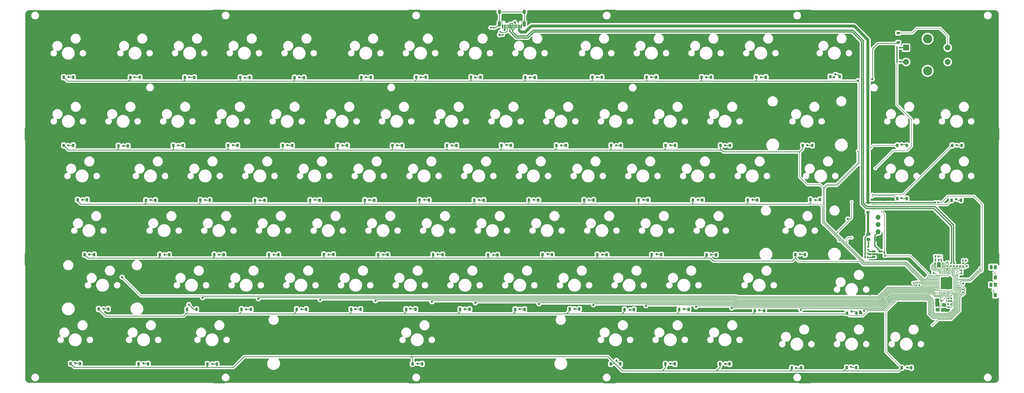
<source format=gbr>
%TF.GenerationSoftware,KiCad,Pcbnew,7.0.9*%
%TF.CreationDate,2024-07-27T11:54:38-04:00*%
%TF.ProjectId,panel,70616e65-6c2e-46b6-9963-61645f706362,0.1*%
%TF.SameCoordinates,Original*%
%TF.FileFunction,Copper,L1,Top*%
%TF.FilePolarity,Positive*%
%FSLAX46Y46*%
G04 Gerber Fmt 4.6, Leading zero omitted, Abs format (unit mm)*
G04 Created by KiCad (PCBNEW 7.0.9) date 2024-07-27 11:54:38*
%MOMM*%
%LPD*%
G01*
G04 APERTURE LIST*
G04 Aperture macros list*
%AMRoundRect*
0 Rectangle with rounded corners*
0 $1 Rounding radius*
0 $2 $3 $4 $5 $6 $7 $8 $9 X,Y pos of 4 corners*
0 Add a 4 corners polygon primitive as box body*
4,1,4,$2,$3,$4,$5,$6,$7,$8,$9,$2,$3,0*
0 Add four circle primitives for the rounded corners*
1,1,$1+$1,$2,$3*
1,1,$1+$1,$4,$5*
1,1,$1+$1,$6,$7*
1,1,$1+$1,$8,$9*
0 Add four rect primitives between the rounded corners*
20,1,$1+$1,$2,$3,$4,$5,0*
20,1,$1+$1,$4,$5,$6,$7,0*
20,1,$1+$1,$6,$7,$8,$9,0*
20,1,$1+$1,$8,$9,$2,$3,0*%
G04 Aperture macros list end*
%TA.AperFunction,SMDPad,CuDef*%
%ADD10R,0.600000X1.450000*%
%TD*%
%TA.AperFunction,SMDPad,CuDef*%
%ADD11R,0.300000X1.450000*%
%TD*%
%TA.AperFunction,ComponentPad*%
%ADD12O,1.000000X2.100000*%
%TD*%
%TA.AperFunction,ComponentPad*%
%ADD13O,1.000000X1.600000*%
%TD*%
%TA.AperFunction,SMDPad,CuDef*%
%ADD14RoundRect,0.135000X0.135000X0.185000X-0.135000X0.185000X-0.135000X-0.185000X0.135000X-0.185000X0*%
%TD*%
%TA.AperFunction,SMDPad,CuDef*%
%ADD15RoundRect,0.225000X-0.225000X-0.375000X0.225000X-0.375000X0.225000X0.375000X-0.225000X0.375000X0*%
%TD*%
%TA.AperFunction,SMDPad,CuDef*%
%ADD16RoundRect,0.140000X0.170000X-0.140000X0.170000X0.140000X-0.170000X0.140000X-0.170000X-0.140000X0*%
%TD*%
%TA.AperFunction,SMDPad,CuDef*%
%ADD17RoundRect,0.140000X-0.170000X0.140000X-0.170000X-0.140000X0.170000X-0.140000X0.170000X0.140000X0*%
%TD*%
%TA.AperFunction,SMDPad,CuDef*%
%ADD18RoundRect,0.135000X0.185000X-0.135000X0.185000X0.135000X-0.185000X0.135000X-0.185000X-0.135000X0*%
%TD*%
%TA.AperFunction,SMDPad,CuDef*%
%ADD19RoundRect,0.140000X0.140000X0.170000X-0.140000X0.170000X-0.140000X-0.170000X0.140000X-0.170000X0*%
%TD*%
%TA.AperFunction,ComponentPad*%
%ADD20R,1.700000X1.700000*%
%TD*%
%TA.AperFunction,ComponentPad*%
%ADD21O,1.700000X1.700000*%
%TD*%
%TA.AperFunction,SMDPad,CuDef*%
%ADD22RoundRect,0.243750X-0.456250X0.243750X-0.456250X-0.243750X0.456250X-0.243750X0.456250X0.243750X0*%
%TD*%
%TA.AperFunction,SMDPad,CuDef*%
%ADD23RoundRect,0.135000X-0.135000X-0.185000X0.135000X-0.185000X0.135000X0.185000X-0.135000X0.185000X0*%
%TD*%
%TA.AperFunction,SMDPad,CuDef*%
%ADD24RoundRect,0.225000X0.375000X-0.225000X0.375000X0.225000X-0.375000X0.225000X-0.375000X-0.225000X0*%
%TD*%
%TA.AperFunction,SMDPad,CuDef*%
%ADD25R,1.400000X1.200000*%
%TD*%
%TA.AperFunction,SMDPad,CuDef*%
%ADD26RoundRect,0.140000X-0.140000X-0.170000X0.140000X-0.170000X0.140000X0.170000X-0.140000X0.170000X0*%
%TD*%
%TA.AperFunction,SMDPad,CuDef*%
%ADD27R,1.050000X1.400000*%
%TD*%
%TA.AperFunction,ComponentPad*%
%ADD28R,2.000000X2.000000*%
%TD*%
%TA.AperFunction,ComponentPad*%
%ADD29C,2.000000*%
%TD*%
%TA.AperFunction,ComponentPad*%
%ADD30C,3.200000*%
%TD*%
%TA.AperFunction,SMDPad,CuDef*%
%ADD31RoundRect,0.087500X-0.175000X-0.087500X0.175000X-0.087500X0.175000X0.087500X-0.175000X0.087500X0*%
%TD*%
%TA.AperFunction,SMDPad,CuDef*%
%ADD32R,1.400000X1.600000*%
%TD*%
%TA.AperFunction,SMDPad,CuDef*%
%ADD33RoundRect,0.150000X-0.512500X-0.150000X0.512500X-0.150000X0.512500X0.150000X-0.512500X0.150000X0*%
%TD*%
%TA.AperFunction,SMDPad,CuDef*%
%ADD34RoundRect,0.050000X-0.387500X-0.050000X0.387500X-0.050000X0.387500X0.050000X-0.387500X0.050000X0*%
%TD*%
%TA.AperFunction,SMDPad,CuDef*%
%ADD35RoundRect,0.050000X-0.050000X-0.387500X0.050000X-0.387500X0.050000X0.387500X-0.050000X0.387500X0*%
%TD*%
%TA.AperFunction,ComponentPad*%
%ADD36C,0.600000*%
%TD*%
%TA.AperFunction,SMDPad,CuDef*%
%ADD37RoundRect,0.144000X-1.456000X-1.456000X1.456000X-1.456000X1.456000X1.456000X-1.456000X1.456000X0*%
%TD*%
%TA.AperFunction,ViaPad*%
%ADD38C,0.800000*%
%TD*%
%TA.AperFunction,ViaPad*%
%ADD39C,0.400000*%
%TD*%
%TA.AperFunction,Conductor*%
%ADD40C,0.150000*%
%TD*%
%TA.AperFunction,Conductor*%
%ADD41C,0.800000*%
%TD*%
%TA.AperFunction,Conductor*%
%ADD42C,0.400000*%
%TD*%
%TA.AperFunction,Conductor*%
%ADD43C,1.000000*%
%TD*%
%TA.AperFunction,Conductor*%
%ADD44C,0.250000*%
%TD*%
G04 APERTURE END LIST*
D10*
%TO.P,USB1,1,GND*%
%TO.N,N/C*%
X213213000Y-31181000D03*
%TO.P,USB1,2,VBUS*%
X212438000Y-31181000D03*
D11*
%TO.P,USB1,3,SBU2*%
X211738000Y-31181000D03*
%TO.P,USB1,4,CC1*%
X211238000Y-31181000D03*
%TO.P,USB1,5,DN2*%
X210738000Y-31181000D03*
%TO.P,USB1,6,DP1*%
X210238000Y-31181000D03*
%TO.P,USB1,7,DN1*%
X209738000Y-31181000D03*
%TO.P,USB1,8,DP2*%
X209238000Y-31181000D03*
%TO.P,USB1,9,SBU1*%
X208738000Y-31181000D03*
%TO.P,USB1,10,CC2*%
X208238000Y-31181000D03*
D10*
%TO.P,USB1,11,VBUS*%
X207538000Y-31181000D03*
%TO.P,USB1,12,GND*%
X206763000Y-31181000D03*
D12*
%TO.P,USB1,13,SHIELD*%
X214308000Y-30266000D03*
D13*
X214308000Y-26086000D03*
D12*
X205668000Y-30266000D03*
D13*
X205668000Y-26086000D03*
%TD*%
D14*
%TO.P,R7,1*%
%TO.N,Board_0-GND*%
X368095000Y-120816000D03*
%TO.P,R7,2*%
%TO.N,Board_0-/GPIO24*%
X367075000Y-120816000D03*
%TD*%
D15*
%TO.P,D44,1,K*%
%TO.N,Board_0-/row3*%
X106318000Y-110772000D03*
%TO.P,D44,2,A*%
%TO.N,Board_0-Net-(D44-A)*%
X109618000Y-110772000D03*
%TD*%
%TO.P,D39,1,K*%
%TO.N,Board_0-/row2*%
X272972000Y-91713000D03*
%TO.P,D39,2,A*%
%TO.N,Board_0-Net-(D39-A)*%
X276272000Y-91713000D03*
%TD*%
%TO.P,D10,1,K*%
%TO.N,Board_0-/row0*%
X237972000Y-48917000D03*
%TO.P,D10,2,A*%
%TO.N,Board_0-Net-(D10-A)*%
X241272000Y-48917000D03*
%TD*%
%TO.P,D81,1,K*%
%TO.N,Board_0-/row2*%
X344142500Y-91200000D03*
%TO.P,D81,2,A*%
%TO.N,Board_0-Net-(D81-A)*%
X347442500Y-91200000D03*
%TD*%
D16*
%TO.P,C15,1*%
%TO.N,Board_0-+3V3*%
X361576000Y-113486000D03*
%TO.P,C15,2*%
%TO.N,Board_0-GND*%
X361576000Y-112526000D03*
%TD*%
D15*
%TO.P,D32,1,K*%
%TO.N,Board_0-/row2*%
X139667000Y-91783000D03*
%TO.P,D32,2,A*%
%TO.N,Board_0-Net-(D32-A)*%
X142967000Y-91783000D03*
%TD*%
D17*
%TO.P,C16,1*%
%TO.N,Board_0-+3V3*%
X366986000Y-122951000D03*
%TO.P,C16,2*%
%TO.N,Board_0-GND*%
X366986000Y-123911000D03*
%TD*%
D16*
%TO.P,C17,1*%
%TO.N,Board_0-+3V3*%
X365995000Y-114769000D03*
%TO.P,C17,2*%
%TO.N,Board_0-GND*%
X365995000Y-113809000D03*
%TD*%
%TO.P,C9,1*%
%TO.N,Board_0-+1V1*%
X361529000Y-115699000D03*
%TO.P,C9,2*%
%TO.N,Board_0-GND*%
X361529000Y-114739000D03*
%TD*%
D18*
%TO.P,R16,1*%
%TO.N,Board_0-Net-(U3-USB_DM)*%
X363919000Y-114786000D03*
%TO.P,R16,2*%
%TO.N,Board_0-/USB_DN*%
X363919000Y-113766000D03*
%TD*%
D15*
%TO.P,D23,1,K*%
%TO.N,Board_0-/row1*%
X225439000Y-72673000D03*
%TO.P,D23,2,A*%
%TO.N,Board_0-Net-(D23-A)*%
X228739000Y-72673000D03*
%TD*%
%TO.P,D55,1,K*%
%TO.N,Board_0-/row3*%
X308721000Y-110780000D03*
%TO.P,D55,2,A*%
%TO.N,Board_0-Net-(D55-A)*%
X312021000Y-110780000D03*
%TD*%
%TO.P,D59,1,K*%
%TO.N,Board_0-/row4*%
X135009000Y-129858000D03*
%TO.P,D59,2,A*%
%TO.N,Board_0-Net-(D59-A)*%
X138309000Y-129858000D03*
%TD*%
%TO.P,D48,1,K*%
%TO.N,Board_0-/row3*%
X182514000Y-110797000D03*
%TO.P,D48,2,A*%
%TO.N,Board_0-Net-(D48-A)*%
X185814000Y-110797000D03*
%TD*%
%TO.P,D1,1,K*%
%TO.N,Board_0-/row0*%
X53893000Y-48919000D03*
%TO.P,D1,2,A*%
%TO.N,Board_0-Net-(D1-A)*%
X57193000Y-48919000D03*
%TD*%
%TO.P,D80,1,K*%
%TO.N,Board_0-/row1*%
X344178000Y-72661000D03*
%TO.P,D80,2,A*%
%TO.N,Board_0-Net-(D80-A)*%
X347478000Y-72661000D03*
%TD*%
%TO.P,D20,1,K*%
%TO.N,Board_0-/row1*%
X168355000Y-72742000D03*
%TO.P,D20,2,A*%
%TO.N,Board_0-Net-(D20-A)*%
X171655000Y-72742000D03*
%TD*%
D19*
%TO.P,C14,1*%
%TO.N,Board_0-+3V3*%
X356757000Y-117189000D03*
%TO.P,C14,2*%
%TO.N,Board_0-GND*%
X355797000Y-117189000D03*
%TD*%
D15*
%TO.P,D4,1,K*%
%TO.N,Board_0-/row0*%
X115370000Y-48961000D03*
%TO.P,D4,2,A*%
%TO.N,Board_0-Net-(D4-A)*%
X118670000Y-48961000D03*
%TD*%
%TO.P,D26,1,K*%
%TO.N,Board_0-/row1*%
X282574000Y-72691000D03*
%TO.P,D26,2,A*%
%TO.N,Board_0-Net-(D26-A)*%
X285874000Y-72691000D03*
%TD*%
D20*
%TO.P,OLED1,1,Pin_1*%
%TO.N,Board_0-GND*%
X337497000Y-105379000D03*
D21*
%TO.P,OLED1,2,Pin_2*%
%TO.N,Board_0-+3V3*%
X337497000Y-102839000D03*
%TO.P,OLED1,3,Pin_3*%
%TO.N,Board_0-/SCL*%
X337497000Y-100299000D03*
%TO.P,OLED1,4,Pin_4*%
%TO.N,Board_0-/SDA*%
X337497000Y-97759000D03*
%TD*%
D15*
%TO.P,D61,1,K*%
%TO.N,Board_0-/row4*%
X173098000Y-129858000D03*
%TO.P,D61,2,A*%
%TO.N,Board_0-Net-(D61-A)*%
X176398000Y-129858000D03*
%TD*%
%TO.P,D3,1,K*%
%TO.N,Board_0-/row0*%
X96104000Y-48969000D03*
%TO.P,D3,2,A*%
%TO.N,Board_0-Net-(D3-A)*%
X99404000Y-48969000D03*
%TD*%
%TO.P,D9,1,K*%
%TO.N,Board_0-/row0*%
X214639000Y-48943000D03*
%TO.P,D9,2,A*%
%TO.N,Board_0-Net-(D9-A)*%
X217939000Y-48943000D03*
%TD*%
%TO.P,D22,1,K*%
%TO.N,Board_0-/row1*%
X206346000Y-72649000D03*
%TO.P,D22,2,A*%
%TO.N,Board_0-Net-(D22-A)*%
X209646000Y-72649000D03*
%TD*%
%TO.P,D8,1,K*%
%TO.N,Board_0-/row0*%
X195747000Y-48906000D03*
%TO.P,D8,2,A*%
%TO.N,Board_0-Net-(D8-A)*%
X199047000Y-48906000D03*
%TD*%
%TO.P,D77,1,K*%
%TO.N,Board_0-/row5*%
X307432500Y-150247000D03*
%TO.P,D77,2,A*%
%TO.N,Board_0-Net-(D77-A)*%
X310732500Y-150247000D03*
%TD*%
%TO.P,D35,1,K*%
%TO.N,Board_0-/row2*%
X196853000Y-91787000D03*
%TO.P,D35,2,A*%
%TO.N,Board_0-Net-(D35-A)*%
X200153000Y-91787000D03*
%TD*%
%TO.P,D74,1,K*%
%TO.N,Board_0-/row5*%
X244392000Y-148916000D03*
%TO.P,D74,2,A*%
%TO.N,Board_0-Net-(D74-A)*%
X247692000Y-148916000D03*
%TD*%
%TO.P,D72,1,K*%
%TO.N,Board_0-/row5*%
X103944000Y-148938000D03*
%TO.P,D72,2,A*%
%TO.N,Board_0-Net-(D72-A)*%
X107244000Y-148938000D03*
%TD*%
%TO.P,D58,1,K*%
%TO.N,Board_0-/row4*%
X115814000Y-129843000D03*
%TO.P,D58,2,A*%
%TO.N,Board_0-Net-(D58-A)*%
X119114000Y-129843000D03*
%TD*%
D14*
%TO.P,R5,1*%
%TO.N,Board_0-Net-(C3-Pad1)*%
X362977000Y-128016000D03*
%TO.P,R5,2*%
%TO.N,Board_0-XOUT*%
X361957000Y-128016000D03*
%TD*%
D19*
%TO.P,C1,1*%
%TO.N,Board_0-GND*%
X360445000Y-112595000D03*
%TO.P,C1,2*%
%TO.N,Board_0-+3V3*%
X359485000Y-112595000D03*
%TD*%
D15*
%TO.P,D2,1,K*%
%TO.N,Board_0-/row0*%
X77123000Y-48926000D03*
%TO.P,D2,2,A*%
%TO.N,Board_0-Net-(D2-A)*%
X80423000Y-48926000D03*
%TD*%
%TO.P,D57,1,K*%
%TO.N,Board_0-/row4*%
X96822000Y-129865000D03*
%TO.P,D57,2,A*%
%TO.N,Board_0-Net-(D57-A)*%
X100122000Y-129865000D03*
%TD*%
%TO.P,D56,1,K*%
%TO.N,Board_0-/row4*%
X66075000Y-129744000D03*
%TO.P,D56,2,A*%
%TO.N,Board_0-Net-(D56-A)*%
X69375000Y-129744000D03*
%TD*%
%TO.P,D42,1,K*%
%TO.N,Board_0-/row3*%
X61210000Y-110800000D03*
%TO.P,D42,2,A*%
%TO.N,Board_0-Net-(D42-A)*%
X64510000Y-110800000D03*
%TD*%
%TO.P,D70,1,K*%
%TO.N,Board_0-/row5*%
X56267000Y-148797000D03*
%TO.P,D70,2,A*%
%TO.N,Board_0-Net-(D70-A)*%
X59567000Y-148797000D03*
%TD*%
%TO.P,D17,1,K*%
%TO.N,Board_0-/row1*%
X111133000Y-72664000D03*
%TO.P,D17,2,A*%
%TO.N,Board_0-Net-(D17-A)*%
X114433000Y-72664000D03*
%TD*%
D18*
%TO.P,R15,1*%
%TO.N,Board_0-Net-(U3-USB_DP)*%
X362859000Y-114759000D03*
%TO.P,R15,2*%
%TO.N,Board_0-/USB_DP*%
X362859000Y-113739000D03*
%TD*%
D22*
%TO.P,F1,1*%
%TO.N,Board_0-VSYS*%
X334090000Y-103575000D03*
%TO.P,F1,2*%
%TO.N,Board_0-Net-(F1-Pad2)*%
X334090000Y-105450000D03*
%TD*%
D15*
%TO.P,D68,1,K*%
%TO.N,Board_0-/row4*%
X294561000Y-130312000D03*
%TO.P,D68,2,A*%
%TO.N,Board_0-Net-(D68-A)*%
X297861000Y-130312000D03*
%TD*%
%TO.P,D67,1,K*%
%TO.N,Board_0-/row3*%
X320769500Y-48687000D03*
%TO.P,D67,2,A*%
%TO.N,Board_0-Net-(D67-A)*%
X324069500Y-48687000D03*
%TD*%
D23*
%TO.P,R14,1*%
%TO.N,Board_0-/ADC_VREF*%
X367054000Y-112824000D03*
%TO.P,R14,2*%
%TO.N,Board_0-Net-(U3-ADC_AVDD)*%
X368074000Y-112824000D03*
%TD*%
D15*
%TO.P,D43,1,K*%
%TO.N,Board_0-/row3*%
X87363000Y-110794000D03*
%TO.P,D43,2,A*%
%TO.N,Board_0-Net-(D43-A)*%
X90663000Y-110794000D03*
%TD*%
%TO.P,D14,1,K*%
%TO.N,Board_0-/row1*%
X53920000Y-72679000D03*
%TO.P,D14,2,A*%
%TO.N,Board_0-Net-(D14-A)*%
X57220000Y-72679000D03*
%TD*%
D17*
%TO.P,C10,1*%
%TO.N,Board_0-+3V3*%
X361938000Y-125986000D03*
%TO.P,C10,2*%
%TO.N,Board_0-GND*%
X361938000Y-126946000D03*
%TD*%
D16*
%TO.P,C11,1*%
%TO.N,Board_0-Net-(U3-ADC_AVDD)*%
X368332000Y-114776000D03*
%TO.P,C11,2*%
%TO.N,Board_0-GND*%
X368332000Y-113816000D03*
%TD*%
D15*
%TO.P,D64,1,K*%
%TO.N,Board_0-/row4*%
X230131500Y-129741000D03*
%TO.P,D64,2,A*%
%TO.N,Board_0-Net-(D64-A)*%
X233431500Y-129741000D03*
%TD*%
%TO.P,D29,1,K*%
%TO.N,Board_0-/row2*%
X82509000Y-91806000D03*
%TO.P,D29,2,A*%
%TO.N,Board_0-Net-(D29-A)*%
X85809000Y-91806000D03*
%TD*%
%TO.P,D78,1,K*%
%TO.N,Board_0-/row5*%
X326532500Y-150149000D03*
%TO.P,D78,2,A*%
%TO.N,Board_0-Net-(D78-A)*%
X329832500Y-150149000D03*
%TD*%
D14*
%TO.P,R2,1*%
%TO.N,Board_0-/RESDATA*%
X345078000Y-43482000D03*
%TO.P,R2,2*%
%TO.N,Board_0-+3V3*%
X344058000Y-43482000D03*
%TD*%
D15*
%TO.P,D5,1,K*%
%TO.N,Board_0-/row0*%
X134266000Y-49038000D03*
%TO.P,D5,2,A*%
%TO.N,Board_0-Net-(D5-A)*%
X137566000Y-49038000D03*
%TD*%
D24*
%TO.P,D79,1,K*%
%TO.N,Board_0-/row0*%
X344459000Y-36788500D03*
%TO.P,D79,2,A*%
%TO.N,Board_0-/RES*%
X344459000Y-33488500D03*
%TD*%
D15*
%TO.P,D28,1,K*%
%TO.N,Board_0-/row2*%
X58760000Y-91660000D03*
%TO.P,D28,2,A*%
%TO.N,Board_0-Net-(D28-A)*%
X62060000Y-91660000D03*
%TD*%
D14*
%TO.P,R1,1*%
%TO.N,Board_0-/RESCLK*%
X345041000Y-38524000D03*
%TO.P,R1,2*%
%TO.N,Board_0-+3V3*%
X344021000Y-38524000D03*
%TD*%
D15*
%TO.P,D49,1,K*%
%TO.N,Board_0-/row3*%
X201667000Y-110886000D03*
%TO.P,D49,2,A*%
%TO.N,Board_0-Net-(D49-A)*%
X204967000Y-110886000D03*
%TD*%
%TO.P,D38,1,K*%
%TO.N,Board_0-/row2*%
X254030000Y-91688000D03*
%TO.P,D38,2,A*%
%TO.N,Board_0-Net-(D38-A)*%
X257330000Y-91688000D03*
%TD*%
D16*
%TO.P,C7,1*%
%TO.N,Board_0-+1V1*%
X364965000Y-114754000D03*
%TO.P,C7,2*%
%TO.N,Board_0-GND*%
X364965000Y-113794000D03*
%TD*%
D15*
%TO.P,D83,1,K*%
%TO.N,Board_0-/row4*%
X363031000Y-91821000D03*
%TO.P,D83,2,A*%
%TO.N,Board_0-Net-(D83-A)*%
X366331000Y-91821000D03*
%TD*%
%TO.P,D76,1,K*%
%TO.N,Board_0-/row5*%
X282467000Y-148916000D03*
%TO.P,D76,2,A*%
%TO.N,Board_0-Net-(D76-A)*%
X285767000Y-148916000D03*
%TD*%
%TO.P,D65,1,K*%
%TO.N,Board_0-/row4*%
X249177000Y-129897000D03*
%TO.P,D65,2,A*%
%TO.N,Board_0-Net-(D65-A)*%
X252477000Y-129897000D03*
%TD*%
D25*
%TO.P,Y1,1,1*%
%TO.N,Board_0-Net-(C3-Pad1)*%
X360388000Y-128280000D03*
%TO.P,Y1,2,2*%
%TO.N,Board_0-GND*%
X358188000Y-128280000D03*
%TO.P,Y1,3,3*%
%TO.N,Board_0-XIN*%
X358188000Y-129980000D03*
%TO.P,Y1,4,4*%
%TO.N,Board_0-GND*%
X360388000Y-129980000D03*
%TD*%
D17*
%TO.P,C8,1*%
%TO.N,Board_0-+1V1*%
X362986000Y-126009000D03*
%TO.P,C8,2*%
%TO.N,Board_0-GND*%
X362986000Y-126969000D03*
%TD*%
D15*
%TO.P,D52,1,K*%
%TO.N,Board_0-/row3*%
X258674000Y-110818000D03*
%TO.P,D52,2,A*%
%TO.N,Board_0-Net-(D52-A)*%
X261974000Y-110818000D03*
%TD*%
%TO.P,D6,1,K*%
%TO.N,Board_0-/row0*%
X157584000Y-48941000D03*
%TO.P,D6,2,A*%
%TO.N,Board_0-Net-(D6-A)*%
X160884000Y-48941000D03*
%TD*%
%TO.P,D53,1,K*%
%TO.N,Board_0-/row3*%
X277759000Y-110837000D03*
%TO.P,D53,2,A*%
%TO.N,Board_0-Net-(D53-A)*%
X281059000Y-110837000D03*
%TD*%
D14*
%TO.P,R10,1*%
%TO.N,Board_0-Net-(USB1-CC2)*%
X205909000Y-33057000D03*
%TO.P,R10,2*%
%TO.N,Board_0-GND*%
X204889000Y-33057000D03*
%TD*%
D15*
%TO.P,D19,1,K*%
%TO.N,Board_0-/row1*%
X149297000Y-72691000D03*
%TO.P,D19,2,A*%
%TO.N,Board_0-Net-(D19-A)*%
X152597000Y-72691000D03*
%TD*%
D23*
%TO.P,R4,1*%
%TO.N,Board_0-/QSPI_SS*%
X357456000Y-112604000D03*
%TO.P,R4,2*%
%TO.N,Board_0-+3V3*%
X358476000Y-112604000D03*
%TD*%
D15*
%TO.P,D84,1,K*%
%TO.N,Board_0-/row5*%
X345718000Y-150240000D03*
%TO.P,D84,2,A*%
%TO.N,Board_0-Net-(D84-A)*%
X349018000Y-150240000D03*
%TD*%
%TO.P,D13,1,K*%
%TO.N,Board_0-/row0*%
X295076000Y-48917000D03*
%TO.P,D13,2,A*%
%TO.N,Board_0-Net-(D13-A)*%
X298376000Y-48917000D03*
%TD*%
D26*
%TO.P,C6,1*%
%TO.N,Board_0-+3V3*%
X339660000Y-110143000D03*
%TO.P,C6,2*%
%TO.N,Board_0-GND*%
X340620000Y-110143000D03*
%TD*%
D14*
%TO.P,R3,1*%
%TO.N,Board_0-/USB_BOOT*%
X358378000Y-111381000D03*
%TO.P,R3,2*%
%TO.N,Board_0-/QSPI_SS*%
X357358000Y-111381000D03*
%TD*%
D15*
%TO.P,D37,1,K*%
%TO.N,Board_0-/row2*%
X235087000Y-91760000D03*
%TO.P,D37,2,A*%
%TO.N,Board_0-Net-(D37-A)*%
X238387000Y-91760000D03*
%TD*%
D17*
%TO.P,C4,1*%
%TO.N,Board_0-Net-(USB1-SHIELD)*%
X202579000Y-31605000D03*
%TO.P,C4,2*%
%TO.N,Board_0-GND*%
X202579000Y-32565000D03*
%TD*%
D26*
%TO.P,C13,1*%
%TO.N,Board_0-+3V3*%
X366512000Y-117280000D03*
%TO.P,C13,2*%
%TO.N,Board_0-GND*%
X367472000Y-117280000D03*
%TD*%
D23*
%TO.P,R11,1*%
%TO.N,Board_0-VSYS*%
X332932000Y-111675000D03*
%TO.P,R11,2*%
%TO.N,Board_0-3V3_EN*%
X333952000Y-111675000D03*
%TD*%
D27*
%TO.P,S2,1_1*%
%TO.N,Board_0-GND*%
X376789000Y-124920000D03*
%TO.P,S2,1_2*%
%TO.N,N/C*%
X376789000Y-121320000D03*
%TO.P,S2,2_1*%
%TO.N,Board_0-/RUN*%
X378239000Y-124920000D03*
%TO.P,S2,2_2*%
%TO.N,N/C*%
X378239000Y-121320000D03*
%TD*%
D15*
%TO.P,D34,1,K*%
%TO.N,Board_0-/row2*%
X177793000Y-91733000D03*
%TO.P,D34,2,A*%
%TO.N,Board_0-Net-(D34-A)*%
X181093000Y-91733000D03*
%TD*%
D28*
%TO.P,ROTARY1,A,A*%
%TO.N,Board_0-/RESCLK*%
X347202000Y-38583000D03*
D29*
%TO.P,ROTARY1,B,B*%
%TO.N,Board_0-/RESDATA*%
X347202000Y-43583000D03*
%TO.P,ROTARY1,C,C*%
%TO.N,Board_0-GND*%
X347202000Y-41083000D03*
D30*
%TO.P,ROTARY1,MP*%
%TO.N,N/C*%
X354702000Y-35483000D03*
X354702000Y-46683000D03*
D29*
%TO.P,ROTARY1,S1,S1*%
%TO.N,Board_0-/col14*%
X361702000Y-43583000D03*
%TO.P,ROTARY1,S2,S2*%
%TO.N,Board_0-/RES*%
X361702000Y-38583000D03*
%TD*%
D15*
%TO.P,D66,1,K*%
%TO.N,Board_0-/row4*%
X268234000Y-129921000D03*
%TO.P,D66,2,A*%
%TO.N,Board_0-Net-(D66-A)*%
X271534000Y-129921000D03*
%TD*%
D31*
%TO.P,U1,1,~{CS}*%
%TO.N,Board_0-/QSPI_SS*%
X357352500Y-113702000D03*
%TO.P,U1,2,DO(IO1)*%
%TO.N,Board_0-/QSPI_SD1*%
X357352500Y-114202000D03*
%TO.P,U1,3,IO2*%
%TO.N,Board_0-/QSPI_SD2*%
X357352500Y-114702000D03*
%TO.P,U1,4,GND*%
%TO.N,Board_0-GND*%
X357352500Y-115202000D03*
%TO.P,U1,5,DI(IO0)*%
%TO.N,Board_0-/QSPI_SD0*%
X359927500Y-115202000D03*
%TO.P,U1,6,CLK*%
%TO.N,Board_0-/QSPI_SCLK*%
X359927500Y-114702000D03*
%TO.P,U1,7,IO3*%
%TO.N,Board_0-/QSPI_SD3*%
X359927500Y-114202000D03*
%TO.P,U1,8,VCC*%
%TO.N,Board_0-+3V3*%
X359927500Y-113702000D03*
D32*
%TO.P,U1,9,EP*%
%TO.N,Board_0-GND*%
X358640000Y-114452000D03*
%TD*%
D15*
%TO.P,D41,1,K*%
%TO.N,Board_0-/row2*%
X313925500Y-91589000D03*
%TO.P,D41,2,A*%
%TO.N,Board_0-Net-(D41-A)*%
X317225500Y-91589000D03*
%TD*%
%TO.P,D15,1,K*%
%TO.N,Board_0-/row1*%
X72936000Y-72823000D03*
%TO.P,D15,2,A*%
%TO.N,Board_0-Net-(D15-A)*%
X76236000Y-72823000D03*
%TD*%
%TO.P,D60,1,K*%
%TO.N,Board_0-/row4*%
X153986000Y-129858000D03*
%TO.P,D60,2,A*%
%TO.N,Board_0-Net-(D60-A)*%
X157286000Y-129858000D03*
%TD*%
D27*
%TO.P,S1,1_1*%
%TO.N,Board_0-GND*%
X376840000Y-118743500D03*
%TO.P,S1,1_2*%
%TO.N,N/C*%
X376840000Y-115143500D03*
%TO.P,S1,2_1*%
%TO.N,Board_0-/USB_BOOT*%
X378290000Y-118743500D03*
%TO.P,S1,2_2*%
%TO.N,N/C*%
X378290000Y-115143500D03*
%TD*%
D24*
%TO.P,D54,1,K*%
%TO.N,Board_0-VSYS*%
X333930000Y-95984000D03*
%TO.P,D54,2,A*%
%TO.N,Board_0-VBUS*%
X333930000Y-92684000D03*
%TD*%
D15*
%TO.P,D18,1,K*%
%TO.N,Board_0-/row1*%
X130164000Y-72702000D03*
%TO.P,D18,2,A*%
%TO.N,Board_0-Net-(D18-A)*%
X133464000Y-72702000D03*
%TD*%
D33*
%TO.P,U2,1,IN*%
%TO.N,Board_0-Net-(U2-IN)*%
X335934500Y-109648000D03*
%TO.P,U2,2,GND*%
%TO.N,Board_0-GND*%
X335934500Y-110598000D03*
%TO.P,U2,3,EN*%
%TO.N,Board_0-3V3_EN*%
X335934500Y-111548000D03*
%TO.P,U2,4,BP*%
%TO.N,Board_0-GND*%
X338209500Y-111548000D03*
%TO.P,U2,5,OUT*%
%TO.N,Board_0-+3V3*%
X338209500Y-109648000D03*
%TD*%
D15*
%TO.P,D12,1,K*%
%TO.N,Board_0-/row0*%
X276006000Y-48903000D03*
%TO.P,D12,2,A*%
%TO.N,Board_0-Net-(D12-A)*%
X279306000Y-48903000D03*
%TD*%
D18*
%TO.P,R13,1*%
%TO.N,Board_0-+3V3*%
X367068000Y-114818000D03*
%TO.P,R13,2*%
%TO.N,Board_0-/ADC_VREF*%
X367068000Y-113798000D03*
%TD*%
D15*
%TO.P,D40,1,K*%
%TO.N,Board_0-/row2*%
X292107000Y-91758000D03*
%TO.P,D40,2,A*%
%TO.N,Board_0-Net-(D40-A)*%
X295407000Y-91758000D03*
%TD*%
%TO.P,D30,1,K*%
%TO.N,Board_0-/row2*%
X101509000Y-91757000D03*
%TO.P,D30,2,A*%
%TO.N,Board_0-Net-(D30-A)*%
X104809000Y-91757000D03*
%TD*%
%TO.P,D33,1,K*%
%TO.N,Board_0-/row2*%
X158773000Y-91788000D03*
%TO.P,D33,2,A*%
%TO.N,Board_0-Net-(D33-A)*%
X162073000Y-91788000D03*
%TD*%
D18*
%TO.P,FB1,1*%
%TO.N,Board_0-Net-(U2-IN)*%
X333955000Y-109097500D03*
%TO.P,FB1,2*%
%TO.N,Board_0-Net-(F1-Pad2)*%
X333955000Y-108077500D03*
%TD*%
D15*
%TO.P,D73,1,K*%
%TO.N,Board_0-/row5*%
X175379000Y-148892000D03*
%TO.P,D73,2,A*%
%TO.N,Board_0-Net-(D73-A)*%
X178679000Y-148892000D03*
%TD*%
%TO.P,D50,1,K*%
%TO.N,Board_0-/row3*%
X220650000Y-110789000D03*
%TO.P,D50,2,A*%
%TO.N,Board_0-Net-(D50-A)*%
X223950000Y-110789000D03*
%TD*%
%TO.P,D63,1,K*%
%TO.N,Board_0-/row4*%
X211073000Y-129882000D03*
%TO.P,D63,2,A*%
%TO.N,Board_0-Net-(D63-A)*%
X214373000Y-129882000D03*
%TD*%
%TO.P,D62,1,K*%
%TO.N,Board_0-/row4*%
X191961000Y-129852000D03*
%TO.P,D62,2,A*%
%TO.N,Board_0-Net-(D62-A)*%
X195261000Y-129852000D03*
%TD*%
D26*
%TO.P,C2,1*%
%TO.N,Board_0-GND*%
X358451000Y-126783000D03*
%TO.P,C2,2*%
%TO.N,Board_0-XIN*%
X359411000Y-126783000D03*
%TD*%
D15*
%TO.P,D36,1,K*%
%TO.N,Board_0-/row2*%
X215924000Y-91768000D03*
%TO.P,D36,2,A*%
%TO.N,Board_0-Net-(D36-A)*%
X219224000Y-91768000D03*
%TD*%
D17*
%TO.P,C5,1*%
%TO.N,Board_0-+3V3*%
X339838000Y-111211000D03*
%TO.P,C5,2*%
%TO.N,Board_0-GND*%
X339838000Y-112171000D03*
%TD*%
D15*
%TO.P,D69,1,K*%
%TO.N,Board_0-/row4*%
X326603500Y-131152000D03*
%TO.P,D69,2,A*%
%TO.N,Board_0-Net-(D69-A)*%
X329903500Y-131152000D03*
%TD*%
%TO.P,D21,1,K*%
%TO.N,Board_0-/row1*%
X187385000Y-72697000D03*
%TO.P,D21,2,A*%
%TO.N,Board_0-Net-(D21-A)*%
X190685000Y-72697000D03*
%TD*%
%TO.P,D24,1,K*%
%TO.N,Board_0-/row1*%
X244488000Y-72685000D03*
%TO.P,D24,2,A*%
%TO.N,Board_0-Net-(D24-A)*%
X247788000Y-72685000D03*
%TD*%
%TO.P,D27,1,K*%
%TO.N,Board_0-/row1*%
X311230000Y-72676000D03*
%TO.P,D27,2,A*%
%TO.N,Board_0-Net-(D27-A)*%
X314530000Y-72676000D03*
%TD*%
%TO.P,D45,1,K*%
%TO.N,Board_0-/row3*%
X125376000Y-110781000D03*
%TO.P,D45,2,A*%
%TO.N,Board_0-Net-(D45-A)*%
X128676000Y-110781000D03*
%TD*%
D26*
%TO.P,C12,1*%
%TO.N,Board_0-+3V3*%
X366513000Y-116262000D03*
%TO.P,C12,2*%
%TO.N,Board_0-GND*%
X367473000Y-116262000D03*
%TD*%
D19*
%TO.P,C18,1*%
%TO.N,Board_0-+3V3*%
X351775000Y-121480000D03*
%TO.P,C18,2*%
%TO.N,Board_0-GND*%
X350815000Y-121480000D03*
%TD*%
D15*
%TO.P,D71,1,K*%
%TO.N,Board_0-/row5*%
X79972000Y-148893000D03*
%TO.P,D71,2,A*%
%TO.N,Board_0-Net-(D71-A)*%
X83272000Y-148893000D03*
%TD*%
D17*
%TO.P,C3,1*%
%TO.N,Board_0-Net-(C3-Pad1)*%
X362024000Y-129050000D03*
%TO.P,C3,2*%
%TO.N,Board_0-GND*%
X362024000Y-130010000D03*
%TD*%
D15*
%TO.P,D11,1,K*%
%TO.N,Board_0-/row0*%
X256892000Y-48888000D03*
%TO.P,D11,2,A*%
%TO.N,Board_0-Net-(D11-A)*%
X260192000Y-48888000D03*
%TD*%
%TO.P,D51,1,K*%
%TO.N,Board_0-/row3*%
X239716000Y-110819000D03*
%TO.P,D51,2,A*%
%TO.N,Board_0-Net-(D51-A)*%
X243016000Y-110819000D03*
%TD*%
%TO.P,D25,1,K*%
%TO.N,Board_0-/row1*%
X263481000Y-72646000D03*
%TO.P,D25,2,A*%
%TO.N,Board_0-Net-(D25-A)*%
X266781000Y-72646000D03*
%TD*%
D18*
%TO.P,R6,1*%
%TO.N,Board_0-GND*%
X203730000Y-32640000D03*
%TO.P,R6,2*%
%TO.N,Board_0-Net-(USB1-SHIELD)*%
X203730000Y-31620000D03*
%TD*%
D34*
%TO.P,U3,1,IOVDD*%
%TO.N,Board_0-+3V3*%
X358024500Y-118092000D03*
%TO.P,U3,2,GPIO0*%
%TO.N,Board_0-/SDA*%
X358024500Y-118492000D03*
%TO.P,U3,3,GPIO1*%
%TO.N,Board_0-/SCL*%
X358024500Y-118892000D03*
%TO.P,U3,4,GPIO2*%
%TO.N,Board_0-/row0*%
X358024500Y-119292000D03*
%TO.P,U3,5,GPIO3*%
%TO.N,Board_0-/row1*%
X358024500Y-119692000D03*
%TO.P,U3,6,GPIO4*%
%TO.N,Board_0-/row2*%
X358024500Y-120092000D03*
%TO.P,U3,7,GPIO5*%
%TO.N,Board_0-/row3*%
X358024500Y-120492000D03*
%TO.P,U3,8,GPIO6*%
%TO.N,Board_0-/row4*%
X358024500Y-120892000D03*
%TO.P,U3,9,GPIO7*%
%TO.N,Board_0-/row5*%
X358024500Y-121292000D03*
%TO.P,U3,10,IOVDD*%
%TO.N,Board_0-+3V3*%
X358024500Y-121692000D03*
%TO.P,U3,11,GPIO8*%
%TO.N,Board_0-/col0*%
X358024500Y-122092000D03*
%TO.P,U3,12,GPIO9*%
%TO.N,Board_0-/col1*%
X358024500Y-122492000D03*
%TO.P,U3,13,GPIO10*%
%TO.N,Board_0-/col2*%
X358024500Y-122892000D03*
%TO.P,U3,14,GPIO11*%
%TO.N,Board_0-/col3*%
X358024500Y-123292000D03*
D35*
%TO.P,U3,15,GPIO12*%
%TO.N,Board_0-/col4*%
X358862000Y-124129500D03*
%TO.P,U3,16,GPIO13*%
%TO.N,Board_0-/col5*%
X359262000Y-124129500D03*
%TO.P,U3,17,GPIO14*%
%TO.N,Board_0-/col6*%
X359662000Y-124129500D03*
%TO.P,U3,18,GPIO15*%
%TO.N,Board_0-/col7*%
X360062000Y-124129500D03*
%TO.P,U3,19,TESTEN*%
%TO.N,Board_0-GND*%
X360462000Y-124129500D03*
%TO.P,U3,20,XIN*%
%TO.N,Board_0-XIN*%
X360862000Y-124129500D03*
%TO.P,U3,21,XOUT*%
%TO.N,Board_0-XOUT*%
X361262000Y-124129500D03*
%TO.P,U3,22,IOVDD*%
%TO.N,Board_0-+3V3*%
X361662000Y-124129500D03*
%TO.P,U3,23,DVDD*%
%TO.N,Board_0-+1V1*%
X362062000Y-124129500D03*
%TO.P,U3,24,SWCLK*%
%TO.N,Board_0-unconnected-(U3-SWCLK-Pad24)*%
X362462000Y-124129500D03*
%TO.P,U3,25,SWD*%
%TO.N,Board_0-unconnected-(U3-SWD-Pad25)*%
X362862000Y-124129500D03*
%TO.P,U3,26,RUN*%
%TO.N,Board_0-/RUN*%
X363262000Y-124129500D03*
%TO.P,U3,27,GPIO16*%
%TO.N,Board_0-/col8*%
X363662000Y-124129500D03*
%TO.P,U3,28,GPIO17*%
%TO.N,Board_0-/col9*%
X364062000Y-124129500D03*
D34*
%TO.P,U3,29,GPIO18*%
%TO.N,Board_0-/col10*%
X364899500Y-123292000D03*
%TO.P,U3,30,GPIO19*%
%TO.N,Board_0-/col11*%
X364899500Y-122892000D03*
%TO.P,U3,31,GPIO20*%
%TO.N,Board_0-/col12*%
X364899500Y-122492000D03*
%TO.P,U3,32,GPIO21*%
%TO.N,Board_0-/col13*%
X364899500Y-122092000D03*
%TO.P,U3,33,IOVDD*%
%TO.N,Board_0-+3V3*%
X364899500Y-121692000D03*
%TO.P,U3,34,GPIO22*%
%TO.N,Board_0-/col14*%
X364899500Y-121292000D03*
%TO.P,U3,35,GPIO23*%
%TO.N,Board_0-unconnected-(U3-GPIO23-Pad35)*%
X364899500Y-120892000D03*
%TO.P,U3,36,GPIO24*%
%TO.N,Board_0-/GPIO24*%
X364899500Y-120492000D03*
%TO.P,U3,37,GPIO25*%
%TO.N,Board_0-unconnected-(U3-GPIO25-Pad37)*%
X364899500Y-120092000D03*
%TO.P,U3,38,GPIO26_ADC0*%
%TO.N,Board_0-/RESCLK*%
X364899500Y-119692000D03*
%TO.P,U3,39,GPIO27_ADC1*%
%TO.N,Board_0-/RESDATA*%
X364899500Y-119292000D03*
%TO.P,U3,40,GPIO28_ADC2*%
%TO.N,Board_0-unconnected-(U3-GPIO28_ADC2-Pad40)*%
X364899500Y-118892000D03*
%TO.P,U3,41,GPIO29_ADC3*%
%TO.N,Board_0-unconnected-(U3-GPIO29_ADC3-Pad41)*%
X364899500Y-118492000D03*
%TO.P,U3,42,IOVDD*%
%TO.N,Board_0-+3V3*%
X364899500Y-118092000D03*
D35*
%TO.P,U3,43,ADC_AVDD*%
%TO.N,Board_0-Net-(U3-ADC_AVDD)*%
X364062000Y-117254500D03*
%TO.P,U3,44,VREG_IN*%
%TO.N,Board_0-+3V3*%
X363662000Y-117254500D03*
%TO.P,U3,45,VREG_VOUT*%
%TO.N,Board_0-+1V1*%
X363262000Y-117254500D03*
%TO.P,U3,46,USB_DM*%
%TO.N,Board_0-Net-(U3-USB_DM)*%
X362862000Y-117254500D03*
%TO.P,U3,47,USB_DP*%
%TO.N,Board_0-Net-(U3-USB_DP)*%
X362462000Y-117254500D03*
%TO.P,U3,48,USB_VDD*%
%TO.N,Board_0-+3V3*%
X362062000Y-117254500D03*
%TO.P,U3,49,IOVDD*%
X361662000Y-117254500D03*
%TO.P,U3,50,DVDD*%
%TO.N,Board_0-+1V1*%
X361262000Y-117254500D03*
%TO.P,U3,51,QSPI_SD3*%
%TO.N,Board_0-/QSPI_SD3*%
X360862000Y-117254500D03*
%TO.P,U3,52,QSPI_SCLK*%
%TO.N,Board_0-/QSPI_SCLK*%
X360462000Y-117254500D03*
%TO.P,U3,53,QSPI_SD0*%
%TO.N,Board_0-/QSPI_SD0*%
X360062000Y-117254500D03*
%TO.P,U3,54,QSPI_SD2*%
%TO.N,Board_0-/QSPI_SD2*%
X359662000Y-117254500D03*
%TO.P,U3,55,QSPI_SD1*%
%TO.N,Board_0-/QSPI_SD1*%
X359262000Y-117254500D03*
%TO.P,U3,56,QSPI_SS*%
%TO.N,Board_0-/QSPI_SS*%
X358862000Y-117254500D03*
D36*
%TO.P,U3,57,GND*%
%TO.N,Board_0-GND*%
X360187000Y-119417000D03*
X360187000Y-120692000D03*
X360187000Y-121967000D03*
X361462000Y-119417000D03*
X361462000Y-120692000D03*
D37*
X361462000Y-120692000D03*
D36*
X361462000Y-121967000D03*
X362737000Y-119417000D03*
X362737000Y-120692000D03*
X362737000Y-121967000D03*
%TD*%
D15*
%TO.P,D75,1,K*%
%TO.N,Board_0-/row5*%
X263399000Y-148916000D03*
%TO.P,D75,2,A*%
%TO.N,Board_0-Net-(D75-A)*%
X266699000Y-148916000D03*
%TD*%
%TO.P,D82,1,K*%
%TO.N,Board_0-/row3*%
X363257000Y-72662000D03*
%TO.P,D82,2,A*%
%TO.N,Board_0-Net-(D82-A)*%
X366557000Y-72662000D03*
%TD*%
%TO.P,D46,1,K*%
%TO.N,Board_0-/row3*%
X144494000Y-110737000D03*
%TO.P,D46,2,A*%
%TO.N,Board_0-Net-(D46-A)*%
X147794000Y-110737000D03*
%TD*%
D14*
%TO.P,R8,1*%
%TO.N,Board_0-/GPIO24*%
X358419000Y-92580000D03*
%TO.P,R8,2*%
%TO.N,Board_0-VBUS*%
X357399000Y-92580000D03*
%TD*%
D15*
%TO.P,D16,1,K*%
%TO.N,Board_0-/row1*%
X92080000Y-72664000D03*
%TO.P,D16,2,A*%
%TO.N,Board_0-Net-(D16-A)*%
X95380000Y-72664000D03*
%TD*%
%TO.P,D31,1,K*%
%TO.N,Board_0-/row2*%
X120562000Y-91787000D03*
%TO.P,D31,2,A*%
%TO.N,Board_0-Net-(D31-A)*%
X123862000Y-91787000D03*
%TD*%
%TO.P,D47,1,K*%
%TO.N,Board_0-/row3*%
X163427000Y-110812000D03*
%TO.P,D47,2,A*%
%TO.N,Board_0-Net-(D47-A)*%
X166727000Y-110812000D03*
%TD*%
%TO.P,D7,1,K*%
%TO.N,Board_0-/row0*%
X176655000Y-48889000D03*
%TO.P,D7,2,A*%
%TO.N,Board_0-Net-(D7-A)*%
X179955000Y-48889000D03*
%TD*%
D23*
%TO.P,R9,1*%
%TO.N,Board_0-Net-(USB1-CC1)*%
X206803000Y-34044000D03*
%TO.P,R9,2*%
%TO.N,Board_0-GND*%
X207823000Y-34044000D03*
%TD*%
D38*
%TO.N,Board_0-VBUS*%
X207454263Y-32370913D03*
X212471000Y-32335000D03*
%TO.N,Board_0-Net-(USB1-CC1)*%
X205621000Y-34132000D03*
X210984000Y-29739000D03*
%TO.N,Board_0-Net-(D9-A)*%
X216213000Y-48936000D03*
%TO.N,Board_0-Net-(D84-A)*%
X347616474Y-150138245D03*
%TO.N,Board_0-Net-(D83-A)*%
X364596000Y-91430000D03*
%TO.N,Board_0-Net-(D82-A)*%
X364818000Y-72623000D03*
%TO.N,Board_0-Net-(D81-A)*%
X345557000Y-91085000D03*
%TO.N,Board_0-Net-(D80-A)*%
X345682000Y-72423000D03*
%TO.N,Board_0-Net-(D8-A)*%
X197203000Y-49006000D03*
%TO.N,Board_0-Net-(D78-A)*%
X328077000Y-149914000D03*
%TO.N,Board_0-Net-(D77-A)*%
X308828000Y-150303000D03*
%TO.N,Board_0-Net-(D76-A)*%
X284277000Y-148882000D03*
%TO.N,Board_0-Net-(D75-A)*%
X265181000Y-148756000D03*
%TO.N,Board_0-Net-(D74-A)*%
X246377866Y-147662134D03*
%TO.N,Board_0-Net-(D73-A)*%
X177111000Y-148768000D03*
%TO.N,Board_0-Net-(D72-A)*%
X105722500Y-148864500D03*
%TO.N,Board_0-Net-(D71-A)*%
X81656000Y-148744000D03*
%TO.N,Board_0-Net-(D70-A)*%
X57911000Y-148661000D03*
%TO.N,Board_0-Net-(D7-A)*%
X178194000Y-48867000D03*
%TO.N,Board_0-Net-(D69-A)*%
X328241000Y-130566000D03*
%TO.N,Board_0-Net-(D68-A)*%
X296113000Y-130173000D03*
%TO.N,Board_0-Net-(D67-A)*%
X322537000Y-47890000D03*
%TO.N,Board_0-Net-(D66-A)*%
X269801000Y-129751000D03*
%TO.N,Board_0-Net-(D65-A)*%
X251058000Y-130010000D03*
%TO.N,Board_0-Net-(D64-A)*%
X231713000Y-129626000D03*
%TO.N,Board_0-Net-(D63-A)*%
X212689000Y-129771000D03*
%TO.N,Board_0-Net-(D62-A)*%
X193519000Y-129762000D03*
%TO.N,Board_0-Net-(D61-A)*%
X174551000Y-129651000D03*
%TO.N,Board_0-Net-(D60-A)*%
X155453000Y-129781000D03*
%TO.N,Board_0-Net-(D6-A)*%
X159142000Y-48881000D03*
%TO.N,Board_0-Net-(D59-A)*%
X136681000Y-129867000D03*
%TO.N,Board_0-Net-(D58-A)*%
X117458000Y-129815000D03*
%TO.N,Board_0-Net-(D57-A)*%
X97493334Y-128192334D03*
%TO.N,Board_0-Net-(D56-A)*%
X67811000Y-129659000D03*
%TO.N,Board_0-Net-(D55-A)*%
X310293000Y-110621000D03*
%TO.N,Board_0-Net-(D53-A)*%
X279272000Y-110791000D03*
%TO.N,Board_0-Net-(D52-A)*%
X260299000Y-110644000D03*
%TO.N,Board_0-Net-(D51-A)*%
X241434000Y-110782000D03*
%TO.N,Board_0-Net-(D50-A)*%
X222382000Y-110639000D03*
%TO.N,Board_0-Net-(D5-A)*%
X135850000Y-48964000D03*
%TO.N,Board_0-Net-(D49-A)*%
X203532000Y-110869000D03*
%TO.N,Board_0-Net-(D48-A)*%
X184178000Y-110698000D03*
%TO.N,Board_0-Net-(D47-A)*%
X165050000Y-110758000D03*
%TO.N,Board_0-Net-(D46-A)*%
X146159000Y-110739000D03*
%TO.N,Board_0-Net-(D45-A)*%
X127069000Y-110784000D03*
%TO.N,Board_0-Net-(D44-A)*%
X107959000Y-110776000D03*
%TO.N,Board_0-Net-(D43-A)*%
X89030000Y-110795000D03*
%TO.N,Board_0-Net-(D42-A)*%
X62832000Y-110725000D03*
%TO.N,Board_0-Net-(D41-A)*%
X315621000Y-91725000D03*
%TO.N,Board_0-Net-(D40-A)*%
X293741000Y-91665000D03*
%TO.N,Board_0-Net-(D4-A)*%
X116993000Y-49033000D03*
%TO.N,Board_0-Net-(D39-A)*%
X274732000Y-91631000D03*
%TO.N,Board_0-Net-(D38-A)*%
X255806000Y-91687000D03*
%TO.N,Board_0-Net-(D37-A)*%
X236817000Y-91733000D03*
%TO.N,Board_0-Net-(D36-A)*%
X217525000Y-91677000D03*
%TO.N,Board_0-Net-(D35-A)*%
X198553000Y-91708000D03*
%TO.N,Board_0-Net-(D34-A)*%
X179491000Y-91657000D03*
%TO.N,Board_0-Net-(D33-A)*%
X160309000Y-91720000D03*
%TO.N,Board_0-Net-(D32-A)*%
X141338000Y-91683000D03*
%TO.N,Board_0-Net-(D31-A)*%
X122131000Y-91803000D03*
%TO.N,Board_0-Net-(D30-A)*%
X103085000Y-91695000D03*
%TO.N,Board_0-Net-(D3-A)*%
X97636000Y-48908000D03*
%TO.N,Board_0-Net-(D29-A)*%
X84144000Y-91757000D03*
%TO.N,Board_0-Net-(D28-A)*%
X60457000Y-91619000D03*
%TO.N,Board_0-Net-(D27-A)*%
X312847000Y-72620000D03*
%TO.N,Board_0-Net-(D26-A)*%
X284194000Y-72680000D03*
%TO.N,Board_0-Net-(D25-A)*%
X265170000Y-72607000D03*
%TO.N,Board_0-Net-(D24-A)*%
X246272000Y-72670000D03*
%TO.N,Board_0-Net-(D23-A)*%
X227123000Y-72644000D03*
%TO.N,Board_0-Net-(D22-A)*%
X208079000Y-72540000D03*
%TO.N,Board_0-Net-(D21-A)*%
X189055000Y-72707000D03*
%TO.N,Board_0-Net-(D20-A)*%
X170032000Y-72644000D03*
%TO.N,Board_0-Net-(D2-A)*%
X78557000Y-48853000D03*
%TO.N,Board_0-Net-(D19-A)*%
X150987000Y-72644000D03*
%TO.N,Board_0-Net-(D18-A)*%
X131818000Y-72623000D03*
%TO.N,Board_0-Net-(D17-A)*%
X112836000Y-72623000D03*
%TO.N,Board_0-Net-(D16-A)*%
X93708000Y-72665000D03*
%TO.N,Board_0-Net-(D15-A)*%
X74643000Y-72853000D03*
%TO.N,Board_0-Net-(D14-A)*%
X55403000Y-72685000D03*
%TO.N,Board_0-Net-(D13-A)*%
X296673000Y-48881000D03*
%TO.N,Board_0-Net-(D12-A)*%
X277636000Y-48908000D03*
%TO.N,Board_0-Net-(D11-A)*%
X258487000Y-48894000D03*
%TO.N,Board_0-Net-(D10-A)*%
X239630000Y-48908000D03*
%TO.N,Board_0-Net-(D1-A)*%
X55623000Y-48837000D03*
D39*
%TO.N,Board_0-GND*%
X206435000Y-28998000D03*
X305296000Y-130127000D03*
X331216000Y-130429000D03*
X360953232Y-114279110D03*
D38*
X293040000Y-70483000D03*
D39*
X339653000Y-92076000D03*
X368468000Y-118428000D03*
X341440000Y-110276000D03*
D38*
X318269000Y-69569000D03*
D39*
X334499000Y-124916000D03*
X280257000Y-129543000D03*
X366096500Y-124673500D03*
X361858000Y-130800500D03*
X348173000Y-120621000D03*
X325250000Y-130471000D03*
X360927000Y-92392000D03*
X357741000Y-126156000D03*
X359515513Y-115843487D03*
X315190000Y-130366000D03*
X367931000Y-121768000D03*
X329182000Y-89607000D03*
X330825000Y-80027000D03*
X331549000Y-124296000D03*
X213487000Y-28905000D03*
X340662000Y-112190000D03*
X339674000Y-95711000D03*
X342225000Y-56416000D03*
%TO.N,Board_0-/row5*%
X349940587Y-121121771D03*
X343435201Y-127122701D03*
%TO.N,Board_0-/row4*%
X335698000Y-93335500D03*
X342827928Y-127116500D03*
X349635000Y-120606000D03*
D38*
%TO.N,Board_0-/row3*%
X322145000Y-48898000D03*
X326907556Y-98357556D03*
D39*
X323249622Y-103115378D03*
X309033000Y-112278000D03*
X328270500Y-92352000D03*
X335439573Y-89844701D03*
%TO.N,Board_0-/row2*%
X326523122Y-106388878D03*
X328270500Y-104857000D03*
X323834000Y-105890000D03*
X335410000Y-90539000D03*
%TO.N,Board_0-/row1*%
X330362000Y-74681000D03*
X334913000Y-73503000D03*
D38*
%TO.N,Board_0-/row0*%
X330422000Y-50092000D03*
X335444000Y-49536000D03*
%TO.N,Board_0-/col9*%
X256619000Y-128632500D03*
%TO.N,Board_0-/col8*%
X238340000Y-128282500D03*
%TO.N,Board_0-/col7*%
X219353000Y-127932500D03*
%TO.N,Board_0-/col6*%
X197228000Y-127582500D03*
%TO.N,Board_0-/col5*%
X182142000Y-127232500D03*
%TO.N,Board_0-/col4*%
X162455000Y-126882500D03*
%TO.N,Board_0-/col3*%
X143229000Y-126532500D03*
%TO.N,Board_0-/col2*%
X121672000Y-126182500D03*
D39*
%TO.N,Board_0-/col14*%
X356403000Y-135383000D03*
D38*
%TO.N,Board_0-/col13*%
X332578266Y-130311500D03*
%TO.N,Board_0-/col12*%
X310535500Y-129961500D03*
%TO.N,Board_0-/col11*%
X286471000Y-129400000D03*
%TO.N,Board_0-/col10*%
X274068000Y-128982500D03*
%TO.N,Board_0-/col1*%
X102262000Y-125832500D03*
%TO.N,Board_0-/col0*%
X74244000Y-118615000D03*
D39*
%TO.N,Board_0-/USB_BOOT*%
X359451000Y-111246000D03*
X377985000Y-117055000D03*
%TO.N,Board_0-/SDA*%
X355082019Y-118238065D03*
%TO.N,Board_0-/SCL*%
X354539000Y-118817500D03*
%TO.N,Board_0-/RUN*%
X377611000Y-123217000D03*
X362828273Y-125164773D03*
%TO.N,Board_0-/RESDATA*%
X373061000Y-115385000D03*
%TO.N,Board_0-/RESCLK*%
X373235500Y-116130477D03*
%TO.N,Board_0-+3V3*%
X361790500Y-125250000D03*
X338661000Y-95715000D03*
X336568000Y-80668000D03*
X364040000Y-123282000D03*
%TO.N,Board_0-+1V1*%
X363265658Y-118013897D03*
X361637500Y-116349000D03*
%TD*%
D40*
%TO.N,Board_0-XOUT*%
X361237000Y-124131000D02*
X361237000Y-127296000D01*
X361237000Y-127296000D02*
X361957000Y-128016000D01*
X361262000Y-124129500D02*
X361238500Y-124129500D01*
X361238500Y-124129500D02*
X361237000Y-124131000D01*
%TO.N,Board_0-XIN*%
X359899752Y-126783000D02*
X360862000Y-125820752D01*
X360862000Y-125820752D02*
X360862000Y-124129500D01*
X359411000Y-126783000D02*
X359899752Y-126783000D01*
X358188000Y-129980000D02*
X359411000Y-128757000D01*
X359411000Y-128757000D02*
X359411000Y-126783000D01*
D41*
%TO.N,Board_0-VSYS*%
X333930000Y-95984000D02*
X333930000Y-103415000D01*
D42*
X332932000Y-104733000D02*
X334090000Y-103575000D01*
D41*
X333930000Y-103415000D02*
X334090000Y-103575000D01*
D42*
X332932000Y-111675000D02*
X332932000Y-104733000D01*
%TO.N,Board_0-VBUS*%
X357295000Y-92684000D02*
X357399000Y-92580000D01*
X212471000Y-32335000D02*
X212471000Y-31199000D01*
D43*
X213092000Y-33161000D02*
X212497000Y-32566000D01*
D42*
X333930000Y-92684000D02*
X357295000Y-92684000D01*
X207568000Y-32207000D02*
X207570000Y-32209000D01*
D43*
X333895000Y-92649000D02*
X333895000Y-35812000D01*
D42*
X212487000Y-31038000D02*
X212468000Y-31019000D01*
D43*
X333930000Y-92684000D02*
X333895000Y-92649000D01*
X216704000Y-31047000D02*
X214590000Y-33161000D01*
X214590000Y-33161000D02*
X213092000Y-33161000D01*
X333895000Y-35812000D02*
X329130000Y-31047000D01*
D42*
X207552000Y-31180000D02*
X207552000Y-32368000D01*
D43*
X329130000Y-31047000D02*
X216704000Y-31047000D01*
D44*
%TO.N,Board_0-Net-(USB1-SHIELD)*%
X204327000Y-31620000D02*
X203730000Y-31620000D01*
X203715000Y-31605000D02*
X203730000Y-31620000D01*
X205682000Y-26085000D02*
X205682000Y-30265000D01*
X205682000Y-26085000D02*
X214322000Y-26085000D01*
X205682000Y-30265000D02*
X204327000Y-31620000D01*
X214322000Y-26085000D02*
X214322000Y-30265000D01*
X202579000Y-31605000D02*
X203715000Y-31605000D01*
%TO.N,Board_0-Net-(USB1-CC2)*%
X207815000Y-33232000D02*
X205937000Y-33232000D01*
X208252000Y-32795000D02*
X207815000Y-33232000D01*
X205937000Y-33232000D02*
X205800000Y-33095000D01*
X208252000Y-31180000D02*
X208252000Y-32795000D01*
%TO.N,Board_0-Net-(USB1-CC1)*%
X205621000Y-34132000D02*
X206715000Y-34132000D01*
X206715000Y-34132000D02*
X206803000Y-34044000D01*
X211252000Y-30007000D02*
X210984000Y-29739000D01*
X211252000Y-31180000D02*
X211252000Y-30007000D01*
D40*
%TO.N,Board_0-Net-(U3-USB_DP)*%
X362462000Y-115156000D02*
X362462000Y-117254500D01*
X362859000Y-114759000D02*
X362462000Y-115156000D01*
%TO.N,Board_0-Net-(U3-USB_DM)*%
X362862000Y-117254500D02*
X362862000Y-115843000D01*
X362862000Y-115843000D02*
X363919000Y-114786000D01*
%TO.N,Board_0-Net-(U3-ADC_AVDD)*%
X364062000Y-116357000D02*
X364279000Y-116140000D01*
X364726000Y-116140000D02*
X365148000Y-115718000D01*
X365148000Y-115718000D02*
X365808975Y-115718000D01*
X364062000Y-117254500D02*
X364062000Y-116357000D01*
X366137487Y-115389487D02*
X367718513Y-115389487D01*
X367747000Y-113151000D02*
X367747000Y-114191000D01*
X365808975Y-115718000D02*
X366137487Y-115389487D01*
X367747000Y-114191000D02*
X368332000Y-114776000D01*
X368074000Y-112824000D02*
X367747000Y-113151000D01*
X364279000Y-116140000D02*
X364726000Y-116140000D01*
X367718513Y-115389487D02*
X368332000Y-114776000D01*
D42*
%TO.N,Board_0-Net-(U2-IN)*%
X334505500Y-109648000D02*
X333955000Y-109097500D01*
X335934500Y-109648000D02*
X334505500Y-109648000D01*
%TO.N,Board_0-Net-(F1-Pad2)*%
X334090000Y-107942500D02*
X333955000Y-108077500D01*
X334090000Y-105450000D02*
X334090000Y-107942500D01*
D44*
%TO.N,Board_0-Net-(D9-A)*%
X217785000Y-48936000D02*
X216213000Y-48936000D01*
X217792000Y-48943000D02*
X217785000Y-48936000D01*
%TO.N,Board_0-Net-(D84-A)*%
X347616474Y-150138245D02*
X348916245Y-150138245D01*
X348916245Y-150138245D02*
X349018000Y-150240000D01*
%TO.N,Board_0-Net-(D83-A)*%
X365256000Y-91821000D02*
X366331000Y-91821000D01*
X364865000Y-91430000D02*
X365256000Y-91821000D01*
X364596000Y-91430000D02*
X364865000Y-91430000D01*
%TO.N,Board_0-Net-(D82-A)*%
X364857000Y-72662000D02*
X366557000Y-72662000D01*
X364818000Y-72623000D02*
X364857000Y-72662000D01*
%TO.N,Board_0-Net-(D81-A)*%
X345557000Y-91085000D02*
X345672000Y-91200000D01*
X345672000Y-91200000D02*
X347442500Y-91200000D01*
%TO.N,Board_0-Net-(D80-A)*%
X345682000Y-72423000D02*
X347310000Y-72423000D01*
X347310000Y-72423000D02*
X347561000Y-72674000D01*
%TO.N,Board_0-Net-(D8-A)*%
X199001500Y-48906000D02*
X198901500Y-49006000D01*
X198901500Y-49006000D02*
X197203000Y-49006000D01*
%TO.N,Board_0-Net-(D78-A)*%
X328312000Y-150149000D02*
X329832500Y-150149000D01*
X328077000Y-149914000D02*
X328312000Y-150149000D01*
%TO.N,Board_0-Net-(D77-A)*%
X308828000Y-150303000D02*
X310676500Y-150303000D01*
X310676500Y-150303000D02*
X310732500Y-150247000D01*
%TO.N,Board_0-Net-(D76-A)*%
X285733000Y-148882000D02*
X285767000Y-148916000D01*
X284277000Y-148882000D02*
X285733000Y-148882000D01*
%TO.N,Board_0-Net-(D75-A)*%
X266539000Y-148756000D02*
X266699000Y-148916000D01*
X265181000Y-148756000D02*
X266539000Y-148756000D01*
%TO.N,Board_0-Net-(D74-A)*%
X246377866Y-147688366D02*
X246377866Y-147662134D01*
X247605500Y-148916000D02*
X246377866Y-147688366D01*
%TO.N,Board_0-Net-(D73-A)*%
X177111000Y-148768000D02*
X178555000Y-148768000D01*
X178555000Y-148768000D02*
X178679000Y-148892000D01*
%TO.N,Board_0-Net-(D72-A)*%
X107176000Y-148864500D02*
X105722500Y-148864500D01*
X107249500Y-148938000D02*
X107176000Y-148864500D01*
%TO.N,Board_0-Net-(D71-A)*%
X83123000Y-148744000D02*
X83272000Y-148893000D01*
X81656000Y-148744000D02*
X83123000Y-148744000D01*
%TO.N,Board_0-Net-(D70-A)*%
X59431000Y-148661000D02*
X59567000Y-148797000D01*
X57911000Y-148661000D02*
X59431000Y-148661000D01*
%TO.N,Board_0-Net-(D7-A)*%
X179864500Y-48867000D02*
X178194000Y-48867000D01*
X179886500Y-48889000D02*
X179864500Y-48867000D01*
%TO.N,Board_0-Net-(D69-A)*%
X329317500Y-130566000D02*
X329903500Y-131152000D01*
X328241000Y-130566000D02*
X329317500Y-130566000D01*
%TO.N,Board_0-Net-(D68-A)*%
X297153000Y-130173000D02*
X297292000Y-130312000D01*
X296113000Y-130173000D02*
X297153000Y-130173000D01*
X297292000Y-130312000D02*
X297861000Y-130312000D01*
%TO.N,Board_0-Net-(D67-A)*%
X322537000Y-47890000D02*
X322537000Y-47979196D01*
X322537000Y-47890000D02*
X323272500Y-47890000D01*
X323272500Y-47890000D02*
X324069500Y-48687000D01*
%TO.N,Board_0-Net-(D66-A)*%
X271364000Y-129751000D02*
X271534000Y-129921000D01*
X269801000Y-129751000D02*
X271364000Y-129751000D01*
%TO.N,Board_0-Net-(D65-A)*%
X251058000Y-130010000D02*
X252364000Y-130010000D01*
X252364000Y-130010000D02*
X252477000Y-129897000D01*
%TO.N,Board_0-Net-(D64-A)*%
X233297500Y-129777000D02*
X233146500Y-129626000D01*
X233146500Y-129626000D02*
X231713000Y-129626000D01*
%TO.N,Board_0-Net-(D63-A)*%
X214221000Y-129771000D02*
X212689000Y-129771000D01*
X214332000Y-129882000D02*
X214221000Y-129771000D01*
%TO.N,Board_0-Net-(D62-A)*%
X193519000Y-129762000D02*
X195171000Y-129762000D01*
X195171000Y-129762000D02*
X195261000Y-129852000D01*
%TO.N,Board_0-Net-(D61-A)*%
X176191000Y-129651000D02*
X176398000Y-129858000D01*
X174551000Y-129651000D02*
X176191000Y-129651000D01*
%TO.N,Board_0-Net-(D60-A)*%
X157111500Y-129858000D02*
X157034500Y-129781000D01*
X157034500Y-129781000D02*
X155453000Y-129781000D01*
%TO.N,Board_0-Net-(D6-A)*%
X160833500Y-48941000D02*
X160773500Y-48881000D01*
X160773500Y-48881000D02*
X159142000Y-48881000D01*
%TO.N,Board_0-Net-(D59-A)*%
X136681000Y-129867000D02*
X138300000Y-129867000D01*
X138300000Y-129867000D02*
X138309000Y-129858000D01*
%TO.N,Board_0-Net-(D58-A)*%
X119086000Y-129815000D02*
X119114000Y-129843000D01*
X117458000Y-129815000D02*
X119086000Y-129815000D01*
%TO.N,Board_0-Net-(D57-A)*%
X97493334Y-128192334D02*
X99166000Y-129865000D01*
X99166000Y-129865000D02*
X100122000Y-129865000D01*
%TO.N,Board_0-Net-(D56-A)*%
X69290000Y-129659000D02*
X69375000Y-129744000D01*
X67811000Y-129659000D02*
X69290000Y-129659000D01*
%TO.N,Board_0-Net-(D55-A)*%
X310293000Y-110621000D02*
X311862000Y-110621000D01*
X311862000Y-110621000D02*
X312021000Y-110780000D01*
%TO.N,Board_0-Net-(D53-A)*%
X279272000Y-110791000D02*
X281013000Y-110791000D01*
X281013000Y-110791000D02*
X281059000Y-110837000D01*
%TO.N,Board_0-Net-(D52-A)*%
X260299000Y-110644000D02*
X261800000Y-110644000D01*
X261800000Y-110644000D02*
X261974000Y-110818000D01*
%TO.N,Board_0-Net-(D51-A)*%
X242979000Y-110782000D02*
X243016000Y-110819000D01*
X241434000Y-110782000D02*
X242979000Y-110782000D01*
%TO.N,Board_0-Net-(D50-A)*%
X222382000Y-110639000D02*
X223800000Y-110639000D01*
X223800000Y-110639000D02*
X223950000Y-110789000D01*
%TO.N,Board_0-Net-(D5-A)*%
X137594500Y-49038000D02*
X137520500Y-48964000D01*
X137520500Y-48964000D02*
X135850000Y-48964000D01*
%TO.N,Board_0-Net-(D49-A)*%
X204950000Y-110869000D02*
X204967000Y-110886000D01*
X203532000Y-110869000D02*
X204950000Y-110869000D01*
%TO.N,Board_0-Net-(D48-A)*%
X185715000Y-110698000D02*
X185814000Y-110797000D01*
X184178000Y-110698000D02*
X185715000Y-110698000D01*
%TO.N,Board_0-Net-(D47-A)*%
X165050000Y-110758000D02*
X166673000Y-110758000D01*
X166673000Y-110758000D02*
X166727000Y-110812000D01*
%TO.N,Board_0-Net-(D46-A)*%
X147792000Y-110739000D02*
X147794000Y-110737000D01*
X146159000Y-110739000D02*
X147792000Y-110739000D01*
%TO.N,Board_0-Net-(D45-A)*%
X128673000Y-110784000D02*
X128676000Y-110781000D01*
X127069000Y-110784000D02*
X128673000Y-110784000D01*
%TO.N,Board_0-Net-(D44-A)*%
X109614000Y-110776000D02*
X109618000Y-110772000D01*
X107959000Y-110776000D02*
X109614000Y-110776000D01*
%TO.N,Board_0-Net-(D43-A)*%
X89030000Y-110795000D02*
X90662000Y-110795000D01*
X90662000Y-110795000D02*
X90663000Y-110794000D01*
%TO.N,Board_0-Net-(D42-A)*%
X62832000Y-110725000D02*
X64435000Y-110725000D01*
X64435000Y-110725000D02*
X64510000Y-110800000D01*
%TO.N,Board_0-Net-(D41-A)*%
X317213500Y-91725000D02*
X317228500Y-91740000D01*
X315621000Y-91725000D02*
X317213500Y-91725000D01*
%TO.N,Board_0-Net-(D40-A)*%
X295314000Y-91665000D02*
X295407000Y-91758000D01*
X293741000Y-91665000D02*
X295314000Y-91665000D01*
%TO.N,Board_0-Net-(D4-A)*%
X118690000Y-48961000D02*
X118618000Y-49033000D01*
X118618000Y-49033000D02*
X116993000Y-49033000D01*
%TO.N,Board_0-Net-(D39-A)*%
X274732000Y-91631000D02*
X276190000Y-91631000D01*
X276190000Y-91631000D02*
X276272000Y-91713000D01*
%TO.N,Board_0-Net-(D38-A)*%
X257329000Y-91687000D02*
X257330000Y-91688000D01*
X255806000Y-91687000D02*
X257329000Y-91687000D01*
%TO.N,Board_0-Net-(D37-A)*%
X238360000Y-91733000D02*
X238387000Y-91760000D01*
X236817000Y-91733000D02*
X238360000Y-91733000D01*
%TO.N,Board_0-Net-(D36-A)*%
X217525000Y-91677000D02*
X219133000Y-91677000D01*
X219133000Y-91677000D02*
X219224000Y-91768000D01*
%TO.N,Board_0-Net-(D35-A)*%
X200074000Y-91708000D02*
X200153000Y-91787000D01*
X198553000Y-91708000D02*
X200074000Y-91708000D01*
%TO.N,Board_0-Net-(D34-A)*%
X181017000Y-91657000D02*
X181093000Y-91733000D01*
X179491000Y-91657000D02*
X181017000Y-91657000D01*
%TO.N,Board_0-Net-(D33-A)*%
X162005000Y-91720000D02*
X162073000Y-91788000D01*
X160309000Y-91720000D02*
X162005000Y-91720000D01*
%TO.N,Board_0-Net-(D32-A)*%
X141338000Y-91683000D02*
X142867000Y-91683000D01*
X142867000Y-91683000D02*
X142967000Y-91783000D01*
%TO.N,Board_0-Net-(D31-A)*%
X122131000Y-91803000D02*
X123846000Y-91803000D01*
X123846000Y-91803000D02*
X123862000Y-91787000D01*
%TO.N,Board_0-Net-(D30-A)*%
X104743500Y-91695000D02*
X103085000Y-91695000D01*
X104805500Y-91757000D02*
X104743500Y-91695000D01*
%TO.N,Board_0-Net-(D3-A)*%
X99341500Y-48969000D02*
X99280500Y-48908000D01*
X99280500Y-48908000D02*
X97636000Y-48908000D01*
%TO.N,Board_0-Net-(D29-A)*%
X85678500Y-91757000D02*
X84144000Y-91757000D01*
X85727500Y-91806000D02*
X85678500Y-91757000D01*
%TO.N,Board_0-Net-(D28-A)*%
X62019000Y-91619000D02*
X62060000Y-91660000D01*
X60457000Y-91619000D02*
X62019000Y-91619000D01*
%TO.N,Board_0-Net-(D27-A)*%
X314530000Y-72676000D02*
X312903000Y-72676000D01*
X312903000Y-72676000D02*
X312847000Y-72620000D01*
%TO.N,Board_0-Net-(D26-A)*%
X285830000Y-72680000D02*
X284194000Y-72680000D01*
X285841000Y-72691000D02*
X285830000Y-72680000D01*
%TO.N,Board_0-Net-(D25-A)*%
X266789500Y-72646000D02*
X266750500Y-72607000D01*
X266750500Y-72607000D02*
X265170000Y-72607000D01*
%TO.N,Board_0-Net-(D24-A)*%
X247626500Y-72685000D02*
X247611500Y-72670000D01*
X247611500Y-72670000D02*
X246272000Y-72670000D01*
%TO.N,Board_0-Net-(D23-A)*%
X228609500Y-72673000D02*
X228580500Y-72644000D01*
X228580500Y-72644000D02*
X227123000Y-72644000D01*
%TO.N,Board_0-Net-(D22-A)*%
X209592500Y-72649000D02*
X209483500Y-72540000D01*
X209483500Y-72540000D02*
X208079000Y-72540000D01*
%TO.N,Board_0-Net-(D21-A)*%
X190603500Y-72697000D02*
X190593500Y-72707000D01*
X190593500Y-72707000D02*
X189055000Y-72707000D01*
%TO.N,Board_0-Net-(D20-A)*%
X171459500Y-72644000D02*
X170032000Y-72644000D01*
X171557500Y-72742000D02*
X171459500Y-72644000D01*
%TO.N,Board_0-Net-(D2-A)*%
X80312500Y-48926000D02*
X80239500Y-48853000D01*
X80239500Y-48853000D02*
X78557000Y-48853000D01*
%TO.N,Board_0-Net-(D19-A)*%
X152480500Y-72691000D02*
X152433500Y-72644000D01*
X152433500Y-72644000D02*
X150987000Y-72644000D01*
%TO.N,Board_0-Net-(D18-A)*%
X133323500Y-72623000D02*
X131818000Y-72623000D01*
X133402500Y-72702000D02*
X133323500Y-72623000D01*
%TO.N,Board_0-Net-(D17-A)*%
X114389500Y-72664000D02*
X114348500Y-72623000D01*
X114348500Y-72623000D02*
X112836000Y-72623000D01*
%TO.N,Board_0-Net-(D16-A)*%
X95359500Y-72665000D02*
X93708000Y-72665000D01*
X95360500Y-72664000D02*
X95359500Y-72665000D01*
%TO.N,Board_0-Net-(D15-A)*%
X76139500Y-72853000D02*
X74643000Y-72853000D01*
X76169500Y-72823000D02*
X76139500Y-72853000D01*
%TO.N,Board_0-Net-(D14-A)*%
X57107500Y-72679000D02*
X57101500Y-72685000D01*
X57101500Y-72685000D02*
X55403000Y-72685000D01*
%TO.N,Board_0-Net-(D13-A)*%
X298029500Y-48881000D02*
X296673000Y-48881000D01*
X298065500Y-48917000D02*
X298029500Y-48881000D01*
%TO.N,Board_0-Net-(D12-A)*%
X279048500Y-48908000D02*
X277636000Y-48908000D01*
X279053500Y-48903000D02*
X279048500Y-48908000D01*
%TO.N,Board_0-Net-(D11-A)*%
X260099500Y-48888000D02*
X260093500Y-48894000D01*
X260093500Y-48894000D02*
X258487000Y-48894000D01*
%TO.N,Board_0-Net-(D10-A)*%
X241168500Y-48908000D02*
X239630000Y-48908000D01*
X241177500Y-48917000D02*
X241168500Y-48908000D01*
%TO.N,Board_0-Net-(D1-A)*%
X57122500Y-48919000D02*
X57040500Y-48837000D01*
X57040500Y-48837000D02*
X55623000Y-48837000D01*
D40*
%TO.N,Board_0-Net-(C3-Pad1)*%
X361554000Y-129050000D02*
X362024000Y-129050000D01*
X362310000Y-129050000D02*
X362977000Y-128383000D01*
X360388000Y-128280000D02*
X360946000Y-128838000D01*
X362024000Y-129050000D02*
X362310000Y-129050000D01*
X360946000Y-128838000D02*
X361342000Y-128838000D01*
X361342000Y-128838000D02*
X361554000Y-129050000D01*
X362977000Y-128383000D02*
X362977000Y-128016000D01*
%TO.N,Board_0-GND*%
X213227000Y-31180000D02*
X213542000Y-30865000D01*
X361938000Y-126946000D02*
X362963000Y-126946000D01*
X360437000Y-125079000D02*
X360437000Y-124137000D01*
X362024000Y-130634500D02*
X361858000Y-130800500D01*
X360437000Y-124137000D02*
X360444500Y-124129500D01*
X363522000Y-127505000D02*
X363522000Y-128512000D01*
X350698229Y-121596771D02*
X350815000Y-121480000D01*
X349148771Y-121596771D02*
X350698229Y-121596771D01*
X341307000Y-110143000D02*
X341440000Y-110276000D01*
X213542000Y-28960000D02*
X213487000Y-28905000D01*
X361527000Y-114852878D02*
X360953232Y-114279110D01*
X362963000Y-126946000D02*
X362986000Y-126969000D01*
X361527000Y-114913000D02*
X361527000Y-114852878D01*
X358451000Y-126783000D02*
X358368000Y-126783000D01*
X340662000Y-112190000D02*
X339857000Y-112190000D01*
X366096500Y-124673500D02*
X366223500Y-124673500D01*
X206457000Y-29020000D02*
X206457000Y-30860000D01*
D42*
X337259500Y-110598000D02*
X338209500Y-111548000D01*
D40*
X360444500Y-124129500D02*
X360462000Y-124129500D01*
X362024000Y-130010000D02*
X362024000Y-130634500D01*
X366223500Y-124673500D02*
X366986000Y-123911000D01*
D42*
X338832500Y-112171000D02*
X339838000Y-112171000D01*
D40*
X358368000Y-126783000D02*
X357741000Y-126156000D01*
X359624000Y-125892000D02*
X359342000Y-125892000D01*
X348173000Y-120621000D02*
X349148771Y-121596771D01*
X340620000Y-110143000D02*
X341307000Y-110143000D01*
X359342000Y-125892000D02*
X358451000Y-126783000D01*
X367931000Y-121768000D02*
X367931000Y-120980000D01*
X359515513Y-115843487D02*
X358640000Y-114967974D01*
X362986000Y-126969000D02*
X363522000Y-127505000D01*
X213542000Y-30865000D02*
X213542000Y-28960000D01*
X358640000Y-114967974D02*
X358640000Y-114452000D01*
X357352500Y-115202000D02*
X357890000Y-115202000D01*
X206435000Y-28998000D02*
X206457000Y-29020000D01*
X359624000Y-125892000D02*
X360437000Y-125079000D01*
X357890000Y-115202000D02*
X358640000Y-114452000D01*
D42*
X338209500Y-111548000D02*
X338832500Y-112171000D01*
D40*
X367931000Y-120980000D02*
X368095000Y-120816000D01*
X339857000Y-112190000D02*
X339838000Y-112171000D01*
D42*
X335934500Y-110598000D02*
X337259500Y-110598000D01*
D40*
X206457000Y-30860000D02*
X206777000Y-31180000D01*
X363522000Y-128512000D02*
X362024000Y-130010000D01*
D42*
%TO.N,Board_0-3V3_EN*%
X333952000Y-111675000D02*
X335807500Y-111675000D01*
X335807500Y-111675000D02*
X335934500Y-111548000D01*
D44*
%TO.N,Board_0-/row5*%
X80580000Y-150085000D02*
X79490000Y-150085000D01*
X245050000Y-148916000D02*
X245500500Y-148465500D01*
X174773000Y-146379100D02*
X116739900Y-146379100D01*
X103944000Y-148938000D02*
X103944000Y-149682000D01*
X345826000Y-150132000D02*
X344586000Y-151372000D01*
X307432500Y-150653500D02*
X306714000Y-151372000D01*
X306714000Y-151372000D02*
X281053000Y-151372000D01*
D40*
X352255000Y-120707000D02*
X352840000Y-121292000D01*
D44*
X103541000Y-150085000D02*
X80580000Y-150085000D01*
D40*
X350626000Y-120707000D02*
X352255000Y-120707000D01*
X350211229Y-121121771D02*
X350626000Y-120707000D01*
D44*
X282467000Y-148916000D02*
X282467000Y-149958000D01*
X175379000Y-146985100D02*
X174773000Y-146379100D01*
X325375000Y-151372000D02*
X306714000Y-151372000D01*
X103944000Y-149682000D02*
X103541000Y-150085000D01*
X326532500Y-150214500D02*
X325375000Y-151372000D01*
X244392000Y-148916000D02*
X245050000Y-148916000D01*
D40*
X343435201Y-127122701D02*
X343435201Y-127180979D01*
X340146000Y-144668000D02*
X345610000Y-150132000D01*
D44*
X262189000Y-151372000D02*
X248407000Y-151372000D01*
X79490000Y-150085000D02*
X57555000Y-150085000D01*
X282467000Y-149958000D02*
X281053000Y-151372000D01*
X113034000Y-150085000D02*
X103541000Y-150085000D01*
X344586000Y-151372000D02*
X325375000Y-151372000D01*
X307432500Y-150247000D02*
X307432500Y-150653500D01*
D40*
X352840000Y-121292000D02*
X358024500Y-121292000D01*
D44*
X175379000Y-148892000D02*
X175379000Y-146985100D01*
X243414100Y-146379100D02*
X174773000Y-146379100D01*
X263399000Y-150162000D02*
X262189000Y-151372000D01*
X326532500Y-150149000D02*
X326532500Y-150214500D01*
D40*
X343435201Y-127180979D02*
X340146000Y-130470180D01*
X349940587Y-121121771D02*
X350211229Y-121121771D01*
D44*
X281053000Y-151372000D02*
X262189000Y-151372000D01*
X248407000Y-151372000D02*
X245500500Y-148465500D01*
X79972000Y-148893000D02*
X79972000Y-149603000D01*
X79972000Y-149603000D02*
X79490000Y-150085000D01*
D40*
X340146000Y-130470180D02*
X340146000Y-144668000D01*
D44*
X263399000Y-148916000D02*
X263399000Y-150162000D01*
X116739900Y-146379100D02*
X113034000Y-150085000D01*
X245500500Y-148465500D02*
X243414100Y-146379100D01*
X57555000Y-150085000D02*
X56267000Y-148797000D01*
D40*
%TO.N,Board_0-/row4*%
X361516500Y-93335500D02*
X335698000Y-93335500D01*
D44*
X294561000Y-130312000D02*
X294561000Y-130670000D01*
X230131500Y-130244500D02*
X228928000Y-131448000D01*
X172271000Y-131448000D02*
X191113000Y-131448000D01*
D40*
X352399974Y-120357000D02*
X352934974Y-120892000D01*
D44*
X228928000Y-131448000D02*
X248241000Y-131448000D01*
X249177000Y-129897000D02*
X249177000Y-130512000D01*
X68538000Y-132209000D02*
X66888000Y-130559000D01*
X211073000Y-130749000D02*
X210374000Y-131448000D01*
X133949000Y-131448000D02*
X153358000Y-131448000D01*
D40*
X350481026Y-120357000D02*
X352399974Y-120357000D01*
X349635000Y-120606000D02*
X350232026Y-120606000D01*
D44*
X96404000Y-131448000D02*
X95643000Y-132209000D01*
X267334000Y-131448000D02*
X293783000Y-131448000D01*
D40*
X350232026Y-120606000D02*
X350481026Y-120357000D01*
D44*
X114917000Y-131448000D02*
X96404000Y-131448000D01*
D40*
X342827928Y-127116500D02*
X339607428Y-130337000D01*
X333950000Y-130337000D02*
X332133000Y-132154000D01*
D44*
X268234000Y-130548000D02*
X267334000Y-131448000D01*
X96822000Y-129865000D02*
X96822000Y-131030000D01*
X249177000Y-130512000D02*
X248241000Y-131448000D01*
X153358000Y-131448000D02*
X172271000Y-131448000D01*
X95643000Y-132209000D02*
X68538000Y-132209000D01*
X248241000Y-131448000D02*
X267334000Y-131448000D01*
X230131500Y-129741000D02*
X230131500Y-130244500D01*
X115814000Y-130551000D02*
X114917000Y-131448000D01*
X114917000Y-131448000D02*
X133949000Y-131448000D01*
X115814000Y-129843000D02*
X115814000Y-130551000D01*
X191961000Y-129852000D02*
X191961000Y-130600000D01*
X191113000Y-131448000D02*
X210374000Y-131448000D01*
X66888000Y-130559000D02*
X66888000Y-130557000D01*
X173098000Y-130621000D02*
X172271000Y-131448000D01*
X66888000Y-130557000D02*
X66075000Y-129744000D01*
D40*
X352934974Y-120892000D02*
X358024500Y-120892000D01*
D44*
X326307500Y-131448000D02*
X326603500Y-131152000D01*
X211073000Y-129882000D02*
X211073000Y-130749000D01*
X96822000Y-131030000D02*
X96404000Y-131448000D01*
D40*
X332133000Y-132154000D02*
X327605500Y-132154000D01*
X363031000Y-91821000D02*
X361516500Y-93335500D01*
D44*
X210374000Y-131448000D02*
X228928000Y-131448000D01*
X135009000Y-129858000D02*
X135009000Y-130388000D01*
X135009000Y-130388000D02*
X133949000Y-131448000D01*
X153986000Y-129858000D02*
X153986000Y-130820000D01*
X294561000Y-130670000D02*
X293783000Y-131448000D01*
X268234000Y-129921000D02*
X268234000Y-130548000D01*
D40*
X339607428Y-130337000D02*
X333950000Y-130337000D01*
D44*
X173098000Y-129858000D02*
X173098000Y-130621000D01*
D40*
X327605500Y-132154000D02*
X326356500Y-130905000D01*
D44*
X293783000Y-131448000D02*
X326307500Y-131448000D01*
X153986000Y-130820000D02*
X153358000Y-131448000D01*
X191961000Y-130600000D02*
X191113000Y-131448000D01*
D40*
%TO.N,Board_0-/row3*%
X331092570Y-113115000D02*
X309865000Y-113115000D01*
D44*
X87363000Y-110794000D02*
X87363000Y-111473000D01*
D40*
X309033000Y-112278000D02*
X309033000Y-112257000D01*
D44*
X144494000Y-111712000D02*
X144234000Y-111972000D01*
D40*
X309865000Y-113115000D02*
X309033000Y-112283000D01*
D44*
X201667000Y-110886000D02*
X201667000Y-111842000D01*
D40*
X335467872Y-89873000D02*
X346046000Y-89873000D01*
X358024500Y-120492000D02*
X353029948Y-120492000D01*
D44*
X182514000Y-110797000D02*
X182514000Y-111669000D01*
D40*
X323249622Y-102969378D02*
X328241500Y-97977500D01*
X332329570Y-114352000D02*
X331092570Y-113115000D01*
D44*
X201537000Y-111972000D02*
X182211000Y-111972000D01*
X86864000Y-111972000D02*
X62382000Y-111972000D01*
D40*
X353029948Y-120492000D02*
X346889948Y-114352000D01*
D44*
X144494000Y-110737000D02*
X144494000Y-111712000D01*
X220650000Y-110789000D02*
X220650000Y-111593000D01*
X277282000Y-111811000D02*
X277107000Y-111986000D01*
D40*
X328270500Y-97948500D02*
X328270500Y-92352000D01*
D44*
X258100000Y-111986000D02*
X258086000Y-111972000D01*
D40*
X309033000Y-112283000D02*
X309033000Y-112278000D01*
D44*
X277759000Y-110837000D02*
X277759000Y-111334000D01*
X239716000Y-110819000D02*
X239716000Y-111588000D01*
X277107000Y-111986000D02*
X258100000Y-111986000D01*
X125034000Y-111972000D02*
X105830000Y-111972000D01*
X279066000Y-111986000D02*
X277107000Y-111986000D01*
X258086000Y-111972000D02*
X239332000Y-111972000D01*
X125376000Y-111630000D02*
X125034000Y-111972000D01*
X62382000Y-111972000D02*
X61210000Y-110800000D01*
X87363000Y-111473000D02*
X86864000Y-111972000D01*
X258247000Y-111811000D02*
X258086000Y-111972000D01*
X258674000Y-110818000D02*
X258674000Y-111384000D01*
D40*
X323249622Y-103115378D02*
X323249622Y-102969378D01*
X335439573Y-89844701D02*
X335467872Y-89873000D01*
D44*
X258674000Y-111384000D02*
X258247000Y-111811000D01*
X308721000Y-111945000D02*
X307649100Y-113016900D01*
X280096900Y-113016900D02*
X279066000Y-111986000D01*
X163427000Y-111558000D02*
X163013000Y-111972000D01*
D40*
X326907556Y-98357556D02*
X327861444Y-98357556D01*
D44*
X105830000Y-111972000D02*
X86864000Y-111972000D01*
X220271000Y-111972000D02*
X201537000Y-111972000D01*
X308721000Y-111945000D02*
X308721000Y-110780000D01*
X163013000Y-111972000D02*
X144234000Y-111972000D01*
X125376000Y-110781000D02*
X125376000Y-111630000D01*
X144234000Y-111972000D02*
X125034000Y-111972000D01*
X163427000Y-110812000D02*
X163427000Y-111558000D01*
X220650000Y-111593000D02*
X220271000Y-111972000D01*
D40*
X327861444Y-98357556D02*
X328241500Y-97977500D01*
X309033000Y-112257000D02*
X308721000Y-111945000D01*
D44*
X182514000Y-111669000D02*
X182211000Y-111972000D01*
X239332000Y-111972000D02*
X220271000Y-111972000D01*
X277759000Y-111334000D02*
X277282000Y-111811000D01*
X182211000Y-111972000D02*
X163013000Y-111972000D01*
D40*
X346046000Y-89873000D02*
X363282000Y-72637000D01*
D44*
X106318000Y-110772000D02*
X106318000Y-111484000D01*
X106318000Y-111484000D02*
X105830000Y-111972000D01*
D40*
X328241500Y-97977500D02*
X328270500Y-97948500D01*
D44*
X201667000Y-111842000D02*
X201537000Y-111972000D01*
X307649100Y-113016900D02*
X280096900Y-113016900D01*
X320913000Y-48388000D02*
X321423000Y-48898000D01*
D40*
X346889948Y-114352000D02*
X332329570Y-114352000D01*
D44*
X239716000Y-111588000D02*
X239332000Y-111972000D01*
X321423000Y-48898000D02*
X322145000Y-48898000D01*
%TO.N,Board_0-/row2*%
X196478000Y-93128000D02*
X177413000Y-93128000D01*
X292107000Y-91758000D02*
X292107000Y-92644000D01*
X58760000Y-92045000D02*
X58760000Y-91660000D01*
D40*
X323889272Y-105416728D02*
X318072000Y-99599456D01*
D44*
X158459000Y-93128000D02*
X139422000Y-93128000D01*
D40*
X347034922Y-114002000D02*
X332474544Y-114002000D01*
D44*
X59843000Y-93128000D02*
X58760000Y-92045000D01*
X158773000Y-91788000D02*
X158773000Y-92814000D01*
X254030000Y-91688000D02*
X254030000Y-92897000D01*
X292107000Y-92644000D02*
X291623000Y-93128000D01*
X313928500Y-92728500D02*
X313615000Y-93042000D01*
X254030000Y-92897000D02*
X253799000Y-93128000D01*
X120562000Y-91787000D02*
X120562000Y-92811000D01*
X291623000Y-93128000D02*
X272586000Y-93128000D01*
X215924000Y-92580000D02*
X215376000Y-93128000D01*
X139667000Y-91783000D02*
X139667000Y-92883000D01*
X120562000Y-92811000D02*
X120245000Y-93128000D01*
X101509000Y-91757000D02*
X101509000Y-92507000D01*
X313615000Y-93042000D02*
X313529000Y-93128000D01*
D40*
X343165500Y-90223000D02*
X344142500Y-91200000D01*
D44*
X196853000Y-91787000D02*
X196853000Y-92753000D01*
X215376000Y-93128000D02*
X196478000Y-93128000D01*
D40*
X335726000Y-90223000D02*
X343165500Y-90223000D01*
D44*
X100888000Y-93128000D02*
X82004000Y-93128000D01*
X139422000Y-93128000D02*
X120245000Y-93128000D01*
D40*
X323834000Y-105890000D02*
X323889272Y-105834728D01*
D44*
X101509000Y-92507000D02*
X100888000Y-93128000D01*
X139667000Y-92883000D02*
X139422000Y-93128000D01*
X120245000Y-93128000D02*
X100888000Y-93128000D01*
X158773000Y-92814000D02*
X158459000Y-93128000D01*
X313928500Y-91740000D02*
X313928500Y-92728500D01*
X272972000Y-92742000D02*
X272586000Y-93128000D01*
X313529000Y-93128000D02*
X291623000Y-93128000D01*
X215924000Y-91768000D02*
X215924000Y-92580000D01*
D40*
X318072000Y-94042000D02*
X317158000Y-93128000D01*
X326523122Y-106388878D02*
X326523122Y-105483878D01*
X327150000Y-104857000D02*
X328270500Y-104857000D01*
D44*
X272586000Y-93128000D02*
X253799000Y-93128000D01*
X196853000Y-92753000D02*
X196478000Y-93128000D01*
X177793000Y-91733000D02*
X177793000Y-92748000D01*
D40*
X358024500Y-120092000D02*
X353124922Y-120092000D01*
D44*
X82509000Y-91806000D02*
X82509000Y-92623000D01*
D40*
X323889272Y-105834728D02*
X323889272Y-105416728D01*
X317158000Y-93128000D02*
X313529000Y-93128000D01*
D44*
X177413000Y-93128000D02*
X158459000Y-93128000D01*
D40*
X335410000Y-90539000D02*
X335726000Y-90223000D01*
D44*
X235087000Y-92830000D02*
X234789000Y-93128000D01*
X272972000Y-91713000D02*
X272972000Y-92742000D01*
D40*
X332474544Y-114002000D02*
X323889272Y-105416728D01*
D44*
X235087000Y-91760000D02*
X235087000Y-92830000D01*
X82509000Y-92623000D02*
X82004000Y-93128000D01*
D40*
X318072000Y-99599456D02*
X318072000Y-94042000D01*
D44*
X234789000Y-93128000D02*
X215376000Y-93128000D01*
D40*
X326523122Y-105483878D02*
X327150000Y-104857000D01*
D44*
X82004000Y-93128000D02*
X59843000Y-93128000D01*
D40*
X353124922Y-120092000D02*
X347034922Y-114002000D01*
D44*
X177793000Y-92748000D02*
X177413000Y-93128000D01*
X253799000Y-93128000D02*
X234789000Y-93128000D01*
D40*
%TO.N,Board_0-/row1*%
X317312000Y-86375000D02*
X312846000Y-86375000D01*
D44*
X282574000Y-72691000D02*
X282574000Y-73915000D01*
X282146000Y-74284000D02*
X262965000Y-74284000D01*
X148876000Y-74284000D02*
X129561000Y-74284000D01*
X225439000Y-72673000D02*
X225439000Y-73651000D01*
X311230000Y-73841000D02*
X310154100Y-74916900D01*
D40*
X330488000Y-74807000D02*
X330488000Y-78790000D01*
D44*
X187385000Y-73829000D02*
X186930000Y-74284000D01*
X310154100Y-74916900D02*
X283575900Y-74916900D01*
X130164000Y-72702000D02*
X130164000Y-73681000D01*
X283575900Y-74916900D02*
X282943000Y-74284000D01*
D40*
X353219896Y-119692000D02*
X347179896Y-113652000D01*
X318422000Y-87485000D02*
X318422000Y-92270000D01*
X358024500Y-119692000D02*
X353219896Y-119692000D01*
X319619000Y-86288000D02*
X318422000Y-87485000D01*
X344227000Y-72640000D02*
X335776000Y-72640000D01*
X332619518Y-113652000D02*
X318422000Y-99454482D01*
X335776000Y-72640000D02*
X334913000Y-73503000D01*
D44*
X129561000Y-74284000D02*
X110636000Y-74284000D01*
D40*
X312846000Y-86375000D02*
X310154100Y-83683100D01*
D44*
X206346000Y-73722000D02*
X205784000Y-74284000D01*
X206346000Y-72649000D02*
X206346000Y-73722000D01*
X311230000Y-72676000D02*
X311230000Y-73841000D01*
X72936000Y-72823000D02*
X72936000Y-73827000D01*
X186930000Y-74284000D02*
X167969000Y-74284000D01*
D40*
X347179896Y-113652000D02*
X332619518Y-113652000D01*
D44*
X55525000Y-74284000D02*
X53920000Y-72679000D01*
D40*
X310154100Y-83683100D02*
X310154100Y-74916900D01*
D44*
X72479000Y-74284000D02*
X55525000Y-74284000D01*
X149297000Y-73863000D02*
X148876000Y-74284000D01*
D40*
X330488000Y-78790000D02*
X322990000Y-86288000D01*
D44*
X92080000Y-73957000D02*
X91753000Y-74284000D01*
X244108000Y-74284000D02*
X224806000Y-74284000D01*
X111133000Y-72664000D02*
X111133000Y-73787000D01*
X168355000Y-72742000D02*
X168355000Y-73898000D01*
X149297000Y-72691000D02*
X149297000Y-73863000D01*
X111133000Y-73787000D02*
X110636000Y-74284000D01*
X110636000Y-74284000D02*
X91753000Y-74284000D01*
D40*
X318422000Y-87485000D02*
X317312000Y-86375000D01*
D44*
X167969000Y-74284000D02*
X148876000Y-74284000D01*
X91753000Y-74284000D02*
X72479000Y-74284000D01*
X262965000Y-74284000D02*
X244108000Y-74284000D01*
X263481000Y-72646000D02*
X263481000Y-73768000D01*
X130164000Y-73681000D02*
X129561000Y-74284000D01*
X205784000Y-74284000D02*
X186930000Y-74284000D01*
X263481000Y-73768000D02*
X262965000Y-74284000D01*
D40*
X322990000Y-86288000D02*
X319619000Y-86288000D01*
D44*
X168355000Y-73898000D02*
X167969000Y-74284000D01*
X244488000Y-73904000D02*
X244108000Y-74284000D01*
X282943000Y-74284000D02*
X282146000Y-74284000D01*
X72936000Y-73827000D02*
X72479000Y-74284000D01*
D40*
X318422000Y-99454482D02*
X318422000Y-92270000D01*
D44*
X225439000Y-73651000D02*
X224806000Y-74284000D01*
X244488000Y-72685000D02*
X244488000Y-73904000D01*
X282574000Y-73915000D02*
X282943000Y-74284000D01*
D40*
X344261000Y-72674000D02*
X344227000Y-72640000D01*
D44*
X187385000Y-72697000D02*
X187385000Y-73829000D01*
D40*
X330362000Y-74681000D02*
X330488000Y-74807000D01*
D44*
X92080000Y-72664000D02*
X92080000Y-73957000D01*
X224806000Y-74284000D02*
X205784000Y-74284000D01*
D40*
%TO.N,Board_0-/row0*%
X318772000Y-87629974D02*
X318772000Y-99309508D01*
D44*
X195747000Y-48906000D02*
X195747000Y-49834000D01*
X295076000Y-49906000D02*
X294736000Y-50246000D01*
D40*
X330838000Y-78934974D02*
X323134974Y-86638000D01*
D44*
X53893000Y-48919000D02*
X55220000Y-50246000D01*
D40*
X323134974Y-86638000D02*
X319763974Y-86638000D01*
D44*
X96104000Y-48969000D02*
X96104000Y-49813000D01*
X77123000Y-48926000D02*
X77123000Y-49603000D01*
D40*
X330422000Y-50092000D02*
X330838000Y-50508000D01*
D44*
X256892000Y-50043000D02*
X256689000Y-50246000D01*
X335444000Y-49536000D02*
X335485000Y-49495000D01*
X115097000Y-50246000D02*
X133884000Y-50246000D01*
X133884000Y-50246000D02*
X157247000Y-50246000D01*
X256689000Y-50246000D02*
X275670000Y-50246000D01*
X214639000Y-49771000D02*
X214164000Y-50246000D01*
X157584000Y-49909000D02*
X157247000Y-50246000D01*
X344118500Y-37129000D02*
X344459000Y-36788500D01*
D40*
X318772000Y-99309508D02*
X332764492Y-113302000D01*
D44*
X95671000Y-50246000D02*
X115097000Y-50246000D01*
X134266000Y-49038000D02*
X134266000Y-49864000D01*
X330422000Y-50092000D02*
X330268000Y-50246000D01*
X237596000Y-50246000D02*
X256689000Y-50246000D01*
X157584000Y-48941000D02*
X157584000Y-49909000D01*
X276006000Y-48903000D02*
X276006000Y-49910000D01*
X96104000Y-49813000D02*
X95671000Y-50246000D01*
D40*
X330838000Y-50508000D02*
X330838000Y-78934974D01*
D44*
X157247000Y-50246000D02*
X176117000Y-50246000D01*
X195335000Y-50246000D02*
X214164000Y-50246000D01*
X115370000Y-48961000D02*
X115370000Y-49973000D01*
X256892000Y-48888000D02*
X256892000Y-50043000D01*
X134266000Y-49864000D02*
X133884000Y-50246000D01*
D40*
X319763974Y-86638000D02*
X318772000Y-87629974D01*
D44*
X76480000Y-50246000D02*
X95671000Y-50246000D01*
X237972000Y-49870000D02*
X237596000Y-50246000D01*
X55220000Y-50246000D02*
X76480000Y-50246000D01*
X335485000Y-39011000D02*
X337367000Y-37129000D01*
X77123000Y-49603000D02*
X76480000Y-50246000D01*
X275670000Y-50246000D02*
X294736000Y-50246000D01*
X176655000Y-49708000D02*
X176117000Y-50246000D01*
X214164000Y-50246000D02*
X237596000Y-50246000D01*
D40*
X353314870Y-119292000D02*
X358024500Y-119292000D01*
D44*
X214639000Y-48943000D02*
X214639000Y-49771000D01*
X176655000Y-48889000D02*
X176655000Y-49708000D01*
D40*
X332764492Y-113302000D02*
X347324870Y-113302000D01*
D44*
X276006000Y-49910000D02*
X275670000Y-50246000D01*
X337367000Y-37129000D02*
X344118500Y-37129000D01*
X176117000Y-50246000D02*
X195335000Y-50246000D01*
D40*
X347324870Y-113302000D02*
X353314870Y-119292000D01*
D44*
X195747000Y-49834000D02*
X195335000Y-50246000D01*
X237972000Y-48917000D02*
X237972000Y-49870000D01*
X330268000Y-50246000D02*
X294736000Y-50246000D01*
X335485000Y-49495000D02*
X335485000Y-39011000D01*
X295076000Y-48917000D02*
X295076000Y-49906000D01*
X115370000Y-49973000D02*
X115097000Y-50246000D01*
D40*
%TO.N,Board_0-/col9*%
X357069026Y-131625000D02*
X356398000Y-130953974D01*
X342051278Y-125241500D02*
X338705778Y-128587000D01*
X338705778Y-128587000D02*
X287107569Y-128587000D01*
X256944000Y-128307500D02*
X256619000Y-128632500D01*
X356398000Y-130953974D02*
X356398000Y-126584974D01*
X362203974Y-131625000D02*
X357069026Y-131625000D01*
X355054526Y-125241500D02*
X342051278Y-125241500D01*
X287107569Y-128587000D02*
X286828069Y-128307500D01*
X364222000Y-129606974D02*
X362203974Y-131625000D01*
X356398000Y-126584974D02*
X355054526Y-125241500D01*
X286828069Y-128307500D02*
X256944000Y-128307500D01*
X364062000Y-124129500D02*
X364222000Y-124289500D01*
X364222000Y-124289500D02*
X364222000Y-129606974D01*
%TO.N,Board_0-/col8*%
X356748000Y-126440000D02*
X356748000Y-130809000D01*
X363662000Y-124628006D02*
X363662000Y-124129500D01*
X355199500Y-124891500D02*
X356748000Y-126440000D01*
X287252543Y-128237000D02*
X338560806Y-128237000D01*
X286973543Y-127958000D02*
X287252543Y-128237000D01*
X363872000Y-124838006D02*
X363662000Y-124628006D01*
X341906304Y-124891500D02*
X355199500Y-124891500D01*
X238664500Y-127958000D02*
X286973543Y-127958000D01*
X338560806Y-128237000D02*
X341906304Y-124891500D01*
X362059000Y-131275000D02*
X363872000Y-129462000D01*
X357214000Y-131275000D02*
X362059000Y-131275000D01*
X356748000Y-130809000D02*
X357214000Y-131275000D01*
X363872000Y-129462000D02*
X363872000Y-124838006D01*
X238340000Y-128282500D02*
X238664500Y-127958000D01*
%TO.N,Board_0-/col7*%
X338415829Y-127887000D02*
X287397517Y-127887000D01*
X360062000Y-124129500D02*
X360062000Y-124817954D01*
X341761329Y-124541500D02*
X338415829Y-127887000D01*
X219677500Y-127608000D02*
X219353000Y-127932500D01*
X356339653Y-124541500D02*
X341761329Y-124541500D01*
X357340153Y-125542000D02*
X356339653Y-124541500D01*
X360062000Y-124817954D02*
X359337954Y-125542000D01*
X287397517Y-127887000D02*
X287118517Y-127608000D01*
X287118517Y-127608000D02*
X219677500Y-127608000D01*
X359337954Y-125542000D02*
X357340153Y-125542000D01*
%TO.N,Board_0-/col6*%
X356484627Y-124191500D02*
X357485127Y-125192000D01*
X287542491Y-127537000D02*
X338270855Y-127537000D01*
X197228000Y-127582500D02*
X197423500Y-127582500D01*
X357485127Y-125192000D02*
X359192981Y-125192000D01*
X287263491Y-127258000D02*
X287542491Y-127537000D01*
X197748000Y-127258000D02*
X287263491Y-127258000D01*
X197423500Y-127582500D02*
X197748000Y-127258000D01*
X359192981Y-125192000D02*
X359662000Y-124722981D01*
X359662000Y-124722981D02*
X359662000Y-124129500D01*
X341616355Y-124191500D02*
X356484627Y-124191500D01*
X338270855Y-127537000D02*
X341616355Y-124191500D01*
%TO.N,Board_0-/col5*%
X359262000Y-124129500D02*
X359262000Y-124628006D01*
X356629601Y-123841500D02*
X341471380Y-123841500D01*
X359262000Y-124628006D02*
X359048006Y-124842000D01*
X341471380Y-123841500D02*
X338125880Y-127187000D01*
X287408465Y-126908000D02*
X182466500Y-126908000D01*
X357630101Y-124842000D02*
X356629601Y-123841500D01*
X359048006Y-124842000D02*
X357630101Y-124842000D01*
X287687465Y-127187000D02*
X287408465Y-126908000D01*
X182466500Y-126908000D02*
X182142000Y-127232500D01*
X338125880Y-127187000D02*
X287687465Y-127187000D01*
%TO.N,Board_0-/col4*%
X357412575Y-124129500D02*
X358862000Y-124129500D01*
X287553439Y-126558000D02*
X287832439Y-126837000D01*
X341326405Y-123491500D02*
X356774575Y-123491500D01*
X162779500Y-126558000D02*
X287553439Y-126558000D01*
X337980905Y-126837000D02*
X341326405Y-123491500D01*
X287832439Y-126837000D02*
X337980905Y-126837000D01*
X356774575Y-123491500D02*
X357412575Y-124129500D01*
X162455000Y-126882500D02*
X162779500Y-126558000D01*
%TO.N,Board_0-/col3*%
X341181430Y-123141500D02*
X337835930Y-126487000D01*
X358024500Y-123292000D02*
X357525994Y-123292000D01*
X287977413Y-126487000D02*
X287698413Y-126208000D01*
X337835930Y-126487000D02*
X287977413Y-126487000D01*
X143553500Y-126208000D02*
X143229000Y-126532500D01*
X357020050Y-123242000D02*
X356919550Y-123141500D01*
X356919550Y-123141500D02*
X341181430Y-123141500D01*
X357475994Y-123242000D02*
X357020050Y-123242000D01*
X287698413Y-126208000D02*
X143553500Y-126208000D01*
X357525994Y-123292000D02*
X357475994Y-123242000D01*
%TO.N,Board_0-/col2*%
X287843387Y-125858000D02*
X288122387Y-126137000D01*
X341036455Y-122791500D02*
X357064525Y-122791500D01*
X357165025Y-122892000D02*
X358024500Y-122892000D01*
X121672000Y-126182500D02*
X121996500Y-125858000D01*
X121996500Y-125858000D02*
X287843387Y-125858000D01*
X288122387Y-126137000D02*
X337690955Y-126137000D01*
X357064525Y-122791500D02*
X357165025Y-122892000D01*
X337690955Y-126137000D02*
X341036455Y-122791500D01*
%TO.N,Board_0-/col14*%
X366571500Y-124870252D02*
X365972000Y-125469752D01*
X362928845Y-133375000D02*
X358411000Y-133375000D01*
X365972000Y-130331844D02*
X362928845Y-133375000D01*
X366927528Y-124870252D02*
X366571500Y-124870252D01*
X364899500Y-121292000D02*
X366227780Y-121292000D01*
X367571000Y-122635220D02*
X367571000Y-124226780D01*
X367571000Y-124226780D02*
X366927528Y-124870252D01*
X365972000Y-125469752D02*
X365972000Y-130331844D01*
X366227780Y-121292000D02*
X367571000Y-122635220D01*
X358411000Y-133375000D02*
X356403000Y-135383000D01*
%TO.N,Board_0-/col13*%
X356489129Y-133025000D02*
X362783871Y-133025000D01*
X354998000Y-131533872D02*
X356489129Y-133025000D01*
X365622000Y-124457954D02*
X366312000Y-123767954D01*
X365622000Y-130186870D02*
X365622000Y-124457954D01*
X362783871Y-133025000D02*
X365622000Y-130186870D01*
X366312000Y-123767954D02*
X366312000Y-122816044D01*
X342631176Y-126641500D02*
X354474630Y-126641500D01*
X354474630Y-126641500D02*
X354998000Y-127164870D01*
X354998000Y-127164870D02*
X354998000Y-131533872D01*
X332578266Y-130311500D02*
X332902766Y-129987000D01*
X339285677Y-129987000D02*
X342631176Y-126641500D01*
X332902766Y-129987000D02*
X339285677Y-129987000D01*
X365587956Y-122092000D02*
X364899500Y-122092000D01*
X366312000Y-122816044D02*
X365587956Y-122092000D01*
%TO.N,Board_0-/col12*%
X354619604Y-126291500D02*
X355348000Y-127019896D01*
X365962000Y-123622980D02*
X365962000Y-122961019D01*
X362638897Y-132675000D02*
X365272000Y-130041896D01*
X365492980Y-122492000D02*
X364899500Y-122492000D01*
X310860000Y-129637000D02*
X339140703Y-129637000D01*
X365272000Y-130041896D02*
X365272000Y-124312980D01*
X310535500Y-129961500D02*
X310860000Y-129637000D01*
X339140703Y-129637000D02*
X342486201Y-126291500D01*
X342486201Y-126291500D02*
X354619604Y-126291500D01*
X355348000Y-127019896D02*
X355348000Y-131388898D01*
X365272000Y-124312980D02*
X365962000Y-123622980D01*
X365962000Y-122961019D02*
X365492980Y-122492000D01*
X356634103Y-132675000D02*
X362638897Y-132675000D01*
X355348000Y-131388898D02*
X356634103Y-132675000D01*
%TO.N,Board_0-/col11*%
X365612000Y-123478006D02*
X365612000Y-123105994D01*
X365398006Y-122892000D02*
X364899500Y-122892000D01*
X362493923Y-132325000D02*
X364922000Y-129896922D01*
X355698000Y-126874922D02*
X355698000Y-131243924D01*
X365612000Y-123105994D02*
X365398006Y-122892000D01*
X355698000Y-131243924D02*
X356779077Y-132325000D01*
X286584000Y-129287000D02*
X338995728Y-129287000D01*
X364922000Y-124168006D02*
X365612000Y-123478006D01*
X356779077Y-132325000D02*
X362493923Y-132325000D01*
X354764578Y-125941500D02*
X355698000Y-126874922D01*
X364922000Y-129896922D02*
X364922000Y-124168006D01*
X286471000Y-129400000D02*
X286584000Y-129287000D01*
X338995728Y-129287000D02*
X342341227Y-125941500D01*
X342341227Y-125941500D02*
X354764578Y-125941500D01*
%TO.N,Board_0-/col10*%
X274325500Y-128725000D02*
X286750595Y-128725000D01*
X338850753Y-128937000D02*
X342196253Y-125591500D01*
X356048000Y-131098949D02*
X356924052Y-131975000D01*
X354909552Y-125591500D02*
X356048000Y-126729948D01*
X364572000Y-129751948D02*
X364572000Y-123619500D01*
X362348949Y-131975000D02*
X364572000Y-129751948D01*
X342196253Y-125591500D02*
X354909552Y-125591500D01*
X364572000Y-123619500D02*
X364899500Y-123292000D01*
X274068000Y-128982500D02*
X274325500Y-128725000D01*
X356924052Y-131975000D02*
X362348949Y-131975000D01*
X356048000Y-126729948D02*
X356048000Y-131098949D01*
X286962595Y-128937000D02*
X338850753Y-128937000D01*
X286750595Y-128725000D02*
X286962595Y-128937000D01*
%TO.N,Board_0-/col1*%
X357209500Y-122441500D02*
X357260000Y-122492000D01*
X287988361Y-125508000D02*
X288267361Y-125787000D01*
X357260000Y-122492000D02*
X358024500Y-122492000D01*
X340891480Y-122441500D02*
X357209500Y-122441500D01*
X337545980Y-125787000D02*
X340891480Y-122441500D01*
X102586500Y-125508000D02*
X287988361Y-125508000D01*
X288267361Y-125787000D02*
X337545980Y-125787000D01*
X102262000Y-125832500D02*
X102586500Y-125508000D01*
%TO.N,Board_0-/col0*%
X80787000Y-125158000D02*
X74244000Y-118615000D01*
X288412335Y-125437000D02*
X288133335Y-125158000D01*
X358024500Y-122092000D02*
X340746006Y-122092000D01*
X340746006Y-122092000D02*
X337401006Y-125437000D01*
X337401006Y-125437000D02*
X288412335Y-125437000D01*
X288133335Y-125158000D02*
X80787000Y-125158000D01*
D44*
%TO.N,Board_0-/USB_DP*%
X209252000Y-30155000D02*
X209252000Y-31180000D01*
X210252000Y-31180000D02*
X210252000Y-30155000D01*
D42*
X209171000Y-32915620D02*
X211412380Y-35157000D01*
D44*
X209277000Y-30130000D02*
X209252000Y-30155000D01*
D42*
X356860380Y-94691000D02*
X363050500Y-100881120D01*
X211412380Y-35157000D02*
X215477000Y-35157000D01*
X363050500Y-113547500D02*
X362859000Y-113739000D01*
X217562000Y-33072000D02*
X328424380Y-33072000D01*
X331703000Y-36350620D02*
X331703000Y-93103620D01*
X363050500Y-100881120D02*
X363050500Y-113547500D01*
X333290380Y-94691000D02*
X356860380Y-94691000D01*
D44*
X210252000Y-30155000D02*
X210227000Y-30130000D01*
X209252000Y-32224000D02*
X209252000Y-31180000D01*
D42*
X215477000Y-35157000D02*
X217562000Y-33072000D01*
D44*
X210227000Y-30130000D02*
X209277000Y-30130000D01*
D42*
X209171000Y-32305000D02*
X209171000Y-32915620D01*
X331703000Y-93103620D02*
X333290380Y-94691000D01*
D44*
X209171000Y-32305000D02*
X209252000Y-32224000D01*
D42*
X328424380Y-33072000D02*
X331703000Y-36350620D01*
%TO.N,Board_0-/USB_DN*%
X363919000Y-113766000D02*
X363700500Y-113547500D01*
X210190000Y-33015380D02*
X210190000Y-32305000D01*
X215226000Y-34507000D02*
X211681620Y-34507000D01*
X328693620Y-32422000D02*
X217311000Y-32422000D01*
X211681620Y-34507000D02*
X210190000Y-33015380D01*
X332344000Y-36072380D02*
X328693620Y-32422000D01*
D44*
X209752000Y-31180000D02*
X209752000Y-32205000D01*
D42*
X363700500Y-100418500D02*
X357323000Y-94041000D01*
X363700500Y-113547500D02*
X363700500Y-100418500D01*
X217311000Y-32422000D02*
X215226000Y-34507000D01*
D44*
X209777000Y-32230000D02*
X210727000Y-32230000D01*
D42*
X332344000Y-92825380D02*
X332344000Y-36072380D01*
X357323000Y-94041000D02*
X333559620Y-94041000D01*
D44*
X210752000Y-32205000D02*
X210752000Y-31180000D01*
D42*
X333559620Y-94041000D02*
X332344000Y-92825380D01*
D40*
%TO.N,Board_0-/USB_BOOT*%
X359451000Y-111246000D02*
X359316000Y-111381000D01*
X377985000Y-117055000D02*
X378290000Y-117360000D01*
X378290000Y-117360000D02*
X378290000Y-118743500D01*
X359316000Y-111381000D02*
X358378000Y-111381000D01*
%TO.N,Board_0-/SDA*%
X355310954Y-118467000D02*
X358007000Y-118467000D01*
X358024500Y-118484500D02*
X358024500Y-118492000D01*
X358007000Y-118467000D02*
X358024500Y-118484500D01*
X355082019Y-118238065D02*
X355310954Y-118467000D01*
%TO.N,Board_0-/SCL*%
X354613500Y-118892000D02*
X358024500Y-118892000D01*
X354539000Y-118817500D02*
X354613500Y-118892000D01*
%TO.N,Board_0-/RUN*%
X363262000Y-124731046D02*
X362828273Y-125164773D01*
X363262000Y-124129500D02*
X363262000Y-124731046D01*
X377775000Y-123381000D02*
X377775000Y-124974500D01*
X377611000Y-123217000D02*
X377775000Y-123381000D01*
%TO.N,Board_0-/RESDATA*%
X369342500Y-119292000D02*
X364899500Y-119292000D01*
D42*
X345078000Y-43482000D02*
X347101000Y-43482000D01*
D40*
X373061000Y-115573500D02*
X369342500Y-119292000D01*
X373061000Y-115385000D02*
X373061000Y-115573500D01*
D42*
X347101000Y-43482000D02*
X347202000Y-43583000D01*
D40*
%TO.N,Board_0-/RESCLK*%
X373235500Y-116130477D02*
X372998997Y-116130477D01*
D42*
X347143000Y-38524000D02*
X347202000Y-38583000D01*
D40*
X372998997Y-116130477D02*
X369437474Y-119692000D01*
X369437474Y-119692000D02*
X364899500Y-119692000D01*
D42*
X345041000Y-38524000D02*
X347143000Y-38524000D01*
D40*
%TO.N,Board_0-/RES*%
X361702000Y-38583000D02*
X361702000Y-34509000D01*
X359013000Y-31820000D02*
X350947000Y-31820000D01*
X350947000Y-31820000D02*
X349278500Y-33488500D01*
X361702000Y-34509000D02*
X359013000Y-31820000D01*
X349278500Y-33488500D02*
X344459000Y-33488500D01*
%TO.N,Board_0-/QSPI_SS*%
X357358000Y-112506000D02*
X357456000Y-112604000D01*
X356799974Y-116417000D02*
X358245000Y-116417000D01*
X357074924Y-113702000D02*
X356115000Y-114661924D01*
X358862000Y-117034000D02*
X358862000Y-117254500D01*
X356115000Y-114661924D02*
X356114999Y-115732024D01*
X357456000Y-112604000D02*
X357456000Y-113598500D01*
X356114999Y-115732024D02*
X356799974Y-116417000D01*
X357358000Y-111381000D02*
X357358000Y-112506000D01*
X357456000Y-113598500D02*
X357352500Y-113702000D01*
X357352500Y-113702000D02*
X357074924Y-113702000D01*
X358245000Y-116417000D02*
X358862000Y-117034000D01*
%TO.N,Board_0-/QSPI_SD3*%
X359927500Y-114202000D02*
X360205076Y-114202000D01*
X360862000Y-114858924D02*
X360862000Y-117254500D01*
X360205076Y-114202000D02*
X360862000Y-114858924D01*
%TO.N,Board_0-/QSPI_SD2*%
X356815000Y-114961924D02*
X356815000Y-115442076D01*
X359009948Y-116192000D02*
X359192980Y-116192000D01*
X358534948Y-115717000D02*
X359009948Y-116192000D01*
X357089924Y-115717000D02*
X358534948Y-115717000D01*
X359662000Y-116661020D02*
X359662000Y-117254500D01*
X357352500Y-114702000D02*
X357074924Y-114702000D01*
X357074924Y-114702000D02*
X356815000Y-114961924D01*
X356815000Y-115442076D02*
X357089924Y-115717000D01*
X359192980Y-116192000D02*
X359662000Y-116661020D01*
%TO.N,Board_0-/QSPI_SD1*%
X359262000Y-116755994D02*
X359048006Y-116542000D01*
X358864974Y-116542000D02*
X358389974Y-116067000D01*
X356944949Y-116067000D02*
X356465000Y-115587050D01*
X356465000Y-115587050D02*
X356465000Y-114811924D01*
X359262000Y-117254500D02*
X359262000Y-116755994D01*
X356465000Y-114811924D02*
X357074924Y-114202000D01*
X358389974Y-116067000D02*
X356944949Y-116067000D01*
X359048006Y-116542000D02*
X358864974Y-116542000D01*
X357074924Y-114202000D02*
X357352500Y-114202000D01*
%TO.N,Board_0-/QSPI_SD0*%
X360062000Y-115336500D02*
X360062000Y-117254500D01*
X359927500Y-115202000D02*
X360062000Y-115336500D01*
%TO.N,Board_0-/QSPI_SCLK*%
X359927500Y-114702000D02*
X360207000Y-114702000D01*
X360462000Y-116704000D02*
X360462000Y-117254500D01*
X360207000Y-114702000D02*
X360512000Y-115007000D01*
X360512000Y-116654000D02*
X360462000Y-116704000D01*
X360512000Y-115007000D02*
X360512000Y-116654000D01*
%TO.N,Board_0-/GPIO24*%
X370856000Y-90406000D02*
X373710000Y-93260000D01*
X358419000Y-92580000D02*
X359553000Y-92580000D01*
X366246754Y-120816000D02*
X365922754Y-120492000D01*
X373710000Y-93260000D02*
X373710000Y-116418000D01*
X366372754Y-120042000D02*
X365922754Y-120492000D01*
X361727000Y-90406000D02*
X370856000Y-90406000D01*
X369582448Y-120042000D02*
X366372754Y-120042000D01*
X373438513Y-116689487D02*
X372934961Y-116689487D01*
X364899500Y-120492000D02*
X365922754Y-120492000D01*
X367075000Y-120816000D02*
X366246754Y-120816000D01*
X372934961Y-116689487D02*
X369582448Y-120042000D01*
X359553000Y-92580000D02*
X361727000Y-90406000D01*
X373710000Y-116418000D02*
X373438513Y-116689487D01*
%TO.N,Board_0-/ADC_VREF*%
X367068000Y-112838000D02*
X367054000Y-112824000D01*
X367068000Y-113798000D02*
X367068000Y-112838000D01*
%TO.N,Board_0-+3V3*%
X364187000Y-123078006D02*
X364187000Y-121905994D01*
X358523006Y-118092000D02*
X358737000Y-118305994D01*
D42*
X344021000Y-38524000D02*
X344021000Y-43145000D01*
X336247000Y-104089000D02*
X336247000Y-107685500D01*
D40*
X358523006Y-121692000D02*
X358737000Y-121905994D01*
X358476000Y-112604000D02*
X359476000Y-112604000D01*
X365521000Y-116262000D02*
X364899500Y-116883500D01*
X358523006Y-121692000D02*
X358024500Y-121692000D01*
D42*
X344021000Y-43445000D02*
X344058000Y-43482000D01*
D40*
X363662000Y-117254500D02*
X363662000Y-117753006D01*
X364000994Y-118092000D02*
X364899500Y-118092000D01*
X362112000Y-116705994D02*
X362062000Y-116755994D01*
X361576000Y-113486000D02*
X361576000Y-113516000D01*
X364187000Y-118305994D02*
X364400994Y-118092000D01*
X361662000Y-123630994D02*
X361662000Y-124129500D01*
X364040000Y-123282000D02*
X364200000Y-123122000D01*
X362062000Y-116755994D02*
X362062000Y-117254500D01*
X356757000Y-117189000D02*
X357121500Y-117189000D01*
X347567000Y-74512000D02*
X349051000Y-73028000D01*
X361360000Y-113702000D02*
X361576000Y-113486000D01*
X363662000Y-116032948D02*
X363662000Y-117254500D01*
X358737000Y-118305994D02*
X358737000Y-121478006D01*
X361662000Y-118092000D02*
X358024500Y-118092000D01*
X358737000Y-123203000D02*
X358951000Y-123417000D01*
X359485000Y-112595000D02*
X359485000Y-113259500D01*
X362062000Y-117254500D02*
X362062000Y-117692000D01*
X366986000Y-122951000D02*
X365727000Y-121692000D01*
X349051000Y-63496000D02*
X344021000Y-58466000D01*
D44*
X338209500Y-109648000D02*
X339165000Y-109648000D01*
D42*
X336247000Y-107685500D02*
X338209500Y-109648000D01*
D40*
X357121500Y-117189000D02*
X358024500Y-118092000D01*
X358737000Y-121478006D02*
X358523006Y-121692000D01*
X351987000Y-121692000D02*
X358024500Y-121692000D01*
X348726000Y-111211000D02*
X339838000Y-111211000D01*
X358951000Y-123417000D02*
X361448006Y-123417000D01*
X339838000Y-110321000D02*
X339660000Y-110143000D01*
X361662000Y-117155994D02*
X362112000Y-116705994D01*
X364845974Y-115368000D02*
X364423974Y-115790000D01*
X364400994Y-121692000D02*
X364187000Y-121478006D01*
X364899500Y-116883500D02*
X364899500Y-118092000D01*
X351775000Y-121480000D02*
X351987000Y-121692000D01*
X361938000Y-125986000D02*
X361938000Y-125397500D01*
X366044000Y-114818000D02*
X365995000Y-114769000D01*
X362112000Y-114052000D02*
X362112000Y-116705994D01*
X366512000Y-117280000D02*
X366512000Y-116263000D01*
X365664000Y-115368000D02*
X364845974Y-115368000D01*
X336568000Y-80668000D02*
X342724000Y-74512000D01*
X361790500Y-125250000D02*
X361662000Y-125121500D01*
X364187000Y-121905994D02*
X364400994Y-121692000D01*
X358024500Y-118092000D02*
X355607000Y-118092000D01*
X363662000Y-117753006D02*
X364000994Y-118092000D01*
X365711500Y-117280000D02*
X364899500Y-118092000D01*
D44*
X339165000Y-109648000D02*
X339660000Y-110143000D01*
D40*
X344021000Y-58466000D02*
X344021000Y-43145000D01*
X361938000Y-125397500D02*
X361790500Y-125250000D01*
X358737000Y-121905994D02*
X358737000Y-123203000D01*
X366512000Y-117280000D02*
X365711500Y-117280000D01*
D42*
X337497000Y-102839000D02*
X336247000Y-104089000D01*
D40*
X339838000Y-111211000D02*
X339838000Y-110321000D01*
X361448006Y-123417000D02*
X361662000Y-123630994D01*
X359485000Y-113259500D02*
X359927500Y-113702000D01*
X359476000Y-112604000D02*
X359485000Y-112595000D01*
X342724000Y-74512000D02*
X347567000Y-74512000D01*
X361662000Y-125121500D02*
X361662000Y-124129500D01*
X361662000Y-117254500D02*
X361662000Y-117155994D01*
X364400994Y-121692000D02*
X364899500Y-121692000D01*
X367068000Y-114818000D02*
X366044000Y-114818000D01*
X364200000Y-123122000D02*
X364200000Y-123091006D01*
X365727000Y-121692000D02*
X364899500Y-121692000D01*
X361576000Y-113516000D02*
X362112000Y-114052000D01*
X364187000Y-121478006D02*
X364187000Y-118305994D01*
X362062000Y-117692000D02*
X361662000Y-118092000D01*
X339660000Y-96714000D02*
X339660000Y-110143000D01*
X359927500Y-113702000D02*
X361360000Y-113702000D01*
X365995000Y-114769000D02*
X365995000Y-115037000D01*
X366513000Y-116262000D02*
X365521000Y-116262000D01*
X364400994Y-118092000D02*
X364899500Y-118092000D01*
X355607000Y-118092000D02*
X348726000Y-111211000D01*
X349051000Y-73028000D02*
X349051000Y-63496000D01*
X364423974Y-115790000D02*
X363904948Y-115790000D01*
X365995000Y-115037000D02*
X365664000Y-115368000D01*
X364200000Y-123091006D02*
X364187000Y-123078006D01*
X366512000Y-116263000D02*
X366513000Y-116262000D01*
D42*
X344021000Y-43145000D02*
X344021000Y-43445000D01*
D40*
X338661000Y-95715000D02*
X339660000Y-96714000D01*
X358024500Y-118092000D02*
X358523006Y-118092000D01*
X363904948Y-115790000D02*
X363662000Y-116032948D01*
%TO.N,Board_0-+1V1*%
X361637500Y-115983500D02*
X361527000Y-115873000D01*
X363265658Y-118013897D02*
X363837000Y-118585239D01*
X362986000Y-125994252D02*
X362265000Y-125273252D01*
X361637500Y-116349000D02*
X361637500Y-115983500D01*
X363233248Y-123417000D02*
X362275994Y-123417000D01*
X362275994Y-123417000D02*
X362062000Y-123630994D01*
X362265000Y-125273252D02*
X362265000Y-124963248D01*
X363262000Y-115937974D02*
X363262000Y-117254500D01*
X363837000Y-118585239D02*
X363837000Y-122813248D01*
X364279000Y-115440000D02*
X363759974Y-115440000D01*
X364965000Y-114754000D02*
X364279000Y-115440000D01*
X362062000Y-123630994D02*
X362062000Y-124129500D01*
X362986000Y-126009000D02*
X362986000Y-125994252D01*
X362062000Y-124760248D02*
X362265000Y-124963248D01*
X362062000Y-124129500D02*
X362062000Y-124760248D01*
X361527000Y-115873000D02*
X361262000Y-116138000D01*
X363837000Y-122813248D02*
X363233248Y-123417000D01*
X363759974Y-115440000D02*
X363262000Y-115937974D01*
X363265658Y-117258158D02*
X363262000Y-117254500D01*
X361262000Y-116138000D02*
X361262000Y-117254500D01*
X363265658Y-118013897D02*
X363265658Y-117258158D01*
%TD*%
%TA.AperFunction,Conductor*%
%TO.N,Board_0-GND*%
G36*
X313770706Y-25312436D02*
G01*
X313771594Y-25312883D01*
X313771597Y-25312885D01*
X313791246Y-25322775D01*
X313793910Y-25324199D01*
X313813052Y-25335044D01*
X313814668Y-25335675D01*
X313835415Y-25346118D01*
X313836892Y-25347044D01*
X313836896Y-25347045D01*
X313836898Y-25347047D01*
X313844689Y-25350500D01*
X313857005Y-25355959D01*
X313859753Y-25357258D01*
X313879389Y-25367143D01*
X313879392Y-25367144D01*
X313881031Y-25367693D01*
X313902265Y-25377105D01*
X313903785Y-25377957D01*
X313903787Y-25377958D01*
X313906201Y-25378889D01*
X313924317Y-25385877D01*
X313927092Y-25387026D01*
X313947219Y-25395948D01*
X313948528Y-25396316D01*
X313948899Y-25396421D01*
X313970552Y-25404773D01*
X313972121Y-25405554D01*
X313993027Y-25412459D01*
X313995845Y-25413468D01*
X314016379Y-25421390D01*
X314018082Y-25421780D01*
X314040117Y-25429059D01*
X314041258Y-25429558D01*
X314041723Y-25429762D01*
X314062935Y-25435632D01*
X314065798Y-25436500D01*
X314086710Y-25443409D01*
X314088425Y-25443714D01*
X314110807Y-25449909D01*
X314112428Y-25450526D01*
X314133900Y-25455347D01*
X314136820Y-25456078D01*
X314147437Y-25459016D01*
X314158026Y-25461948D01*
X314158030Y-25461948D01*
X314158032Y-25461949D01*
X314159739Y-25462167D01*
X314182411Y-25467256D01*
X314184072Y-25467797D01*
X314205751Y-25471558D01*
X314208686Y-25472140D01*
X314230176Y-25476967D01*
X314231910Y-25477102D01*
X314254781Y-25481070D01*
X314256473Y-25481530D01*
X314278322Y-25484223D01*
X314281288Y-25484664D01*
X314297297Y-25487442D01*
X314302976Y-25488428D01*
X314302974Y-25488428D01*
X314304702Y-25488478D01*
X314327753Y-25491319D01*
X314329458Y-25491694D01*
X314351394Y-25493312D01*
X314354403Y-25493608D01*
X314376246Y-25496302D01*
X314377980Y-25496267D01*
X314401147Y-25497976D01*
X314402855Y-25498265D01*
X314420098Y-25498688D01*
X314424845Y-25498805D01*
X314427872Y-25498953D01*
X314449812Y-25500572D01*
X314453276Y-25500332D01*
X314462001Y-25500342D01*
X314464194Y-25500499D01*
X314464200Y-25500500D01*
X314464206Y-25500500D01*
X314493858Y-25500500D01*
X314523500Y-25501228D01*
X314525142Y-25501032D01*
X314525976Y-25500934D01*
X314533300Y-25500500D01*
X377990505Y-25500500D01*
X377996843Y-25500580D01*
X378010813Y-25500934D01*
X378069607Y-25502424D01*
X378072988Y-25502595D01*
X378082265Y-25503066D01*
X378145370Y-25507871D01*
X378157959Y-25509151D01*
X378220751Y-25517148D01*
X378233258Y-25519064D01*
X378239513Y-25520185D01*
X378295589Y-25530236D01*
X378301917Y-25531536D01*
X378307963Y-25532779D01*
X378369657Y-25547096D01*
X378381915Y-25550269D01*
X378410419Y-25558425D01*
X378442773Y-25567683D01*
X378454829Y-25571465D01*
X378514739Y-25591943D01*
X378523525Y-25595197D01*
X378526597Y-25596336D01*
X378585398Y-25619824D01*
X378593715Y-25623391D01*
X378597013Y-25624807D01*
X378597020Y-25624810D01*
X378654571Y-25651254D01*
X378665899Y-25656810D01*
X378665914Y-25656818D01*
X378722033Y-25686132D01*
X378733068Y-25692257D01*
X378787652Y-25724389D01*
X378798387Y-25731080D01*
X378824808Y-25748493D01*
X378851230Y-25765908D01*
X378861612Y-25773133D01*
X378912667Y-25810624D01*
X378916818Y-25813837D01*
X378922651Y-25818351D01*
X378945977Y-25837372D01*
X378971745Y-25858384D01*
X378981311Y-25866595D01*
X379028307Y-25909055D01*
X379037463Y-25917759D01*
X379082241Y-25962536D01*
X379090958Y-25971707D01*
X379119663Y-26003479D01*
X379133397Y-26018680D01*
X379134475Y-26019936D01*
X379141631Y-26028274D01*
X379171357Y-26064727D01*
X379181640Y-26077338D01*
X379184550Y-26081097D01*
X379189370Y-26087325D01*
X379189387Y-26087346D01*
X379214552Y-26121618D01*
X379226858Y-26138376D01*
X379234090Y-26148766D01*
X379268929Y-26201629D01*
X379275610Y-26212348D01*
X379307738Y-26266925D01*
X379313866Y-26277965D01*
X379343182Y-26334088D01*
X379348754Y-26345447D01*
X379375188Y-26402978D01*
X379380171Y-26414590D01*
X379382433Y-26420252D01*
X379403661Y-26473396D01*
X379406433Y-26480882D01*
X379408056Y-26485264D01*
X379428528Y-26545154D01*
X379428533Y-26545169D01*
X379432318Y-26557236D01*
X379436969Y-26573489D01*
X379449729Y-26618083D01*
X379449732Y-26618091D01*
X379452902Y-26630339D01*
X379461553Y-26667618D01*
X379467216Y-26692021D01*
X379468027Y-26695967D01*
X379469765Y-26704426D01*
X379480933Y-26766735D01*
X379480934Y-26766739D01*
X379482849Y-26779242D01*
X379485702Y-26801641D01*
X379490847Y-26842041D01*
X379492127Y-26854628D01*
X379496932Y-26917734D01*
X379497138Y-26921785D01*
X379497574Y-26930391D01*
X379498512Y-26967390D01*
X379499418Y-27003151D01*
X379499500Y-27009568D01*
X379499500Y-66133354D01*
X379499067Y-66140671D01*
X379498772Y-66143147D01*
X379498772Y-66143156D01*
X379499500Y-66172818D01*
X379499500Y-66202476D01*
X379499657Y-66204679D01*
X379499667Y-66213377D01*
X379499426Y-66216848D01*
X379499427Y-66216862D01*
X379501043Y-66238771D01*
X379501192Y-66241808D01*
X379501733Y-66263808D01*
X379501733Y-66263810D01*
X379502026Y-66265543D01*
X379503731Y-66288650D01*
X379503696Y-66290403D01*
X379503697Y-66290423D01*
X379506387Y-66312238D01*
X379506685Y-66315262D01*
X379508305Y-66337208D01*
X379508305Y-66337210D01*
X379508681Y-66338919D01*
X379511519Y-66361926D01*
X379511570Y-66363683D01*
X379511571Y-66363691D01*
X379515331Y-66385364D01*
X379515777Y-66388370D01*
X379518468Y-66410187D01*
X379518471Y-66410200D01*
X379518926Y-66411873D01*
X379522893Y-66434730D01*
X379523031Y-66436487D01*
X379527852Y-66457959D01*
X379528441Y-66460920D01*
X379532201Y-66482590D01*
X379532202Y-66482592D01*
X379532205Y-66482606D01*
X379532747Y-66484271D01*
X379537826Y-66506890D01*
X379538047Y-66508623D01*
X379538048Y-66508628D01*
X379543915Y-66529830D01*
X379544654Y-66532780D01*
X379549474Y-66554239D01*
X379549475Y-66554242D01*
X379550101Y-66555888D01*
X379556279Y-66578215D01*
X379556587Y-66579946D01*
X379556590Y-66579959D01*
X379563485Y-66600829D01*
X379564367Y-66603738D01*
X379570235Y-66624938D01*
X379570236Y-66624941D01*
X379570237Y-66624943D01*
X379570944Y-66626559D01*
X379578214Y-66648563D01*
X379578610Y-66650290D01*
X379578613Y-66650302D01*
X379586521Y-66670802D01*
X379587546Y-66673664D01*
X379594445Y-66694545D01*
X379594448Y-66694551D01*
X379595227Y-66696116D01*
X379603576Y-66717759D01*
X379604049Y-66719439D01*
X379612963Y-66739551D01*
X379614126Y-66742360D01*
X379622041Y-66762879D01*
X379622898Y-66764407D01*
X379632301Y-66785621D01*
X379632854Y-66787271D01*
X379632859Y-66787282D01*
X379642745Y-66806923D01*
X379644042Y-66809666D01*
X379644043Y-66809669D01*
X379644045Y-66809672D01*
X379652952Y-66829767D01*
X379652957Y-66829775D01*
X379653886Y-66831257D01*
X379664310Y-66851963D01*
X379664951Y-66853602D01*
X379664955Y-66853612D01*
X379675784Y-66872726D01*
X379677220Y-66875412D01*
X379687212Y-66895264D01*
X379699771Y-66963995D01*
X379690008Y-67000824D01*
X379655529Y-67079429D01*
X379655527Y-67079433D01*
X379655527Y-67079435D01*
X379645868Y-67196011D01*
X379660527Y-67253899D01*
X379674585Y-67309410D01*
X379678600Y-67315555D01*
X379698787Y-67382445D01*
X379688346Y-67433184D01*
X379655529Y-67508000D01*
X379655527Y-67508005D01*
X379655527Y-67508007D01*
X379645868Y-67624583D01*
X379660527Y-67682471D01*
X379674585Y-67737982D01*
X379678600Y-67744127D01*
X379698787Y-67811017D01*
X379688346Y-67861756D01*
X379655529Y-67936572D01*
X379655527Y-67936576D01*
X379655527Y-67936578D01*
X379645868Y-68053154D01*
X379660527Y-68111042D01*
X379674585Y-68166553D01*
X379678600Y-68172698D01*
X379698787Y-68239588D01*
X379688346Y-68290327D01*
X379655529Y-68365143D01*
X379655527Y-68365147D01*
X379655527Y-68365149D01*
X379645868Y-68481725D01*
X379660527Y-68539613D01*
X379674585Y-68595124D01*
X379678600Y-68601269D01*
X379698787Y-68668159D01*
X379688346Y-68718898D01*
X379655529Y-68793714D01*
X379655527Y-68793719D01*
X379655527Y-68793721D01*
X379645868Y-68910297D01*
X379660527Y-68968185D01*
X379674585Y-69023696D01*
X379678600Y-69029841D01*
X379698787Y-69096731D01*
X379688346Y-69147470D01*
X379655529Y-69222286D01*
X379655527Y-69222290D01*
X379655527Y-69222292D01*
X379645868Y-69338868D01*
X379660527Y-69396756D01*
X379674585Y-69452267D01*
X379678600Y-69458412D01*
X379698787Y-69525302D01*
X379688346Y-69576041D01*
X379655529Y-69650857D01*
X379655527Y-69650862D01*
X379655527Y-69650864D01*
X379645868Y-69767440D01*
X379660527Y-69825328D01*
X379674585Y-69880839D01*
X379678600Y-69886984D01*
X379698787Y-69953874D01*
X379688346Y-70004613D01*
X379655529Y-70079429D01*
X379655527Y-70079433D01*
X379655527Y-70079435D01*
X379645868Y-70196011D01*
X379674584Y-70309408D01*
X379679237Y-70316531D01*
X379699424Y-70383419D01*
X379686183Y-70440112D01*
X379677215Y-70457925D01*
X379675784Y-70460602D01*
X379664954Y-70479722D01*
X379664311Y-70481368D01*
X379653901Y-70502051D01*
X379652959Y-70503554D01*
X379652954Y-70503562D01*
X379644043Y-70523664D01*
X379642743Y-70526412D01*
X379632855Y-70546055D01*
X379632298Y-70547719D01*
X379622905Y-70568910D01*
X379622042Y-70570452D01*
X379622041Y-70570454D01*
X379622038Y-70570461D01*
X379614119Y-70590987D01*
X379612957Y-70593792D01*
X379604052Y-70613882D01*
X379604048Y-70613895D01*
X379603574Y-70615579D01*
X379595231Y-70637208D01*
X379594450Y-70638776D01*
X379594447Y-70638784D01*
X379594446Y-70638787D01*
X379594444Y-70638791D01*
X379587550Y-70659660D01*
X379586525Y-70662524D01*
X379578606Y-70683053D01*
X379578213Y-70684770D01*
X379570944Y-70706773D01*
X379570240Y-70708378D01*
X379570239Y-70708382D01*
X379564371Y-70729583D01*
X379563489Y-70732489D01*
X379556591Y-70753371D01*
X379556585Y-70753394D01*
X379556278Y-70755120D01*
X379550100Y-70777446D01*
X379549476Y-70779084D01*
X379549472Y-70779096D01*
X379544658Y-70800535D01*
X379543919Y-70803483D01*
X379538050Y-70824693D01*
X379538047Y-70824704D01*
X379537827Y-70826432D01*
X379532745Y-70849067D01*
X379532202Y-70850732D01*
X379528442Y-70872402D01*
X379527850Y-70875378D01*
X379523032Y-70896837D01*
X379523028Y-70896861D01*
X379522891Y-70898618D01*
X379518933Y-70921430D01*
X379518473Y-70923122D01*
X379518468Y-70923147D01*
X379515777Y-70944962D01*
X379515331Y-70947969D01*
X379511571Y-70969640D01*
X379511570Y-70969650D01*
X379511519Y-70971406D01*
X379508684Y-70994398D01*
X379508305Y-70996119D01*
X379506685Y-71018073D01*
X379506387Y-71021096D01*
X379503697Y-71042911D01*
X379503696Y-71042928D01*
X379503731Y-71044681D01*
X379502027Y-71067786D01*
X379501733Y-71069526D01*
X379501192Y-71091526D01*
X379501043Y-71094563D01*
X379499427Y-71116472D01*
X379499426Y-71116484D01*
X379499667Y-71119949D01*
X379499657Y-71128651D01*
X379499500Y-71130854D01*
X379499500Y-71160514D01*
X379498772Y-71190177D01*
X379499067Y-71192655D01*
X379499500Y-71199976D01*
X379499500Y-109800021D01*
X379499067Y-109807338D01*
X379498772Y-109809814D01*
X379498772Y-109809822D01*
X379498772Y-109809823D01*
X379499436Y-109836857D01*
X379499500Y-109839484D01*
X379499500Y-109869137D01*
X379499657Y-109871336D01*
X379499667Y-109880041D01*
X379499426Y-109883513D01*
X379499427Y-109883526D01*
X379501043Y-109905435D01*
X379501192Y-109908472D01*
X379501733Y-109930476D01*
X379501733Y-109930477D01*
X379502026Y-109932210D01*
X379503731Y-109955317D01*
X379503696Y-109957063D01*
X379503697Y-109957087D01*
X379506387Y-109978903D01*
X379506685Y-109981926D01*
X379508305Y-110003873D01*
X379508307Y-110003889D01*
X379508683Y-110005598D01*
X379511519Y-110028593D01*
X379511570Y-110030350D01*
X379511571Y-110030358D01*
X379515331Y-110052031D01*
X379515777Y-110055037D01*
X379518468Y-110076854D01*
X379518471Y-110076867D01*
X379518926Y-110078540D01*
X379522893Y-110101397D01*
X379522932Y-110101888D01*
X379523031Y-110103152D01*
X379523032Y-110103159D01*
X379523514Y-110105305D01*
X379527852Y-110124626D01*
X379528441Y-110127587D01*
X379532202Y-110149260D01*
X379532605Y-110150500D01*
X379532744Y-110150925D01*
X379537827Y-110173565D01*
X379538050Y-110175304D01*
X379543922Y-110196526D01*
X379544655Y-110199451D01*
X379549473Y-110220903D01*
X379550095Y-110222538D01*
X379556283Y-110244898D01*
X379556590Y-110246623D01*
X379563490Y-110267510D01*
X379564373Y-110270421D01*
X379570237Y-110291611D01*
X379570239Y-110291615D01*
X379570942Y-110293221D01*
X379578212Y-110315224D01*
X379578606Y-110316942D01*
X379578611Y-110316959D01*
X379586518Y-110337456D01*
X379587544Y-110340323D01*
X379594439Y-110361195D01*
X379594445Y-110361211D01*
X379595225Y-110362778D01*
X379603573Y-110384417D01*
X379604047Y-110386100D01*
X379604051Y-110386113D01*
X379612961Y-110406216D01*
X379614124Y-110409024D01*
X379622039Y-110429541D01*
X379622041Y-110429544D01*
X379622042Y-110429547D01*
X379622899Y-110431075D01*
X379632299Y-110452283D01*
X379632851Y-110453930D01*
X379632857Y-110453944D01*
X379642746Y-110473592D01*
X379644045Y-110476338D01*
X379652958Y-110496445D01*
X379652958Y-110496446D01*
X379653895Y-110497940D01*
X379664307Y-110518623D01*
X379664950Y-110520268D01*
X379664954Y-110520277D01*
X379675785Y-110539396D01*
X379677217Y-110542075D01*
X379687113Y-110561735D01*
X379687208Y-110561922D01*
X379699772Y-110630653D01*
X379690008Y-110667490D01*
X379655529Y-110746095D01*
X379655527Y-110746102D01*
X379646546Y-110854500D01*
X379645868Y-110862677D01*
X379674185Y-110974500D01*
X379674585Y-110976076D01*
X379678600Y-110982221D01*
X379698787Y-111049111D01*
X379688346Y-111099850D01*
X379655529Y-111174666D01*
X379655527Y-111174670D01*
X379655527Y-111174672D01*
X379645868Y-111291248D01*
X379670822Y-111389791D01*
X379674585Y-111404647D01*
X379678600Y-111410792D01*
X379698787Y-111477682D01*
X379688346Y-111528421D01*
X379655529Y-111603237D01*
X379655527Y-111603242D01*
X379655527Y-111603244D01*
X379655183Y-111607393D01*
X379647630Y-111698560D01*
X379645868Y-111719820D01*
X379672406Y-111824617D01*
X379674585Y-111833219D01*
X379678600Y-111839364D01*
X379698787Y-111906254D01*
X379688346Y-111956993D01*
X379655529Y-112031809D01*
X379655527Y-112031813D01*
X379655527Y-112031815D01*
X379645868Y-112148391D01*
X379671536Y-112249753D01*
X379674585Y-112261790D01*
X379678600Y-112267935D01*
X379698787Y-112334825D01*
X379688346Y-112385564D01*
X379655529Y-112460380D01*
X379655527Y-112460388D01*
X379646046Y-112574820D01*
X379645868Y-112576963D01*
X379669425Y-112669989D01*
X379674585Y-112690362D01*
X379678600Y-112696507D01*
X379698787Y-112763397D01*
X379688346Y-112814136D01*
X379655529Y-112888952D01*
X379655527Y-112888956D01*
X379655527Y-112888958D01*
X379645868Y-113005534D01*
X379673159Y-113113304D01*
X379674585Y-113118933D01*
X379678600Y-113125078D01*
X379698787Y-113191968D01*
X379688346Y-113242707D01*
X379655529Y-113317523D01*
X379655527Y-113317527D01*
X379655527Y-113317529D01*
X379645868Y-113434105D01*
X379673190Y-113541998D01*
X379674585Y-113547504D01*
X379678600Y-113553649D01*
X379698787Y-113620539D01*
X379688346Y-113671278D01*
X379655529Y-113746094D01*
X379655527Y-113746099D01*
X379655527Y-113746101D01*
X379645868Y-113862677D01*
X379674584Y-113976074D01*
X379679237Y-113983197D01*
X379699424Y-114050085D01*
X379686188Y-114106768D01*
X379677227Y-114124571D01*
X379675793Y-114127254D01*
X379664957Y-114146381D01*
X379664314Y-114148028D01*
X379653892Y-114168732D01*
X379652955Y-114170226D01*
X379644048Y-114190317D01*
X379642750Y-114193063D01*
X379632856Y-114212719D01*
X379632855Y-114212722D01*
X379632292Y-114214402D01*
X379622911Y-114235566D01*
X379622050Y-114237101D01*
X379622041Y-114237121D01*
X379614122Y-114257650D01*
X379612958Y-114260459D01*
X379604051Y-114280552D01*
X379604045Y-114280570D01*
X379603571Y-114282254D01*
X379595238Y-114303859D01*
X379594444Y-114305453D01*
X379587551Y-114326319D01*
X379586528Y-114329178D01*
X379578611Y-114349702D01*
X379578609Y-114349707D01*
X379578214Y-114351434D01*
X379570948Y-114373430D01*
X379570238Y-114375050D01*
X379570237Y-114375052D01*
X379564375Y-114396235D01*
X379563493Y-114399141D01*
X379556448Y-114420472D01*
X379516732Y-114477956D01*
X379452242Y-114504842D01*
X379383454Y-114492594D01*
X379332208Y-114445101D01*
X379315414Y-114394836D01*
X379309091Y-114336016D01*
X379258797Y-114201171D01*
X379258793Y-114201164D01*
X379172547Y-114085955D01*
X379172544Y-114085952D01*
X379057335Y-113999706D01*
X379057328Y-113999702D01*
X378922482Y-113949408D01*
X378922483Y-113949408D01*
X378862883Y-113943001D01*
X378862881Y-113943000D01*
X378862873Y-113943000D01*
X378862864Y-113943000D01*
X377717129Y-113943000D01*
X377717123Y-113943001D01*
X377657516Y-113949408D01*
X377608332Y-113967753D01*
X377538640Y-113972737D01*
X377521667Y-113967753D01*
X377472482Y-113949408D01*
X377472483Y-113949408D01*
X377412883Y-113943001D01*
X377412881Y-113943000D01*
X377412873Y-113943000D01*
X377412864Y-113943000D01*
X376267129Y-113943000D01*
X376267123Y-113943001D01*
X376207516Y-113949408D01*
X376072671Y-113999702D01*
X376072664Y-113999706D01*
X375957455Y-114085952D01*
X375957452Y-114085955D01*
X375871206Y-114201164D01*
X375871202Y-114201171D01*
X375820908Y-114336017D01*
X375814501Y-114395616D01*
X375814500Y-114395635D01*
X375814500Y-115891370D01*
X375814501Y-115891376D01*
X375820908Y-115950983D01*
X375871202Y-116085828D01*
X375871206Y-116085835D01*
X375957452Y-116201044D01*
X375957455Y-116201047D01*
X376072664Y-116287293D01*
X376072671Y-116287297D01*
X376207517Y-116337591D01*
X376207516Y-116337591D01*
X376214444Y-116338335D01*
X376267127Y-116344000D01*
X377404227Y-116343999D01*
X377471266Y-116363684D01*
X377517021Y-116416487D01*
X377526965Y-116485646D01*
X377497940Y-116549202D01*
X377486455Y-116560814D01*
X377456816Y-116587071D01*
X377360182Y-116727068D01*
X377299860Y-116886125D01*
X377299859Y-116886130D01*
X377279355Y-117055000D01*
X377299859Y-117223869D01*
X377299860Y-117223874D01*
X377360182Y-117382931D01*
X377446409Y-117507851D01*
X377468292Y-117574205D01*
X377450827Y-117641857D01*
X377418671Y-117677557D01*
X377407452Y-117685955D01*
X377321206Y-117801164D01*
X377321202Y-117801171D01*
X377270908Y-117936017D01*
X377264501Y-117995616D01*
X377264500Y-117995635D01*
X377264500Y-119491370D01*
X377264501Y-119491376D01*
X377270908Y-119550983D01*
X377321202Y-119685828D01*
X377321206Y-119685835D01*
X377407452Y-119801044D01*
X377407455Y-119801047D01*
X377522664Y-119887293D01*
X377522671Y-119887297D01*
X377572969Y-119906057D01*
X377628903Y-119947928D01*
X377653320Y-120013392D01*
X377638469Y-120081665D01*
X377589064Y-120131071D01*
X377572969Y-120138421D01*
X377557333Y-120144253D01*
X377487642Y-120149237D01*
X377470667Y-120144253D01*
X377421482Y-120125908D01*
X377421483Y-120125908D01*
X377361883Y-120119501D01*
X377361881Y-120119500D01*
X377361873Y-120119500D01*
X377361864Y-120119500D01*
X376216129Y-120119500D01*
X376216123Y-120119501D01*
X376156516Y-120125908D01*
X376021671Y-120176202D01*
X376021664Y-120176206D01*
X375906455Y-120262452D01*
X375906452Y-120262455D01*
X375820206Y-120377664D01*
X375820202Y-120377671D01*
X375769908Y-120512517D01*
X375763501Y-120572116D01*
X375763500Y-120572135D01*
X375763500Y-122067870D01*
X375763501Y-122067876D01*
X375769908Y-122127483D01*
X375820202Y-122262328D01*
X375820206Y-122262335D01*
X375906452Y-122377544D01*
X375906455Y-122377547D01*
X376021664Y-122463793D01*
X376021671Y-122463797D01*
X376156517Y-122514091D01*
X376156516Y-122514091D01*
X376163444Y-122514835D01*
X376216127Y-122520500D01*
X377013861Y-122520499D01*
X377080899Y-122540183D01*
X377126654Y-122592987D01*
X377136598Y-122662146D01*
X377107573Y-122725702D01*
X377096088Y-122737314D01*
X377082816Y-122749071D01*
X376986182Y-122889068D01*
X376925860Y-123048125D01*
X376925859Y-123048130D01*
X376905355Y-123217000D01*
X376925859Y-123385869D01*
X376925860Y-123385874D01*
X376986182Y-123544931D01*
X377032821Y-123612498D01*
X377082817Y-123684929D01*
X377157728Y-123751293D01*
X377194853Y-123810481D01*
X377199500Y-123844108D01*
X377199500Y-125012220D01*
X377212969Y-125114530D01*
X377213500Y-125122631D01*
X377213500Y-125667870D01*
X377213501Y-125667876D01*
X377219908Y-125727483D01*
X377270202Y-125862328D01*
X377270206Y-125862335D01*
X377356452Y-125977544D01*
X377356455Y-125977547D01*
X377471664Y-126063793D01*
X377471671Y-126063797D01*
X377606517Y-126114091D01*
X377606516Y-126114091D01*
X377613444Y-126114835D01*
X377666127Y-126120500D01*
X378811872Y-126120499D01*
X378871483Y-126114091D01*
X379006331Y-126063796D01*
X379121546Y-125977546D01*
X379207796Y-125862331D01*
X379258091Y-125727483D01*
X379258091Y-125727482D01*
X379259318Y-125724193D01*
X379301189Y-125668259D01*
X379366653Y-125643842D01*
X379434926Y-125658693D01*
X379484332Y-125708098D01*
X379499500Y-125767526D01*
X379499500Y-153990429D01*
X379499418Y-153996846D01*
X379498512Y-154032616D01*
X379497574Y-154069613D01*
X379496932Y-154082264D01*
X379492127Y-154145370D01*
X379490847Y-154157957D01*
X379482849Y-154220759D01*
X379480933Y-154233263D01*
X379469765Y-154295572D01*
X379468027Y-154304030D01*
X379467220Y-154307961D01*
X379467217Y-154307974D01*
X379452902Y-154369659D01*
X379451260Y-154376001D01*
X379449731Y-154381909D01*
X379447693Y-154389033D01*
X379432318Y-154442762D01*
X379430222Y-154449446D01*
X379428528Y-154454844D01*
X379417377Y-154487467D01*
X379408056Y-154514734D01*
X379405407Y-154521889D01*
X379403661Y-154526603D01*
X379380171Y-154585408D01*
X379375188Y-154597020D01*
X379348754Y-154654551D01*
X379343182Y-154665910D01*
X379313866Y-154722033D01*
X379307738Y-154733073D01*
X379298586Y-154748620D01*
X379275610Y-154787650D01*
X379268929Y-154798369D01*
X379252774Y-154822882D01*
X379234091Y-154851230D01*
X379226859Y-154861620D01*
X379208855Y-154886139D01*
X379189389Y-154912649D01*
X379188517Y-154913776D01*
X379181651Y-154922647D01*
X379181642Y-154922658D01*
X379141631Y-154971724D01*
X379137398Y-154976657D01*
X379133397Y-154981318D01*
X379090958Y-155028291D01*
X379082241Y-155037462D01*
X379037463Y-155082239D01*
X379028307Y-155090943D01*
X378981311Y-155133403D01*
X378971745Y-155141614D01*
X378945977Y-155162625D01*
X378922651Y-155181647D01*
X378916818Y-155186161D01*
X378912667Y-155189374D01*
X378861612Y-155226865D01*
X378851230Y-155234090D01*
X378824808Y-155251504D01*
X378798387Y-155268918D01*
X378787652Y-155275609D01*
X378733068Y-155307741D01*
X378722033Y-155313866D01*
X378687775Y-155331761D01*
X378665899Y-155343188D01*
X378654571Y-155348744D01*
X378612020Y-155368295D01*
X378597013Y-155375191D01*
X378593715Y-155376606D01*
X378585398Y-155380174D01*
X378526597Y-155403662D01*
X378523525Y-155404800D01*
X378514739Y-155408055D01*
X378454829Y-155428533D01*
X378442773Y-155432315D01*
X378425457Y-155437270D01*
X378381915Y-155449729D01*
X378369657Y-155452902D01*
X378307963Y-155467219D01*
X378301917Y-155468461D01*
X378295589Y-155469762D01*
X378248841Y-155478141D01*
X378233258Y-155480934D01*
X378220751Y-155482850D01*
X378157959Y-155490847D01*
X378145370Y-155492127D01*
X378082265Y-155496932D01*
X378072988Y-155497402D01*
X378069607Y-155497574D01*
X377996845Y-155499418D01*
X377990429Y-155499500D01*
X314533312Y-155499500D01*
X314525993Y-155499067D01*
X314523515Y-155498772D01*
X314523510Y-155498772D01*
X314493848Y-155499500D01*
X314464190Y-155499500D01*
X314461987Y-155499657D01*
X314453286Y-155499667D01*
X314449821Y-155499426D01*
X314449805Y-155499427D01*
X314427896Y-155501043D01*
X314424859Y-155501192D01*
X314402860Y-155501733D01*
X314401108Y-155502029D01*
X314378013Y-155503731D01*
X314376261Y-155503696D01*
X314376244Y-155503697D01*
X314362883Y-155505344D01*
X314354422Y-155506387D01*
X314351406Y-155506685D01*
X314329458Y-155508305D01*
X314329442Y-155508307D01*
X314327734Y-155508683D01*
X314304738Y-155511519D01*
X314302982Y-155511570D01*
X314302969Y-155511571D01*
X314281292Y-155515332D01*
X314278284Y-155515778D01*
X314256482Y-155518467D01*
X314256474Y-155518468D01*
X314254762Y-155518934D01*
X314231937Y-155522894D01*
X314230170Y-155523032D01*
X314208717Y-155527849D01*
X314205735Y-155528442D01*
X314184075Y-155532200D01*
X314184070Y-155532202D01*
X314182382Y-155532751D01*
X314159775Y-155537826D01*
X314158042Y-155538047D01*
X314158024Y-155538051D01*
X314136831Y-155543916D01*
X314133882Y-155544654D01*
X314112427Y-155549472D01*
X314112423Y-155549474D01*
X314110787Y-155550097D01*
X314088443Y-155556281D01*
X314086709Y-155556589D01*
X314086704Y-155556591D01*
X314065807Y-155563493D01*
X314062902Y-155564375D01*
X314041719Y-155570237D01*
X314041712Y-155570240D01*
X314040089Y-155570951D01*
X314018107Y-155578212D01*
X314016384Y-155578607D01*
X313995856Y-155586525D01*
X313992993Y-155587549D01*
X313972127Y-155594442D01*
X313972105Y-155594451D01*
X313970533Y-155595234D01*
X313948917Y-155603572D01*
X313947227Y-155604048D01*
X313947210Y-155604054D01*
X313927095Y-155612969D01*
X313924290Y-155614131D01*
X313903789Y-155622040D01*
X313903769Y-155622049D01*
X313902241Y-155622906D01*
X313881058Y-155632295D01*
X313879406Y-155632849D01*
X313879387Y-155632856D01*
X313859746Y-155642743D01*
X313856998Y-155644042D01*
X313836893Y-155652953D01*
X313835387Y-155653898D01*
X313814694Y-155664313D01*
X313813053Y-155664954D01*
X313813039Y-155664961D01*
X313793904Y-155675800D01*
X313791227Y-155677231D01*
X313775992Y-155684901D01*
X313707261Y-155697466D01*
X313679514Y-155688867D01*
X313678845Y-155690819D01*
X313590421Y-155660463D01*
X313558488Y-155649500D01*
X313470960Y-155649500D01*
X313460158Y-155651302D01*
X313384618Y-155663907D01*
X313349820Y-155682739D01*
X313281492Y-155697333D01*
X313251091Y-155688433D01*
X313250273Y-155690819D01*
X313161849Y-155660463D01*
X313129916Y-155649500D01*
X313042388Y-155649500D01*
X313027981Y-155651904D01*
X312956048Y-155663907D01*
X312921247Y-155682740D01*
X312852918Y-155697333D01*
X312822519Y-155688433D01*
X312821701Y-155690819D01*
X312746380Y-155664961D01*
X312701345Y-155649500D01*
X312613817Y-155649500D01*
X312603015Y-155651302D01*
X312527475Y-155663907D01*
X312492677Y-155682739D01*
X312424349Y-155697333D01*
X312393948Y-155688433D01*
X312393130Y-155690819D01*
X312304706Y-155660463D01*
X312272773Y-155649500D01*
X312185245Y-155649500D01*
X312170838Y-155651904D01*
X312098905Y-155663907D01*
X312064104Y-155682740D01*
X311995775Y-155697333D01*
X311965376Y-155688433D01*
X311964558Y-155690819D01*
X311889237Y-155664961D01*
X311844202Y-155649500D01*
X311756674Y-155649500D01*
X311745872Y-155651302D01*
X311670332Y-155663907D01*
X311635534Y-155682739D01*
X311567206Y-155697333D01*
X311536805Y-155688433D01*
X311535987Y-155690819D01*
X311447563Y-155660463D01*
X311415630Y-155649500D01*
X311328102Y-155649500D01*
X311313695Y-155651904D01*
X311241762Y-155663907D01*
X311206961Y-155682740D01*
X311138632Y-155697333D01*
X311108233Y-155688433D01*
X311107415Y-155690819D01*
X311032094Y-155664961D01*
X310987059Y-155649500D01*
X310899531Y-155649500D01*
X310885124Y-155651904D01*
X310813191Y-155663907D01*
X310778390Y-155682740D01*
X310710061Y-155697333D01*
X310679662Y-155688433D01*
X310678844Y-155690819D01*
X310603523Y-155664961D01*
X310558488Y-155649500D01*
X310470960Y-155649500D01*
X310450268Y-155652953D01*
X310384622Y-155663907D01*
X310384620Y-155663907D01*
X310384619Y-155663908D01*
X310366861Y-155673517D01*
X310344057Y-155685858D01*
X310275728Y-155700451D01*
X310229289Y-155687559D01*
X310208745Y-155677218D01*
X310206064Y-155675785D01*
X310186945Y-155664955D01*
X310186935Y-155664950D01*
X310185290Y-155664307D01*
X310164607Y-155653895D01*
X310163112Y-155652958D01*
X310143005Y-155644045D01*
X310140259Y-155642746D01*
X310120611Y-155632857D01*
X310120610Y-155632856D01*
X310120607Y-155632855D01*
X310120603Y-155632853D01*
X310120597Y-155632851D01*
X310118950Y-155632299D01*
X310097742Y-155622899D01*
X310096214Y-155622042D01*
X310075681Y-155614121D01*
X310072880Y-155612960D01*
X310052781Y-155604051D01*
X310051093Y-155603576D01*
X310029442Y-155595223D01*
X310027878Y-155594445D01*
X310027874Y-155594443D01*
X310027870Y-155594442D01*
X310006990Y-155587544D01*
X310004123Y-155586518D01*
X309983626Y-155578611D01*
X309983613Y-155578607D01*
X309981898Y-155578214D01*
X309959892Y-155570944D01*
X309958276Y-155570237D01*
X309958274Y-155570236D01*
X309958271Y-155570235D01*
X309937071Y-155564367D01*
X309934162Y-155563485D01*
X309913292Y-155556590D01*
X309913281Y-155556588D01*
X309911563Y-155556282D01*
X309889203Y-155550094D01*
X309887578Y-155549475D01*
X309887572Y-155549473D01*
X309887571Y-155549473D01*
X309887567Y-155549472D01*
X309887563Y-155549471D01*
X309879274Y-155547610D01*
X309866088Y-155544648D01*
X309863156Y-155543913D01*
X309857840Y-155542442D01*
X309841969Y-155538050D01*
X309840223Y-155537827D01*
X309817601Y-155532746D01*
X309815938Y-155532205D01*
X309815925Y-155532201D01*
X309794260Y-155528442D01*
X309791277Y-155527849D01*
X309769828Y-155523033D01*
X309769820Y-155523031D01*
X309768062Y-155522894D01*
X309745219Y-155518929D01*
X309743536Y-155518471D01*
X309743521Y-155518468D01*
X309721704Y-155515777D01*
X309718698Y-155515331D01*
X309697025Y-155511571D01*
X309697017Y-155511570D01*
X309695260Y-155511519D01*
X309672265Y-155508683D01*
X309670556Y-155508307D01*
X309670542Y-155508305D01*
X309670541Y-155508305D01*
X309663266Y-155507768D01*
X309648593Y-155506685D01*
X309645570Y-155506387D01*
X309623754Y-155503697D01*
X309623736Y-155503696D01*
X309621983Y-155503731D01*
X309598876Y-155502026D01*
X309597142Y-155501733D01*
X309575139Y-155501192D01*
X309572102Y-155501043D01*
X309550193Y-155499427D01*
X309550178Y-155499426D01*
X309546714Y-155499667D01*
X309538013Y-155499657D01*
X309535810Y-155499500D01*
X309535799Y-155499500D01*
X309506151Y-155499500D01*
X309476489Y-155498772D01*
X309476488Y-155498772D01*
X309476487Y-155498772D01*
X309476480Y-155498772D01*
X309474006Y-155499067D01*
X309466687Y-155499500D01*
X246533312Y-155499500D01*
X246525993Y-155499067D01*
X246523515Y-155498772D01*
X246523510Y-155498772D01*
X246493848Y-155499500D01*
X246464190Y-155499500D01*
X246461987Y-155499657D01*
X246453286Y-155499667D01*
X246449821Y-155499426D01*
X246449805Y-155499427D01*
X246427896Y-155501043D01*
X246424859Y-155501192D01*
X246402860Y-155501733D01*
X246401108Y-155502029D01*
X246378013Y-155503731D01*
X246376261Y-155503696D01*
X246376244Y-155503697D01*
X246362883Y-155505344D01*
X246354422Y-155506387D01*
X246351406Y-155506685D01*
X246329458Y-155508305D01*
X246329442Y-155508307D01*
X246327734Y-155508683D01*
X246304738Y-155511519D01*
X246302982Y-155511570D01*
X246302969Y-155511571D01*
X246281292Y-155515332D01*
X246278284Y-155515778D01*
X246256482Y-155518467D01*
X246256474Y-155518468D01*
X246254762Y-155518934D01*
X246231937Y-155522894D01*
X246230170Y-155523032D01*
X246208717Y-155527849D01*
X246205735Y-155528442D01*
X246184075Y-155532200D01*
X246184070Y-155532202D01*
X246182382Y-155532751D01*
X246159775Y-155537826D01*
X246158042Y-155538047D01*
X246158024Y-155538051D01*
X246136831Y-155543916D01*
X246133882Y-155544654D01*
X246112427Y-155549472D01*
X246112423Y-155549474D01*
X246110787Y-155550097D01*
X246088443Y-155556281D01*
X246086709Y-155556589D01*
X246086704Y-155556591D01*
X246065807Y-155563493D01*
X246062902Y-155564375D01*
X246041719Y-155570237D01*
X246041712Y-155570240D01*
X246040089Y-155570951D01*
X246018107Y-155578212D01*
X246016384Y-155578607D01*
X245995856Y-155586525D01*
X245992993Y-155587549D01*
X245972127Y-155594442D01*
X245972105Y-155594451D01*
X245970533Y-155595234D01*
X245948917Y-155603572D01*
X245947227Y-155604048D01*
X245947210Y-155604054D01*
X245927095Y-155612969D01*
X245924290Y-155614131D01*
X245903789Y-155622040D01*
X245903769Y-155622049D01*
X245902241Y-155622906D01*
X245881058Y-155632295D01*
X245879406Y-155632849D01*
X245879387Y-155632856D01*
X245859746Y-155642743D01*
X245856998Y-155644042D01*
X245836893Y-155652953D01*
X245835387Y-155653898D01*
X245814694Y-155664313D01*
X245813053Y-155664954D01*
X245813039Y-155664961D01*
X245793904Y-155675800D01*
X245791227Y-155677231D01*
X245775992Y-155684901D01*
X245707261Y-155697466D01*
X245679514Y-155688867D01*
X245678845Y-155690819D01*
X245590421Y-155660463D01*
X245558488Y-155649500D01*
X245470960Y-155649500D01*
X245460158Y-155651302D01*
X245384618Y-155663907D01*
X245349820Y-155682739D01*
X245281492Y-155697333D01*
X245251091Y-155688433D01*
X245250273Y-155690819D01*
X245161849Y-155660463D01*
X245129916Y-155649500D01*
X245042388Y-155649500D01*
X245027981Y-155651904D01*
X244956048Y-155663907D01*
X244921247Y-155682740D01*
X244852918Y-155697333D01*
X244822519Y-155688433D01*
X244821701Y-155690819D01*
X244746380Y-155664961D01*
X244701345Y-155649500D01*
X244613817Y-155649500D01*
X244603015Y-155651302D01*
X244527475Y-155663907D01*
X244492677Y-155682739D01*
X244424349Y-155697333D01*
X244393948Y-155688433D01*
X244393130Y-155690819D01*
X244304706Y-155660463D01*
X244272773Y-155649500D01*
X244185245Y-155649500D01*
X244170838Y-155651904D01*
X244098905Y-155663907D01*
X244064104Y-155682740D01*
X243995775Y-155697333D01*
X243965376Y-155688433D01*
X243964558Y-155690819D01*
X243889237Y-155664961D01*
X243844202Y-155649500D01*
X243756674Y-155649500D01*
X243745872Y-155651302D01*
X243670332Y-155663907D01*
X243635534Y-155682739D01*
X243567206Y-155697333D01*
X243536805Y-155688433D01*
X243535987Y-155690819D01*
X243447563Y-155660463D01*
X243415630Y-155649500D01*
X243328102Y-155649500D01*
X243313695Y-155651904D01*
X243241762Y-155663907D01*
X243206961Y-155682740D01*
X243138632Y-155697333D01*
X243108233Y-155688433D01*
X243107415Y-155690819D01*
X243032094Y-155664961D01*
X242987059Y-155649500D01*
X242899531Y-155649500D01*
X242885124Y-155651904D01*
X242813191Y-155663907D01*
X242778390Y-155682740D01*
X242710061Y-155697333D01*
X242679662Y-155688433D01*
X242678844Y-155690819D01*
X242603523Y-155664961D01*
X242558488Y-155649500D01*
X242470960Y-155649500D01*
X242450268Y-155652953D01*
X242384622Y-155663907D01*
X242384620Y-155663907D01*
X242384619Y-155663908D01*
X242366861Y-155673517D01*
X242344057Y-155685858D01*
X242275728Y-155700451D01*
X242229289Y-155687559D01*
X242208745Y-155677218D01*
X242206064Y-155675785D01*
X242186945Y-155664955D01*
X242186935Y-155664950D01*
X242185290Y-155664307D01*
X242164607Y-155653895D01*
X242163112Y-155652958D01*
X242143005Y-155644045D01*
X242140259Y-155642746D01*
X242120611Y-155632857D01*
X242120610Y-155632856D01*
X242120607Y-155632855D01*
X242120603Y-155632853D01*
X242120597Y-155632851D01*
X242118950Y-155632299D01*
X242097742Y-155622899D01*
X242096214Y-155622042D01*
X242075681Y-155614121D01*
X242072880Y-155612960D01*
X242052781Y-155604051D01*
X242051093Y-155603576D01*
X242029442Y-155595223D01*
X242027878Y-155594445D01*
X242027874Y-155594443D01*
X242027870Y-155594442D01*
X242006990Y-155587544D01*
X242004123Y-155586518D01*
X241983626Y-155578611D01*
X241983613Y-155578607D01*
X241981898Y-155578214D01*
X241959892Y-155570944D01*
X241958276Y-155570237D01*
X241958274Y-155570236D01*
X241958271Y-155570235D01*
X241937071Y-155564367D01*
X241934162Y-155563485D01*
X241913292Y-155556590D01*
X241913281Y-155556588D01*
X241911563Y-155556282D01*
X241889203Y-155550094D01*
X241887578Y-155549475D01*
X241887572Y-155549473D01*
X241887571Y-155549473D01*
X241887567Y-155549472D01*
X241887563Y-155549471D01*
X241879274Y-155547610D01*
X241866088Y-155544648D01*
X241863156Y-155543913D01*
X241857840Y-155542442D01*
X241841969Y-155538050D01*
X241840223Y-155537827D01*
X241817601Y-155532746D01*
X241815938Y-155532205D01*
X241815925Y-155532201D01*
X241794260Y-155528442D01*
X241791277Y-155527849D01*
X241769828Y-155523033D01*
X241769820Y-155523031D01*
X241768062Y-155522894D01*
X241745219Y-155518929D01*
X241743536Y-155518471D01*
X241743521Y-155518468D01*
X241721704Y-155515777D01*
X241718698Y-155515331D01*
X241697025Y-155511571D01*
X241697017Y-155511570D01*
X241695260Y-155511519D01*
X241672265Y-155508683D01*
X241670556Y-155508307D01*
X241670542Y-155508305D01*
X241670541Y-155508305D01*
X241663266Y-155507768D01*
X241648593Y-155506685D01*
X241645570Y-155506387D01*
X241623754Y-155503697D01*
X241623736Y-155503696D01*
X241621983Y-155503731D01*
X241598876Y-155502026D01*
X241597142Y-155501733D01*
X241575139Y-155501192D01*
X241572102Y-155501043D01*
X241550193Y-155499427D01*
X241550178Y-155499426D01*
X241546714Y-155499667D01*
X241538013Y-155499657D01*
X241535810Y-155499500D01*
X241535799Y-155499500D01*
X241506151Y-155499500D01*
X241476489Y-155498772D01*
X241476488Y-155498772D01*
X241476487Y-155498772D01*
X241476480Y-155498772D01*
X241474006Y-155499067D01*
X241466687Y-155499500D01*
X178533312Y-155499500D01*
X178525993Y-155499067D01*
X178523515Y-155498772D01*
X178523510Y-155498772D01*
X178493848Y-155499500D01*
X178464190Y-155499500D01*
X178461987Y-155499657D01*
X178453286Y-155499667D01*
X178449821Y-155499426D01*
X178449805Y-155499427D01*
X178427896Y-155501043D01*
X178424859Y-155501192D01*
X178402860Y-155501733D01*
X178401108Y-155502029D01*
X178378013Y-155503731D01*
X178376261Y-155503696D01*
X178376244Y-155503697D01*
X178362883Y-155505344D01*
X178354422Y-155506387D01*
X178351406Y-155506685D01*
X178329458Y-155508305D01*
X178329442Y-155508307D01*
X178327734Y-155508683D01*
X178304738Y-155511519D01*
X178302982Y-155511570D01*
X178302969Y-155511571D01*
X178281292Y-155515332D01*
X178278284Y-155515778D01*
X178256482Y-155518467D01*
X178256474Y-155518468D01*
X178254762Y-155518934D01*
X178231937Y-155522894D01*
X178230170Y-155523032D01*
X178208717Y-155527849D01*
X178205735Y-155528442D01*
X178184075Y-155532200D01*
X178184070Y-155532202D01*
X178182382Y-155532751D01*
X178159775Y-155537826D01*
X178158042Y-155538047D01*
X178158024Y-155538051D01*
X178136831Y-155543916D01*
X178133882Y-155544654D01*
X178112427Y-155549472D01*
X178112423Y-155549474D01*
X178110787Y-155550097D01*
X178088443Y-155556281D01*
X178086709Y-155556589D01*
X178086704Y-155556591D01*
X178065807Y-155563493D01*
X178062902Y-155564375D01*
X178041719Y-155570237D01*
X178041712Y-155570240D01*
X178040089Y-155570951D01*
X178018107Y-155578212D01*
X178016384Y-155578607D01*
X177995856Y-155586525D01*
X177992993Y-155587549D01*
X177972127Y-155594442D01*
X177972105Y-155594451D01*
X177970533Y-155595234D01*
X177948917Y-155603572D01*
X177947227Y-155604048D01*
X177947210Y-155604054D01*
X177927095Y-155612969D01*
X177924290Y-155614131D01*
X177903789Y-155622040D01*
X177903769Y-155622049D01*
X177902241Y-155622906D01*
X177881058Y-155632295D01*
X177879406Y-155632849D01*
X177879387Y-155632856D01*
X177859746Y-155642743D01*
X177856998Y-155644042D01*
X177836893Y-155652953D01*
X177835387Y-155653898D01*
X177814694Y-155664313D01*
X177813053Y-155664954D01*
X177813039Y-155664961D01*
X177793904Y-155675800D01*
X177791227Y-155677231D01*
X177775992Y-155684901D01*
X177707261Y-155697466D01*
X177679514Y-155688867D01*
X177678845Y-155690819D01*
X177590421Y-155660463D01*
X177558488Y-155649500D01*
X177470960Y-155649500D01*
X177456553Y-155651904D01*
X177384620Y-155663907D01*
X177349819Y-155682740D01*
X177281490Y-155697333D01*
X177251091Y-155688433D01*
X177250273Y-155690819D01*
X177174952Y-155664961D01*
X177129917Y-155649500D01*
X177042389Y-155649500D01*
X177027982Y-155651904D01*
X176956049Y-155663907D01*
X176921248Y-155682740D01*
X176852919Y-155697333D01*
X176822520Y-155688433D01*
X176821702Y-155690819D01*
X176746381Y-155664961D01*
X176701346Y-155649500D01*
X176613818Y-155649500D01*
X176603016Y-155651302D01*
X176527476Y-155663907D01*
X176492678Y-155682739D01*
X176424350Y-155697333D01*
X176393949Y-155688433D01*
X176393131Y-155690819D01*
X176304707Y-155660463D01*
X176272774Y-155649500D01*
X176185246Y-155649500D01*
X176170839Y-155651904D01*
X176098906Y-155663907D01*
X176064105Y-155682740D01*
X175995776Y-155697333D01*
X175965377Y-155688433D01*
X175964559Y-155690819D01*
X175889238Y-155664961D01*
X175844203Y-155649500D01*
X175756675Y-155649500D01*
X175745873Y-155651302D01*
X175670333Y-155663907D01*
X175635535Y-155682739D01*
X175567207Y-155697333D01*
X175536806Y-155688433D01*
X175535988Y-155690819D01*
X175447564Y-155660463D01*
X175415631Y-155649500D01*
X175328103Y-155649500D01*
X175313696Y-155651904D01*
X175241763Y-155663907D01*
X175206962Y-155682740D01*
X175138633Y-155697333D01*
X175108234Y-155688433D01*
X175107416Y-155690819D01*
X175032095Y-155664961D01*
X174987060Y-155649500D01*
X174899532Y-155649500D01*
X174888730Y-155651302D01*
X174813190Y-155663907D01*
X174778392Y-155682739D01*
X174710064Y-155697333D01*
X174679663Y-155688433D01*
X174678845Y-155690819D01*
X174590421Y-155660463D01*
X174558488Y-155649500D01*
X174470960Y-155649500D01*
X174450268Y-155652953D01*
X174384622Y-155663907D01*
X174384620Y-155663907D01*
X174384619Y-155663908D01*
X174366861Y-155673517D01*
X174344057Y-155685858D01*
X174275728Y-155700451D01*
X174229289Y-155687559D01*
X174208745Y-155677218D01*
X174206064Y-155675785D01*
X174186945Y-155664955D01*
X174186935Y-155664950D01*
X174185290Y-155664307D01*
X174164607Y-155653895D01*
X174163112Y-155652958D01*
X174143005Y-155644045D01*
X174140259Y-155642746D01*
X174120611Y-155632857D01*
X174120610Y-155632856D01*
X174120607Y-155632855D01*
X174120603Y-155632853D01*
X174120597Y-155632851D01*
X174118950Y-155632299D01*
X174097742Y-155622899D01*
X174096214Y-155622042D01*
X174075681Y-155614121D01*
X174072880Y-155612960D01*
X174052781Y-155604051D01*
X174051093Y-155603576D01*
X174029442Y-155595223D01*
X174027878Y-155594445D01*
X174027874Y-155594443D01*
X174027870Y-155594442D01*
X174006990Y-155587544D01*
X174004123Y-155586518D01*
X173983626Y-155578611D01*
X173983613Y-155578607D01*
X173981898Y-155578214D01*
X173959892Y-155570944D01*
X173958276Y-155570237D01*
X173958274Y-155570236D01*
X173958271Y-155570235D01*
X173937071Y-155564367D01*
X173934162Y-155563485D01*
X173913292Y-155556590D01*
X173913281Y-155556588D01*
X173911563Y-155556282D01*
X173889203Y-155550094D01*
X173887578Y-155549475D01*
X173887572Y-155549473D01*
X173887571Y-155549473D01*
X173887567Y-155549472D01*
X173887563Y-155549471D01*
X173879274Y-155547610D01*
X173866088Y-155544648D01*
X173863156Y-155543913D01*
X173857840Y-155542442D01*
X173841969Y-155538050D01*
X173840223Y-155537827D01*
X173817601Y-155532746D01*
X173815938Y-155532205D01*
X173815925Y-155532201D01*
X173794260Y-155528442D01*
X173791277Y-155527849D01*
X173769828Y-155523033D01*
X173769820Y-155523031D01*
X173768062Y-155522894D01*
X173745219Y-155518929D01*
X173743536Y-155518471D01*
X173743521Y-155518468D01*
X173721704Y-155515777D01*
X173718698Y-155515331D01*
X173697025Y-155511571D01*
X173697017Y-155511570D01*
X173695260Y-155511519D01*
X173672265Y-155508683D01*
X173670556Y-155508307D01*
X173670542Y-155508305D01*
X173670541Y-155508305D01*
X173663266Y-155507768D01*
X173648593Y-155506685D01*
X173645570Y-155506387D01*
X173623754Y-155503697D01*
X173623736Y-155503696D01*
X173621983Y-155503731D01*
X173598876Y-155502026D01*
X173597142Y-155501733D01*
X173575139Y-155501192D01*
X173572102Y-155501043D01*
X173550193Y-155499427D01*
X173550178Y-155499426D01*
X173546714Y-155499667D01*
X173538013Y-155499657D01*
X173535810Y-155499500D01*
X173535799Y-155499500D01*
X173506151Y-155499500D01*
X173476489Y-155498772D01*
X173476488Y-155498772D01*
X173476487Y-155498772D01*
X173476480Y-155498772D01*
X173474006Y-155499067D01*
X173466687Y-155499500D01*
X110533312Y-155499500D01*
X110525993Y-155499067D01*
X110523515Y-155498772D01*
X110523510Y-155498772D01*
X110493848Y-155499500D01*
X110464190Y-155499500D01*
X110461987Y-155499657D01*
X110453286Y-155499667D01*
X110449821Y-155499426D01*
X110449805Y-155499427D01*
X110427896Y-155501043D01*
X110424859Y-155501192D01*
X110402860Y-155501733D01*
X110401108Y-155502029D01*
X110378013Y-155503731D01*
X110376261Y-155503696D01*
X110376244Y-155503697D01*
X110362883Y-155505344D01*
X110354422Y-155506387D01*
X110351406Y-155506685D01*
X110329458Y-155508305D01*
X110329442Y-155508307D01*
X110327734Y-155508683D01*
X110304738Y-155511519D01*
X110302982Y-155511570D01*
X110302969Y-155511571D01*
X110281292Y-155515332D01*
X110278284Y-155515778D01*
X110256482Y-155518467D01*
X110256474Y-155518468D01*
X110254762Y-155518934D01*
X110231937Y-155522894D01*
X110230170Y-155523032D01*
X110208717Y-155527849D01*
X110205735Y-155528442D01*
X110184075Y-155532200D01*
X110184070Y-155532202D01*
X110182382Y-155532751D01*
X110159775Y-155537826D01*
X110158042Y-155538047D01*
X110158024Y-155538051D01*
X110136831Y-155543916D01*
X110133882Y-155544654D01*
X110112427Y-155549472D01*
X110112423Y-155549474D01*
X110110787Y-155550097D01*
X110088443Y-155556281D01*
X110086709Y-155556589D01*
X110086704Y-155556591D01*
X110065807Y-155563493D01*
X110062902Y-155564375D01*
X110041719Y-155570237D01*
X110041712Y-155570240D01*
X110040089Y-155570951D01*
X110018107Y-155578212D01*
X110016384Y-155578607D01*
X109995856Y-155586525D01*
X109992993Y-155587549D01*
X109972127Y-155594442D01*
X109972105Y-155594451D01*
X109970533Y-155595234D01*
X109948917Y-155603572D01*
X109947227Y-155604048D01*
X109947210Y-155604054D01*
X109927095Y-155612969D01*
X109924290Y-155614131D01*
X109903789Y-155622040D01*
X109903769Y-155622049D01*
X109902241Y-155622906D01*
X109881058Y-155632295D01*
X109879406Y-155632849D01*
X109879387Y-155632856D01*
X109859746Y-155642743D01*
X109856998Y-155644042D01*
X109836893Y-155652953D01*
X109835387Y-155653898D01*
X109814694Y-155664313D01*
X109813053Y-155664954D01*
X109813039Y-155664961D01*
X109793904Y-155675800D01*
X109791227Y-155677231D01*
X109775992Y-155684901D01*
X109707261Y-155697466D01*
X109679514Y-155688867D01*
X109678845Y-155690819D01*
X109590421Y-155660463D01*
X109558488Y-155649500D01*
X109470960Y-155649500D01*
X109456553Y-155651904D01*
X109384620Y-155663907D01*
X109349819Y-155682740D01*
X109281490Y-155697333D01*
X109251091Y-155688433D01*
X109250273Y-155690819D01*
X109174952Y-155664961D01*
X109129917Y-155649500D01*
X109042389Y-155649500D01*
X109027982Y-155651904D01*
X108956049Y-155663907D01*
X108921248Y-155682740D01*
X108852919Y-155697333D01*
X108822520Y-155688433D01*
X108821702Y-155690819D01*
X108746381Y-155664961D01*
X108701346Y-155649500D01*
X108613818Y-155649500D01*
X108603016Y-155651302D01*
X108527476Y-155663907D01*
X108492678Y-155682739D01*
X108424350Y-155697333D01*
X108393949Y-155688433D01*
X108393131Y-155690819D01*
X108304707Y-155660463D01*
X108272774Y-155649500D01*
X108185246Y-155649500D01*
X108170839Y-155651904D01*
X108098906Y-155663907D01*
X108064105Y-155682740D01*
X107995776Y-155697333D01*
X107965377Y-155688433D01*
X107964559Y-155690819D01*
X107889238Y-155664961D01*
X107844203Y-155649500D01*
X107756675Y-155649500D01*
X107745873Y-155651302D01*
X107670333Y-155663907D01*
X107635535Y-155682739D01*
X107567207Y-155697333D01*
X107536806Y-155688433D01*
X107535988Y-155690819D01*
X107447564Y-155660463D01*
X107415631Y-155649500D01*
X107328103Y-155649500D01*
X107313696Y-155651904D01*
X107241763Y-155663907D01*
X107206962Y-155682740D01*
X107138633Y-155697333D01*
X107108234Y-155688433D01*
X107107416Y-155690819D01*
X107032095Y-155664961D01*
X106987060Y-155649500D01*
X106899532Y-155649500D01*
X106888730Y-155651302D01*
X106813190Y-155663907D01*
X106778392Y-155682739D01*
X106710064Y-155697333D01*
X106679663Y-155688433D01*
X106678845Y-155690819D01*
X106590421Y-155660463D01*
X106558488Y-155649500D01*
X106470960Y-155649500D01*
X106450268Y-155652953D01*
X106384622Y-155663907D01*
X106384620Y-155663907D01*
X106384619Y-155663908D01*
X106366861Y-155673517D01*
X106344057Y-155685858D01*
X106275728Y-155700451D01*
X106229289Y-155687559D01*
X106208745Y-155677218D01*
X106206064Y-155675785D01*
X106186945Y-155664955D01*
X106186935Y-155664950D01*
X106185290Y-155664307D01*
X106164607Y-155653895D01*
X106163112Y-155652958D01*
X106143005Y-155644045D01*
X106140259Y-155642746D01*
X106120611Y-155632857D01*
X106120610Y-155632856D01*
X106120607Y-155632855D01*
X106120603Y-155632853D01*
X106120597Y-155632851D01*
X106118950Y-155632299D01*
X106097742Y-155622899D01*
X106096214Y-155622042D01*
X106075681Y-155614121D01*
X106072880Y-155612960D01*
X106052781Y-155604051D01*
X106051093Y-155603576D01*
X106029442Y-155595223D01*
X106027878Y-155594445D01*
X106027874Y-155594443D01*
X106027870Y-155594442D01*
X106006990Y-155587544D01*
X106004123Y-155586518D01*
X105983626Y-155578611D01*
X105983613Y-155578607D01*
X105981898Y-155578214D01*
X105959892Y-155570944D01*
X105958276Y-155570237D01*
X105958274Y-155570236D01*
X105958271Y-155570235D01*
X105937071Y-155564367D01*
X105934162Y-155563485D01*
X105913292Y-155556590D01*
X105913281Y-155556588D01*
X105911563Y-155556282D01*
X105889203Y-155550094D01*
X105887578Y-155549475D01*
X105887572Y-155549473D01*
X105887571Y-155549473D01*
X105887567Y-155549472D01*
X105887563Y-155549471D01*
X105879274Y-155547610D01*
X105866088Y-155544648D01*
X105863156Y-155543913D01*
X105857840Y-155542442D01*
X105841969Y-155538050D01*
X105840223Y-155537827D01*
X105817601Y-155532746D01*
X105815938Y-155532205D01*
X105815925Y-155532201D01*
X105794260Y-155528442D01*
X105791277Y-155527849D01*
X105769828Y-155523033D01*
X105769820Y-155523031D01*
X105768062Y-155522894D01*
X105745219Y-155518929D01*
X105743536Y-155518471D01*
X105743521Y-155518468D01*
X105721704Y-155515777D01*
X105718698Y-155515331D01*
X105697025Y-155511571D01*
X105697017Y-155511570D01*
X105695260Y-155511519D01*
X105672265Y-155508683D01*
X105670556Y-155508307D01*
X105670542Y-155508305D01*
X105670541Y-155508305D01*
X105663266Y-155507768D01*
X105648593Y-155506685D01*
X105645570Y-155506387D01*
X105623754Y-155503697D01*
X105623736Y-155503696D01*
X105621983Y-155503731D01*
X105598876Y-155502026D01*
X105597142Y-155501733D01*
X105575139Y-155501192D01*
X105572102Y-155501043D01*
X105550193Y-155499427D01*
X105550178Y-155499426D01*
X105546714Y-155499667D01*
X105538013Y-155499657D01*
X105535810Y-155499500D01*
X105535799Y-155499500D01*
X105506151Y-155499500D01*
X105476489Y-155498772D01*
X105476488Y-155498772D01*
X105476487Y-155498772D01*
X105476480Y-155498772D01*
X105474006Y-155499067D01*
X105466687Y-155499500D01*
X42009570Y-155499500D01*
X42003152Y-155499418D01*
X41930391Y-155497574D01*
X41926539Y-155497378D01*
X41917734Y-155496932D01*
X41854628Y-155492127D01*
X41842041Y-155490847D01*
X41826340Y-155488847D01*
X41779242Y-155482849D01*
X41772454Y-155481809D01*
X41766735Y-155480933D01*
X41704426Y-155469765D01*
X41695967Y-155468027D01*
X41692021Y-155467216D01*
X41667618Y-155461553D01*
X41630339Y-155452902D01*
X41623997Y-155451260D01*
X41618089Y-155449731D01*
X41589596Y-155441578D01*
X41557236Y-155432318D01*
X41549656Y-155429940D01*
X41545154Y-155428528D01*
X41485264Y-155408056D01*
X41485261Y-155408055D01*
X41473396Y-155403661D01*
X41435443Y-155388501D01*
X41414590Y-155380171D01*
X41402978Y-155375188D01*
X41345447Y-155348754D01*
X41334088Y-155343182D01*
X41277965Y-155313866D01*
X41266925Y-155307738D01*
X41212346Y-155275609D01*
X41201627Y-155268928D01*
X41201613Y-155268919D01*
X41148768Y-155234091D01*
X41138378Y-155226859D01*
X41087346Y-155189387D01*
X41087329Y-155189374D01*
X41077352Y-155181651D01*
X41077338Y-155181640D01*
X41064249Y-155170967D01*
X41028274Y-155141631D01*
X41021607Y-155135909D01*
X41018680Y-155133397D01*
X40983129Y-155101278D01*
X40971707Y-155090958D01*
X40962536Y-155082241D01*
X40917759Y-155037463D01*
X40909055Y-155028307D01*
X40866595Y-154981311D01*
X40858384Y-154971745D01*
X40833652Y-154941416D01*
X40818351Y-154922651D01*
X40811482Y-154913776D01*
X40810624Y-154912667D01*
X40773133Y-154861612D01*
X40765908Y-154851230D01*
X40734802Y-154804035D01*
X40731080Y-154798387D01*
X40724389Y-154787652D01*
X40692257Y-154733068D01*
X40686132Y-154722033D01*
X40656811Y-154665901D01*
X40651254Y-154654572D01*
X40651244Y-154654551D01*
X40624805Y-154597009D01*
X40619824Y-154585398D01*
X40596336Y-154526597D01*
X40593564Y-154519116D01*
X40591943Y-154514739D01*
X40571465Y-154454829D01*
X40567683Y-154442773D01*
X40560702Y-154418378D01*
X40550269Y-154381915D01*
X40547096Y-154369657D01*
X40532779Y-154307963D01*
X40531377Y-154301144D01*
X40530236Y-154295589D01*
X40519711Y-154236868D01*
X40519064Y-154233258D01*
X40517148Y-154220751D01*
X40509151Y-154157959D01*
X40507871Y-154145370D01*
X40503066Y-154082265D01*
X40502424Y-154069612D01*
X40500580Y-153996843D01*
X40500500Y-153990505D01*
X40500500Y-153630000D01*
X42624341Y-153630000D01*
X42644936Y-153865403D01*
X42644938Y-153865413D01*
X42706094Y-154093655D01*
X42706096Y-154093659D01*
X42706097Y-154093663D01*
X42744032Y-154175015D01*
X42805964Y-154307828D01*
X42805965Y-154307830D01*
X42941505Y-154501402D01*
X43108597Y-154668494D01*
X43302169Y-154804034D01*
X43302171Y-154804035D01*
X43516337Y-154903903D01*
X43744592Y-154965063D01*
X43921034Y-154980500D01*
X44038966Y-154980500D01*
X44215408Y-154965063D01*
X44443663Y-154903903D01*
X44657829Y-154804035D01*
X44851401Y-154668495D01*
X45018495Y-154501401D01*
X45154035Y-154307830D01*
X45253903Y-154093663D01*
X45315063Y-153865408D01*
X45335659Y-153630000D01*
X108957341Y-153630000D01*
X108977936Y-153865403D01*
X108977938Y-153865413D01*
X109039094Y-154093655D01*
X109039096Y-154093659D01*
X109039097Y-154093663D01*
X109077032Y-154175015D01*
X109138964Y-154307828D01*
X109138965Y-154307830D01*
X109274505Y-154501402D01*
X109441597Y-154668494D01*
X109635169Y-154804034D01*
X109635171Y-154804035D01*
X109849337Y-154903903D01*
X110077592Y-154965063D01*
X110254034Y-154980500D01*
X110371966Y-154980500D01*
X110548408Y-154965063D01*
X110776663Y-154903903D01*
X110990829Y-154804035D01*
X111184401Y-154668495D01*
X111351495Y-154501401D01*
X111487035Y-154307830D01*
X111586903Y-154093663D01*
X111648063Y-153865408D01*
X111668659Y-153630000D01*
X175290341Y-153630000D01*
X175310936Y-153865403D01*
X175310938Y-153865413D01*
X175372094Y-154093655D01*
X175372096Y-154093659D01*
X175372097Y-154093663D01*
X175410032Y-154175015D01*
X175471964Y-154307828D01*
X175471965Y-154307830D01*
X175607505Y-154501402D01*
X175774597Y-154668494D01*
X175968169Y-154804034D01*
X175968171Y-154804035D01*
X176182337Y-154903903D01*
X176410592Y-154965063D01*
X176587034Y-154980500D01*
X176704966Y-154980500D01*
X176881408Y-154965063D01*
X177109663Y-154903903D01*
X177323829Y-154804035D01*
X177517401Y-154668495D01*
X177684495Y-154501401D01*
X177820035Y-154307830D01*
X177919903Y-154093663D01*
X177981063Y-153865408D01*
X178001659Y-153630000D01*
X241623341Y-153630000D01*
X241643936Y-153865403D01*
X241643938Y-153865413D01*
X241705094Y-154093655D01*
X241705096Y-154093659D01*
X241705097Y-154093663D01*
X241743032Y-154175015D01*
X241804964Y-154307828D01*
X241804965Y-154307830D01*
X241940505Y-154501402D01*
X242107597Y-154668494D01*
X242301169Y-154804034D01*
X242301171Y-154804035D01*
X242515337Y-154903903D01*
X242743592Y-154965063D01*
X242920034Y-154980500D01*
X243037966Y-154980500D01*
X243214408Y-154965063D01*
X243442663Y-154903903D01*
X243656829Y-154804035D01*
X243850401Y-154668495D01*
X244017495Y-154501401D01*
X244153035Y-154307830D01*
X244252903Y-154093663D01*
X244314063Y-153865408D01*
X244334659Y-153630000D01*
X307956341Y-153630000D01*
X307976936Y-153865403D01*
X307976938Y-153865413D01*
X308038094Y-154093655D01*
X308038096Y-154093659D01*
X308038097Y-154093663D01*
X308076032Y-154175015D01*
X308137964Y-154307828D01*
X308137965Y-154307830D01*
X308273505Y-154501402D01*
X308440597Y-154668494D01*
X308634169Y-154804034D01*
X308634171Y-154804035D01*
X308848337Y-154903903D01*
X309076592Y-154965063D01*
X309253034Y-154980500D01*
X309370966Y-154980500D01*
X309547408Y-154965063D01*
X309775663Y-154903903D01*
X309989829Y-154804035D01*
X310183401Y-154668495D01*
X310350495Y-154501401D01*
X310486035Y-154307830D01*
X310585903Y-154093663D01*
X310647063Y-153865408D01*
X310667659Y-153630000D01*
X374289341Y-153630000D01*
X374309936Y-153865403D01*
X374309938Y-153865413D01*
X374371094Y-154093655D01*
X374371096Y-154093659D01*
X374371097Y-154093663D01*
X374409032Y-154175015D01*
X374470964Y-154307828D01*
X374470965Y-154307830D01*
X374606505Y-154501402D01*
X374773597Y-154668494D01*
X374967169Y-154804034D01*
X374967171Y-154804035D01*
X375181337Y-154903903D01*
X375409592Y-154965063D01*
X375586034Y-154980500D01*
X375703966Y-154980500D01*
X375880408Y-154965063D01*
X376108663Y-154903903D01*
X376322829Y-154804035D01*
X376516401Y-154668495D01*
X376683495Y-154501401D01*
X376819035Y-154307830D01*
X376918903Y-154093663D01*
X376980063Y-153865408D01*
X377000659Y-153630000D01*
X376980063Y-153394592D01*
X376918903Y-153166337D01*
X376819035Y-152952171D01*
X376819034Y-152952169D01*
X376683494Y-152758597D01*
X376516402Y-152591505D01*
X376322830Y-152455965D01*
X376322828Y-152455964D01*
X376215746Y-152406031D01*
X376108663Y-152356097D01*
X376108659Y-152356096D01*
X376108655Y-152356094D01*
X375880413Y-152294938D01*
X375880403Y-152294936D01*
X375703966Y-152279500D01*
X375586034Y-152279500D01*
X375409596Y-152294936D01*
X375409586Y-152294938D01*
X375181344Y-152356094D01*
X375181335Y-152356098D01*
X374967171Y-152455964D01*
X374967169Y-152455965D01*
X374773597Y-152591505D01*
X374606506Y-152758597D01*
X374606501Y-152758604D01*
X374470967Y-152952165D01*
X374470965Y-152952169D01*
X374371098Y-153166335D01*
X374371094Y-153166344D01*
X374309938Y-153394586D01*
X374309936Y-153394596D01*
X374289341Y-153629999D01*
X374289341Y-153630000D01*
X310667659Y-153630000D01*
X310647063Y-153394592D01*
X310585903Y-153166337D01*
X310486035Y-152952171D01*
X310486034Y-152952169D01*
X310350494Y-152758597D01*
X310183402Y-152591505D01*
X309989830Y-152455965D01*
X309989828Y-152455964D01*
X309882746Y-152406031D01*
X309775663Y-152356097D01*
X309775659Y-152356096D01*
X309775655Y-152356094D01*
X309547413Y-152294938D01*
X309547403Y-152294936D01*
X309370966Y-152279500D01*
X309253034Y-152279500D01*
X309076596Y-152294936D01*
X309076586Y-152294938D01*
X308848344Y-152356094D01*
X308848335Y-152356098D01*
X308634171Y-152455964D01*
X308634169Y-152455965D01*
X308440597Y-152591505D01*
X308273506Y-152758597D01*
X308273501Y-152758604D01*
X308137967Y-152952165D01*
X308137965Y-152952169D01*
X308038098Y-153166335D01*
X308038094Y-153166344D01*
X307976938Y-153394586D01*
X307976936Y-153394596D01*
X307956341Y-153629999D01*
X307956341Y-153630000D01*
X244334659Y-153630000D01*
X244314063Y-153394592D01*
X244252903Y-153166337D01*
X244153035Y-152952171D01*
X244153034Y-152952169D01*
X244017494Y-152758597D01*
X243850402Y-152591505D01*
X243656830Y-152455965D01*
X243656828Y-152455964D01*
X243549746Y-152406031D01*
X243442663Y-152356097D01*
X243442659Y-152356096D01*
X243442655Y-152356094D01*
X243214413Y-152294938D01*
X243214403Y-152294936D01*
X243037966Y-152279500D01*
X242920034Y-152279500D01*
X242743596Y-152294936D01*
X242743586Y-152294938D01*
X242515344Y-152356094D01*
X242515335Y-152356098D01*
X242301171Y-152455964D01*
X242301169Y-152455965D01*
X242107597Y-152591505D01*
X241940506Y-152758597D01*
X241940501Y-152758604D01*
X241804967Y-152952165D01*
X241804965Y-152952169D01*
X241705098Y-153166335D01*
X241705094Y-153166344D01*
X241643938Y-153394586D01*
X241643936Y-153394596D01*
X241623341Y-153629999D01*
X241623341Y-153630000D01*
X178001659Y-153630000D01*
X177981063Y-153394592D01*
X177919903Y-153166337D01*
X177820035Y-152952171D01*
X177820034Y-152952169D01*
X177684494Y-152758597D01*
X177517402Y-152591505D01*
X177323830Y-152455965D01*
X177323828Y-152455964D01*
X177216746Y-152406031D01*
X177109663Y-152356097D01*
X177109659Y-152356096D01*
X177109655Y-152356094D01*
X176881413Y-152294938D01*
X176881403Y-152294936D01*
X176704966Y-152279500D01*
X176587034Y-152279500D01*
X176410596Y-152294936D01*
X176410586Y-152294938D01*
X176182344Y-152356094D01*
X176182335Y-152356098D01*
X175968171Y-152455964D01*
X175968169Y-152455965D01*
X175774597Y-152591505D01*
X175607506Y-152758597D01*
X175607501Y-152758604D01*
X175471967Y-152952165D01*
X175471965Y-152952169D01*
X175372098Y-153166335D01*
X175372094Y-153166344D01*
X175310938Y-153394586D01*
X175310936Y-153394596D01*
X175290341Y-153629999D01*
X175290341Y-153630000D01*
X111668659Y-153630000D01*
X111648063Y-153394592D01*
X111586903Y-153166337D01*
X111487035Y-152952171D01*
X111487034Y-152952169D01*
X111351494Y-152758597D01*
X111184402Y-152591505D01*
X110990830Y-152455965D01*
X110990828Y-152455964D01*
X110883746Y-152406031D01*
X110776663Y-152356097D01*
X110776659Y-152356096D01*
X110776655Y-152356094D01*
X110548413Y-152294938D01*
X110548403Y-152294936D01*
X110371966Y-152279500D01*
X110254034Y-152279500D01*
X110077596Y-152294936D01*
X110077586Y-152294938D01*
X109849344Y-152356094D01*
X109849335Y-152356098D01*
X109635171Y-152455964D01*
X109635169Y-152455965D01*
X109441597Y-152591505D01*
X109274506Y-152758597D01*
X109274501Y-152758604D01*
X109138967Y-152952165D01*
X109138965Y-152952169D01*
X109039098Y-153166335D01*
X109039094Y-153166344D01*
X108977938Y-153394586D01*
X108977936Y-153394596D01*
X108957341Y-153629999D01*
X108957341Y-153630000D01*
X45335659Y-153630000D01*
X45315063Y-153394592D01*
X45253903Y-153166337D01*
X45154035Y-152952171D01*
X45154034Y-152952169D01*
X45018494Y-152758597D01*
X44851402Y-152591505D01*
X44657830Y-152455965D01*
X44657828Y-152455964D01*
X44550746Y-152406031D01*
X44443663Y-152356097D01*
X44443659Y-152356096D01*
X44443655Y-152356094D01*
X44215413Y-152294938D01*
X44215403Y-152294936D01*
X44038966Y-152279500D01*
X43921034Y-152279500D01*
X43744596Y-152294936D01*
X43744586Y-152294938D01*
X43516344Y-152356094D01*
X43516335Y-152356098D01*
X43302171Y-152455964D01*
X43302169Y-152455965D01*
X43108597Y-152591505D01*
X42941506Y-152758597D01*
X42941501Y-152758604D01*
X42805967Y-152952165D01*
X42805965Y-152952169D01*
X42706098Y-153166335D01*
X42706094Y-153166344D01*
X42644938Y-153394586D01*
X42644936Y-153394596D01*
X42624341Y-153629999D01*
X42624341Y-153630000D01*
X40500500Y-153630000D01*
X40500500Y-140439202D01*
X51727160Y-140439202D01*
X51737387Y-140653901D01*
X51788063Y-140862791D01*
X51788065Y-140862795D01*
X51866772Y-141035140D01*
X51877354Y-141058310D01*
X52002034Y-141233399D01*
X52002035Y-141233400D01*
X52002040Y-141233406D01*
X52157594Y-141381725D01*
X52157596Y-141381726D01*
X52157597Y-141381727D01*
X52338420Y-141497935D01*
X52537968Y-141577822D01*
X52643498Y-141598161D01*
X52749027Y-141618500D01*
X52749028Y-141618500D01*
X52910112Y-141618500D01*
X52910118Y-141618500D01*
X53070471Y-141603188D01*
X53276709Y-141542631D01*
X53467759Y-141444138D01*
X53636717Y-141311268D01*
X53777476Y-141148824D01*
X53794453Y-141119420D01*
X53845581Y-141030862D01*
X53884948Y-140962677D01*
X53955250Y-140759554D01*
X53982767Y-140568167D01*
X55688333Y-140568167D01*
X55718410Y-140867142D01*
X55718411Y-140867149D01*
X55788068Y-141159441D01*
X55788071Y-141159453D01*
X55896066Y-141439853D01*
X55896073Y-141439868D01*
X56040479Y-141703375D01*
X56040483Y-141703381D01*
X56131796Y-141827312D01*
X56218723Y-141945290D01*
X56427621Y-142161289D01*
X56663446Y-142347518D01*
X56921987Y-142500652D01*
X57198633Y-142617960D01*
X57198636Y-142617960D01*
X57198639Y-142617962D01*
X57309936Y-142648449D01*
X57488446Y-142697348D01*
X57786255Y-142737400D01*
X57786260Y-142737400D01*
X58011541Y-142737400D01*
X58175013Y-142726456D01*
X58236319Y-142722352D01*
X58530787Y-142662499D01*
X58814651Y-142563931D01*
X59082843Y-142428407D01*
X59330580Y-142258346D01*
X59553439Y-142056782D01*
X59747443Y-141827312D01*
X59909131Y-141574032D01*
X60035618Y-141301460D01*
X60124646Y-141014462D01*
X60174626Y-140718158D01*
X60183953Y-140439202D01*
X61887160Y-140439202D01*
X61897387Y-140653901D01*
X61948063Y-140862791D01*
X61948065Y-140862795D01*
X62026772Y-141035140D01*
X62037354Y-141058310D01*
X62162034Y-141233399D01*
X62162035Y-141233400D01*
X62162040Y-141233406D01*
X62317594Y-141381725D01*
X62317596Y-141381726D01*
X62317597Y-141381727D01*
X62498420Y-141497935D01*
X62697968Y-141577822D01*
X62803498Y-141598161D01*
X62909027Y-141618500D01*
X62909028Y-141618500D01*
X63070112Y-141618500D01*
X63070118Y-141618500D01*
X63230471Y-141603188D01*
X63436709Y-141542631D01*
X63627759Y-141444138D01*
X63796717Y-141311268D01*
X63937476Y-141148824D01*
X63954453Y-141119420D01*
X64005581Y-141030862D01*
X64044948Y-140962677D01*
X64115250Y-140759554D01*
X64145839Y-140546797D01*
X64140714Y-140439202D01*
X75540160Y-140439202D01*
X75550387Y-140653901D01*
X75601063Y-140862791D01*
X75601065Y-140862795D01*
X75679772Y-141035140D01*
X75690354Y-141058310D01*
X75815034Y-141233399D01*
X75815035Y-141233400D01*
X75815040Y-141233406D01*
X75970594Y-141381725D01*
X75970596Y-141381726D01*
X75970597Y-141381727D01*
X76151420Y-141497935D01*
X76350968Y-141577822D01*
X76456498Y-141598161D01*
X76562027Y-141618500D01*
X76562028Y-141618500D01*
X76723112Y-141618500D01*
X76723118Y-141618500D01*
X76883471Y-141603188D01*
X77089709Y-141542631D01*
X77280759Y-141444138D01*
X77449717Y-141311268D01*
X77590476Y-141148824D01*
X77607453Y-141119420D01*
X77658581Y-141030862D01*
X77697948Y-140962677D01*
X77768250Y-140759554D01*
X77795767Y-140568167D01*
X79501333Y-140568167D01*
X79531410Y-140867142D01*
X79531411Y-140867149D01*
X79601068Y-141159441D01*
X79601071Y-141159453D01*
X79709066Y-141439853D01*
X79709073Y-141439868D01*
X79853479Y-141703375D01*
X79853483Y-141703381D01*
X79944796Y-141827312D01*
X80031723Y-141945290D01*
X80240621Y-142161289D01*
X80476446Y-142347518D01*
X80734987Y-142500652D01*
X81011633Y-142617960D01*
X81011636Y-142617960D01*
X81011639Y-142617962D01*
X81122936Y-142648449D01*
X81301446Y-142697348D01*
X81599255Y-142737400D01*
X81599260Y-142737400D01*
X81824541Y-142737400D01*
X81988013Y-142726456D01*
X82049319Y-142722352D01*
X82343787Y-142662499D01*
X82627651Y-142563931D01*
X82895843Y-142428407D01*
X83143580Y-142258346D01*
X83366439Y-142056782D01*
X83560443Y-141827312D01*
X83722131Y-141574032D01*
X83848618Y-141301460D01*
X83937646Y-141014462D01*
X83987626Y-140718158D01*
X83996953Y-140439202D01*
X85700160Y-140439202D01*
X85710387Y-140653901D01*
X85761063Y-140862791D01*
X85761065Y-140862795D01*
X85839772Y-141035140D01*
X85850354Y-141058310D01*
X85975034Y-141233399D01*
X85975035Y-141233400D01*
X85975040Y-141233406D01*
X86130594Y-141381725D01*
X86130596Y-141381726D01*
X86130597Y-141381727D01*
X86311420Y-141497935D01*
X86510968Y-141577822D01*
X86616498Y-141598161D01*
X86722027Y-141618500D01*
X86722028Y-141618500D01*
X86883112Y-141618500D01*
X86883118Y-141618500D01*
X87043471Y-141603188D01*
X87249709Y-141542631D01*
X87440759Y-141444138D01*
X87609717Y-141311268D01*
X87750476Y-141148824D01*
X87767453Y-141119420D01*
X87818581Y-141030862D01*
X87857948Y-140962677D01*
X87928250Y-140759554D01*
X87958839Y-140546797D01*
X87953714Y-140439202D01*
X99353160Y-140439202D01*
X99363387Y-140653901D01*
X99414063Y-140862791D01*
X99414065Y-140862795D01*
X99492772Y-141035140D01*
X99503354Y-141058310D01*
X99628034Y-141233399D01*
X99628035Y-141233400D01*
X99628040Y-141233406D01*
X99783594Y-141381725D01*
X99783596Y-141381726D01*
X99783597Y-141381727D01*
X99964420Y-141497935D01*
X100163968Y-141577822D01*
X100269498Y-141598161D01*
X100375027Y-141618500D01*
X100375028Y-141618500D01*
X100536112Y-141618500D01*
X100536118Y-141618500D01*
X100696471Y-141603188D01*
X100902709Y-141542631D01*
X101093759Y-141444138D01*
X101262717Y-141311268D01*
X101403476Y-141148824D01*
X101420453Y-141119420D01*
X101471581Y-141030862D01*
X101510948Y-140962677D01*
X101581250Y-140759554D01*
X101608767Y-140568167D01*
X103314333Y-140568167D01*
X103344410Y-140867142D01*
X103344411Y-140867149D01*
X103414068Y-141159441D01*
X103414071Y-141159453D01*
X103522066Y-141439853D01*
X103522073Y-141439868D01*
X103666479Y-141703375D01*
X103666483Y-141703381D01*
X103757796Y-141827312D01*
X103844723Y-141945290D01*
X104053621Y-142161289D01*
X104289446Y-142347518D01*
X104547987Y-142500652D01*
X104824633Y-142617960D01*
X104824636Y-142617960D01*
X104824639Y-142617962D01*
X104935936Y-142648449D01*
X105114446Y-142697348D01*
X105412255Y-142737400D01*
X105412260Y-142737400D01*
X105637541Y-142737400D01*
X105801013Y-142726456D01*
X105862319Y-142722352D01*
X106156787Y-142662499D01*
X106440651Y-142563931D01*
X106708843Y-142428407D01*
X106956580Y-142258346D01*
X107179439Y-142056782D01*
X107373443Y-141827312D01*
X107535131Y-141574032D01*
X107661618Y-141301460D01*
X107750646Y-141014462D01*
X107800626Y-140718158D01*
X107809953Y-140439202D01*
X109513160Y-140439202D01*
X109523387Y-140653901D01*
X109574063Y-140862791D01*
X109574065Y-140862795D01*
X109652772Y-141035140D01*
X109663354Y-141058310D01*
X109788034Y-141233399D01*
X109788035Y-141233400D01*
X109788040Y-141233406D01*
X109943594Y-141381725D01*
X109943596Y-141381726D01*
X109943597Y-141381727D01*
X110124420Y-141497935D01*
X110323968Y-141577822D01*
X110429498Y-141598161D01*
X110535027Y-141618500D01*
X110535028Y-141618500D01*
X110696112Y-141618500D01*
X110696118Y-141618500D01*
X110856471Y-141603188D01*
X111062709Y-141542631D01*
X111253759Y-141444138D01*
X111422717Y-141311268D01*
X111563476Y-141148824D01*
X111580453Y-141119420D01*
X111631581Y-141030862D01*
X111670948Y-140962677D01*
X111741250Y-140759554D01*
X111771839Y-140546797D01*
X111766714Y-140439202D01*
X170791160Y-140439202D01*
X170801387Y-140653901D01*
X170852063Y-140862791D01*
X170852065Y-140862795D01*
X170930772Y-141035140D01*
X170941354Y-141058310D01*
X171066034Y-141233399D01*
X171066035Y-141233400D01*
X171066040Y-141233406D01*
X171221594Y-141381725D01*
X171221596Y-141381726D01*
X171221597Y-141381727D01*
X171402420Y-141497935D01*
X171601968Y-141577822D01*
X171707498Y-141598161D01*
X171813027Y-141618500D01*
X171813028Y-141618500D01*
X171974112Y-141618500D01*
X171974118Y-141618500D01*
X172134471Y-141603188D01*
X172340709Y-141542631D01*
X172531759Y-141444138D01*
X172700717Y-141311268D01*
X172841476Y-141148824D01*
X172858453Y-141119420D01*
X172909581Y-141030862D01*
X172948948Y-140962677D01*
X173019250Y-140759554D01*
X173046767Y-140568167D01*
X174752333Y-140568167D01*
X174782410Y-140867142D01*
X174782411Y-140867149D01*
X174852068Y-141159441D01*
X174852071Y-141159453D01*
X174960066Y-141439853D01*
X174960073Y-141439868D01*
X175104479Y-141703375D01*
X175104483Y-141703381D01*
X175195796Y-141827312D01*
X175282723Y-141945290D01*
X175491621Y-142161289D01*
X175727446Y-142347518D01*
X175985987Y-142500652D01*
X176262633Y-142617960D01*
X176262636Y-142617960D01*
X176262639Y-142617962D01*
X176373936Y-142648449D01*
X176552446Y-142697348D01*
X176850255Y-142737400D01*
X176850260Y-142737400D01*
X177075541Y-142737400D01*
X177239013Y-142726456D01*
X177300319Y-142722352D01*
X177594787Y-142662499D01*
X177878651Y-142563931D01*
X178146843Y-142428407D01*
X178394580Y-142258346D01*
X178617439Y-142056782D01*
X178811443Y-141827312D01*
X178973131Y-141574032D01*
X179099618Y-141301460D01*
X179188646Y-141014462D01*
X179238626Y-140718158D01*
X179247953Y-140439202D01*
X180951160Y-140439202D01*
X180961387Y-140653901D01*
X181012063Y-140862791D01*
X181012065Y-140862795D01*
X181090772Y-141035140D01*
X181101354Y-141058310D01*
X181226034Y-141233399D01*
X181226035Y-141233400D01*
X181226040Y-141233406D01*
X181381594Y-141381725D01*
X181381596Y-141381726D01*
X181381597Y-141381727D01*
X181562420Y-141497935D01*
X181761968Y-141577822D01*
X181867498Y-141598161D01*
X181973027Y-141618500D01*
X181973028Y-141618500D01*
X182134112Y-141618500D01*
X182134118Y-141618500D01*
X182294471Y-141603188D01*
X182500709Y-141542631D01*
X182691759Y-141444138D01*
X182860717Y-141311268D01*
X183001476Y-141148824D01*
X183018453Y-141119420D01*
X183069581Y-141030862D01*
X183108948Y-140962677D01*
X183179250Y-140759554D01*
X183209839Y-140546797D01*
X183204714Y-140439202D01*
X239847160Y-140439202D01*
X239857387Y-140653901D01*
X239908063Y-140862791D01*
X239908065Y-140862795D01*
X239986772Y-141035140D01*
X239997354Y-141058310D01*
X240122034Y-141233399D01*
X240122035Y-141233400D01*
X240122040Y-141233406D01*
X240277594Y-141381725D01*
X240277596Y-141381726D01*
X240277597Y-141381727D01*
X240458420Y-141497935D01*
X240657968Y-141577822D01*
X240763498Y-141598161D01*
X240869027Y-141618500D01*
X240869028Y-141618500D01*
X241030112Y-141618500D01*
X241030118Y-141618500D01*
X241190471Y-141603188D01*
X241396709Y-141542631D01*
X241587759Y-141444138D01*
X241756717Y-141311268D01*
X241897476Y-141148824D01*
X241914453Y-141119420D01*
X241965581Y-141030862D01*
X242004948Y-140962677D01*
X242075250Y-140759554D01*
X242102767Y-140568167D01*
X243808333Y-140568167D01*
X243838410Y-140867142D01*
X243838411Y-140867149D01*
X243908068Y-141159441D01*
X243908071Y-141159453D01*
X244016066Y-141439853D01*
X244016073Y-141439868D01*
X244160479Y-141703375D01*
X244160483Y-141703381D01*
X244251796Y-141827312D01*
X244338723Y-141945290D01*
X244547621Y-142161289D01*
X244783446Y-142347518D01*
X245041987Y-142500652D01*
X245318633Y-142617960D01*
X245318636Y-142617960D01*
X245318639Y-142617962D01*
X245429936Y-142648449D01*
X245608446Y-142697348D01*
X245906255Y-142737400D01*
X245906260Y-142737400D01*
X246131541Y-142737400D01*
X246295013Y-142726456D01*
X246356319Y-142722352D01*
X246650787Y-142662499D01*
X246934651Y-142563931D01*
X247202843Y-142428407D01*
X247450580Y-142258346D01*
X247673439Y-142056782D01*
X247867443Y-141827312D01*
X248029131Y-141574032D01*
X248155618Y-141301460D01*
X248244646Y-141014462D01*
X248294626Y-140718158D01*
X248303953Y-140439202D01*
X250007160Y-140439202D01*
X250017387Y-140653901D01*
X250068063Y-140862791D01*
X250068065Y-140862795D01*
X250146772Y-141035140D01*
X250157354Y-141058310D01*
X250282034Y-141233399D01*
X250282035Y-141233400D01*
X250282040Y-141233406D01*
X250437594Y-141381725D01*
X250437596Y-141381726D01*
X250437597Y-141381727D01*
X250618420Y-141497935D01*
X250817968Y-141577822D01*
X250923498Y-141598161D01*
X251029027Y-141618500D01*
X251029028Y-141618500D01*
X251190112Y-141618500D01*
X251190118Y-141618500D01*
X251350471Y-141603188D01*
X251556709Y-141542631D01*
X251747759Y-141444138D01*
X251916717Y-141311268D01*
X252057476Y-141148824D01*
X252074453Y-141119420D01*
X252125581Y-141030862D01*
X252164948Y-140962677D01*
X252235250Y-140759554D01*
X252265839Y-140546797D01*
X252260714Y-140439202D01*
X258897160Y-140439202D01*
X258907387Y-140653901D01*
X258958063Y-140862791D01*
X258958065Y-140862795D01*
X259036772Y-141035140D01*
X259047354Y-141058310D01*
X259172034Y-141233399D01*
X259172035Y-141233400D01*
X259172040Y-141233406D01*
X259327594Y-141381725D01*
X259327596Y-141381726D01*
X259327597Y-141381727D01*
X259508420Y-141497935D01*
X259707968Y-141577822D01*
X259813498Y-141598161D01*
X259919027Y-141618500D01*
X259919028Y-141618500D01*
X260080112Y-141618500D01*
X260080118Y-141618500D01*
X260240471Y-141603188D01*
X260446709Y-141542631D01*
X260637759Y-141444138D01*
X260806717Y-141311268D01*
X260947476Y-141148824D01*
X260964453Y-141119420D01*
X261015581Y-141030862D01*
X261054948Y-140962677D01*
X261125250Y-140759554D01*
X261152767Y-140568167D01*
X262858333Y-140568167D01*
X262888410Y-140867142D01*
X262888411Y-140867149D01*
X262958068Y-141159441D01*
X262958071Y-141159453D01*
X263066066Y-141439853D01*
X263066073Y-141439868D01*
X263210479Y-141703375D01*
X263210483Y-141703381D01*
X263301796Y-141827312D01*
X263388723Y-141945290D01*
X263597621Y-142161289D01*
X263833446Y-142347518D01*
X264091987Y-142500652D01*
X264368633Y-142617960D01*
X264368636Y-142617960D01*
X264368639Y-142617962D01*
X264479936Y-142648449D01*
X264658446Y-142697348D01*
X264956255Y-142737400D01*
X264956260Y-142737400D01*
X265181541Y-142737400D01*
X265345013Y-142726456D01*
X265406319Y-142722352D01*
X265700787Y-142662499D01*
X265984651Y-142563931D01*
X266252843Y-142428407D01*
X266500580Y-142258346D01*
X266723439Y-142056782D01*
X266917443Y-141827312D01*
X267079131Y-141574032D01*
X267205618Y-141301460D01*
X267294646Y-141014462D01*
X267344626Y-140718158D01*
X267353953Y-140439202D01*
X269057160Y-140439202D01*
X269067387Y-140653901D01*
X269118063Y-140862791D01*
X269118065Y-140862795D01*
X269196772Y-141035140D01*
X269207354Y-141058310D01*
X269332034Y-141233399D01*
X269332035Y-141233400D01*
X269332040Y-141233406D01*
X269487594Y-141381725D01*
X269487596Y-141381726D01*
X269487597Y-141381727D01*
X269668420Y-141497935D01*
X269867968Y-141577822D01*
X269973498Y-141598161D01*
X270079027Y-141618500D01*
X270079028Y-141618500D01*
X270240112Y-141618500D01*
X270240118Y-141618500D01*
X270400471Y-141603188D01*
X270606709Y-141542631D01*
X270797759Y-141444138D01*
X270966717Y-141311268D01*
X271107476Y-141148824D01*
X271124453Y-141119420D01*
X271175581Y-141030862D01*
X271214948Y-140962677D01*
X271285250Y-140759554D01*
X271315839Y-140546797D01*
X271310714Y-140439202D01*
X277947160Y-140439202D01*
X277957387Y-140653901D01*
X278008063Y-140862791D01*
X278008065Y-140862795D01*
X278086772Y-141035140D01*
X278097354Y-141058310D01*
X278222034Y-141233399D01*
X278222035Y-141233400D01*
X278222040Y-141233406D01*
X278377594Y-141381725D01*
X278377596Y-141381726D01*
X278377597Y-141381727D01*
X278558420Y-141497935D01*
X278757968Y-141577822D01*
X278863498Y-141598161D01*
X278969027Y-141618500D01*
X278969028Y-141618500D01*
X279130112Y-141618500D01*
X279130118Y-141618500D01*
X279290471Y-141603188D01*
X279496709Y-141542631D01*
X279687759Y-141444138D01*
X279856717Y-141311268D01*
X279997476Y-141148824D01*
X280014453Y-141119420D01*
X280065581Y-141030862D01*
X280104948Y-140962677D01*
X280175250Y-140759554D01*
X280202767Y-140568167D01*
X281908333Y-140568167D01*
X281938410Y-140867142D01*
X281938411Y-140867149D01*
X282008068Y-141159441D01*
X282008071Y-141159453D01*
X282116066Y-141439853D01*
X282116073Y-141439868D01*
X282260479Y-141703375D01*
X282260483Y-141703381D01*
X282351796Y-141827312D01*
X282438723Y-141945290D01*
X282647621Y-142161289D01*
X282883446Y-142347518D01*
X283141987Y-142500652D01*
X283418633Y-142617960D01*
X283418636Y-142617960D01*
X283418639Y-142617962D01*
X283529936Y-142648449D01*
X283708446Y-142697348D01*
X284006255Y-142737400D01*
X284006260Y-142737400D01*
X284231541Y-142737400D01*
X284395013Y-142726456D01*
X284456319Y-142722352D01*
X284750787Y-142662499D01*
X285034651Y-142563931D01*
X285302843Y-142428407D01*
X285550580Y-142258346D01*
X285773439Y-142056782D01*
X285882146Y-141928202D01*
X302980660Y-141928202D01*
X302990887Y-142142901D01*
X303041563Y-142351791D01*
X303041565Y-142351795D01*
X303109545Y-142500651D01*
X303130854Y-142547310D01*
X303255499Y-142722350D01*
X303255535Y-142722400D01*
X303255540Y-142722406D01*
X303411094Y-142870725D01*
X303411096Y-142870726D01*
X303411097Y-142870727D01*
X303591920Y-142986935D01*
X303791468Y-143066822D01*
X303896998Y-143087161D01*
X304002527Y-143107500D01*
X304002528Y-143107500D01*
X304163612Y-143107500D01*
X304163618Y-143107500D01*
X304323971Y-143092188D01*
X304530209Y-143031631D01*
X304721259Y-142933138D01*
X304890217Y-142800268D01*
X305030976Y-142637824D01*
X305042444Y-142617962D01*
X305138446Y-142451680D01*
X305138448Y-142451677D01*
X305208750Y-142248554D01*
X305236267Y-142057167D01*
X306941833Y-142057167D01*
X306971910Y-142356142D01*
X306971911Y-142356149D01*
X307041568Y-142648441D01*
X307041571Y-142648453D01*
X307149566Y-142928853D01*
X307149573Y-142928868D01*
X307293979Y-143192375D01*
X307293983Y-143192381D01*
X307385296Y-143316312D01*
X307472223Y-143434290D01*
X307681121Y-143650289D01*
X307916946Y-143836518D01*
X308175487Y-143989652D01*
X308452133Y-144106960D01*
X308452136Y-144106960D01*
X308452139Y-144106962D01*
X308597039Y-144146654D01*
X308741946Y-144186348D01*
X309039755Y-144226400D01*
X309039760Y-144226400D01*
X309265041Y-144226400D01*
X309428513Y-144215456D01*
X309489819Y-144211352D01*
X309784287Y-144151499D01*
X310068151Y-144052931D01*
X310336343Y-143917407D01*
X310584080Y-143747346D01*
X310806939Y-143545782D01*
X311000943Y-143316312D01*
X311162631Y-143063032D01*
X311289118Y-142790460D01*
X311378146Y-142503462D01*
X311428126Y-142207158D01*
X311437453Y-141928202D01*
X313140660Y-141928202D01*
X313150887Y-142142901D01*
X313201563Y-142351791D01*
X313201565Y-142351795D01*
X313269545Y-142500651D01*
X313290854Y-142547310D01*
X313415499Y-142722350D01*
X313415535Y-142722400D01*
X313415540Y-142722406D01*
X313571094Y-142870725D01*
X313571096Y-142870726D01*
X313571097Y-142870727D01*
X313751920Y-142986935D01*
X313951468Y-143066822D01*
X314056998Y-143087161D01*
X314162527Y-143107500D01*
X314162528Y-143107500D01*
X314323612Y-143107500D01*
X314323618Y-143107500D01*
X314483971Y-143092188D01*
X314690209Y-143031631D01*
X314881259Y-142933138D01*
X315050217Y-142800268D01*
X315190976Y-142637824D01*
X315202444Y-142617962D01*
X315298446Y-142451680D01*
X315298448Y-142451677D01*
X315368750Y-142248554D01*
X315399339Y-142035797D01*
X315394214Y-141928202D01*
X322030660Y-141928202D01*
X322040887Y-142142901D01*
X322091563Y-142351791D01*
X322091565Y-142351795D01*
X322159545Y-142500651D01*
X322180854Y-142547310D01*
X322305499Y-142722350D01*
X322305535Y-142722400D01*
X322305540Y-142722406D01*
X322461094Y-142870725D01*
X322461096Y-142870726D01*
X322461097Y-142870727D01*
X322641920Y-142986935D01*
X322841468Y-143066822D01*
X322946998Y-143087161D01*
X323052527Y-143107500D01*
X323052528Y-143107500D01*
X323213612Y-143107500D01*
X323213618Y-143107500D01*
X323373971Y-143092188D01*
X323580209Y-143031631D01*
X323771259Y-142933138D01*
X323940217Y-142800268D01*
X324080976Y-142637824D01*
X324092444Y-142617962D01*
X324188446Y-142451680D01*
X324188448Y-142451677D01*
X324258750Y-142248554D01*
X324286267Y-142057167D01*
X325991833Y-142057167D01*
X326021910Y-142356142D01*
X326021911Y-142356149D01*
X326091568Y-142648441D01*
X326091571Y-142648453D01*
X326199566Y-142928853D01*
X326199573Y-142928868D01*
X326343979Y-143192375D01*
X326343983Y-143192381D01*
X326435296Y-143316312D01*
X326522223Y-143434290D01*
X326731121Y-143650289D01*
X326966946Y-143836518D01*
X327225487Y-143989652D01*
X327502133Y-144106960D01*
X327502136Y-144106960D01*
X327502139Y-144106962D01*
X327647039Y-144146654D01*
X327791946Y-144186348D01*
X328089755Y-144226400D01*
X328089760Y-144226400D01*
X328315041Y-144226400D01*
X328478513Y-144215456D01*
X328539819Y-144211352D01*
X328834287Y-144151499D01*
X329118151Y-144052931D01*
X329386343Y-143917407D01*
X329634080Y-143747346D01*
X329856939Y-143545782D01*
X330050943Y-143316312D01*
X330212631Y-143063032D01*
X330339118Y-142790460D01*
X330428146Y-142503462D01*
X330478126Y-142207158D01*
X330487453Y-141928202D01*
X332190660Y-141928202D01*
X332200887Y-142142901D01*
X332251563Y-142351791D01*
X332251565Y-142351795D01*
X332319545Y-142500651D01*
X332340854Y-142547310D01*
X332465499Y-142722350D01*
X332465535Y-142722400D01*
X332465540Y-142722406D01*
X332621094Y-142870725D01*
X332621096Y-142870726D01*
X332621097Y-142870727D01*
X332801920Y-142986935D01*
X333001468Y-143066822D01*
X333106998Y-143087161D01*
X333212527Y-143107500D01*
X333212528Y-143107500D01*
X333373612Y-143107500D01*
X333373618Y-143107500D01*
X333533971Y-143092188D01*
X333740209Y-143031631D01*
X333931259Y-142933138D01*
X334100217Y-142800268D01*
X334240976Y-142637824D01*
X334252444Y-142617962D01*
X334348446Y-142451680D01*
X334348448Y-142451677D01*
X334418750Y-142248554D01*
X334449339Y-142035797D01*
X334439112Y-141821096D01*
X334388437Y-141612210D01*
X334299146Y-141416690D01*
X334174466Y-141241601D01*
X334174464Y-141241599D01*
X334174459Y-141241593D01*
X334018905Y-141093274D01*
X333838080Y-140977065D01*
X333638530Y-140897177D01*
X333427473Y-140856500D01*
X333427472Y-140856500D01*
X333266382Y-140856500D01*
X333106050Y-140871810D01*
X333106029Y-140871812D01*
X333106025Y-140871813D01*
X332899793Y-140932368D01*
X332708736Y-141030864D01*
X332539785Y-141163729D01*
X332539782Y-141163733D01*
X332399021Y-141326178D01*
X332291553Y-141512319D01*
X332221251Y-141715442D01*
X332221250Y-141715444D01*
X332190661Y-141928200D01*
X332190660Y-141928202D01*
X330487453Y-141928202D01*
X330488167Y-141906836D01*
X330458089Y-141607855D01*
X330456976Y-141603186D01*
X330422981Y-141460535D01*
X330388430Y-141315551D01*
X330280431Y-141035140D01*
X330136021Y-140771625D01*
X329957777Y-140529710D01*
X329748879Y-140313711D01*
X329748872Y-140313705D01*
X329513055Y-140127483D01*
X329513056Y-140127483D01*
X329513054Y-140127482D01*
X329254513Y-139974348D01*
X328977867Y-139857040D01*
X328977860Y-139857037D01*
X328688059Y-139777653D01*
X328688056Y-139777652D01*
X328688054Y-139777652D01*
X328390245Y-139737600D01*
X328164967Y-139737600D01*
X328164959Y-139737600D01*
X327940183Y-139752647D01*
X327940174Y-139752649D01*
X327645710Y-139812501D01*
X327361847Y-139911069D01*
X327361844Y-139911071D01*
X327093662Y-140046589D01*
X326845918Y-140216655D01*
X326623062Y-140418216D01*
X326429058Y-140647686D01*
X326429056Y-140647688D01*
X326267366Y-140900972D01*
X326147421Y-141159449D01*
X326140882Y-141173540D01*
X326119772Y-141241593D01*
X326051854Y-141460535D01*
X326001874Y-141756842D01*
X325991833Y-142057167D01*
X324286267Y-142057167D01*
X324289339Y-142035797D01*
X324279112Y-141821096D01*
X324228437Y-141612210D01*
X324139146Y-141416690D01*
X324111136Y-141377355D01*
X324088284Y-141311331D01*
X324104756Y-141243431D01*
X324155323Y-141195215D01*
X324221411Y-141181777D01*
X324364500Y-141192500D01*
X324364506Y-141192500D01*
X324495500Y-141192500D01*
X324691620Y-141177803D01*
X324691622Y-141177802D01*
X324691630Y-141177802D01*
X324947416Y-141119420D01*
X325191643Y-141023568D01*
X325418857Y-140892386D01*
X325623981Y-140728805D01*
X325802433Y-140536479D01*
X325950228Y-140319704D01*
X326064063Y-140083323D01*
X326141396Y-139832615D01*
X326180500Y-139573182D01*
X326180500Y-139310818D01*
X326141396Y-139051385D01*
X326064063Y-138800677D01*
X326052121Y-138775880D01*
X325950232Y-138564303D01*
X325950231Y-138564302D01*
X325950230Y-138564301D01*
X325950228Y-138564296D01*
X325802433Y-138347521D01*
X325747811Y-138288652D01*
X325623985Y-138155198D01*
X325534940Y-138084187D01*
X325418857Y-137991614D01*
X325191643Y-137860432D01*
X324947416Y-137764580D01*
X324947411Y-137764578D01*
X324947402Y-137764576D01*
X324729818Y-137714914D01*
X324691630Y-137706198D01*
X324691629Y-137706197D01*
X324691625Y-137706197D01*
X324691620Y-137706196D01*
X324495500Y-137691500D01*
X324495494Y-137691500D01*
X324364506Y-137691500D01*
X324364500Y-137691500D01*
X324168379Y-137706196D01*
X324168374Y-137706197D01*
X323912597Y-137764576D01*
X323912578Y-137764582D01*
X323668356Y-137860432D01*
X323441143Y-137991614D01*
X323236014Y-138155198D01*
X323057567Y-138347520D01*
X322909768Y-138564302D01*
X322909767Y-138564303D01*
X322795938Y-138800673D01*
X322718606Y-139051376D01*
X322718605Y-139051381D01*
X322718604Y-139051385D01*
X322703853Y-139149247D01*
X322679500Y-139310812D01*
X322679500Y-139573187D01*
X322696927Y-139688802D01*
X322718604Y-139832615D01*
X322718605Y-139832617D01*
X322718606Y-139832623D01*
X322795938Y-140083326D01*
X322909767Y-140319696D01*
X322909768Y-140319697D01*
X322909770Y-140319700D01*
X322909772Y-140319704D01*
X323052952Y-140529710D01*
X323057567Y-140536479D01*
X323163647Y-140650806D01*
X323194815Y-140713338D01*
X323187228Y-140782795D01*
X323143294Y-140837123D01*
X323084536Y-140858585D01*
X322946039Y-140871810D01*
X322946030Y-140871811D01*
X322946029Y-140871812D01*
X322946027Y-140871812D01*
X322946025Y-140871813D01*
X322739793Y-140932368D01*
X322548736Y-141030864D01*
X322379785Y-141163729D01*
X322379782Y-141163733D01*
X322239021Y-141326178D01*
X322131553Y-141512319D01*
X322061251Y-141715442D01*
X322061250Y-141715444D01*
X322030661Y-141928200D01*
X322030660Y-141928202D01*
X315394214Y-141928202D01*
X315389112Y-141821096D01*
X315338437Y-141612210D01*
X315249146Y-141416690D01*
X315124466Y-141241601D01*
X315124464Y-141241599D01*
X315124459Y-141241593D01*
X314968905Y-141093274D01*
X314788080Y-140977065D01*
X314588530Y-140897177D01*
X314377473Y-140856500D01*
X314377472Y-140856500D01*
X314216382Y-140856500D01*
X314056050Y-140871810D01*
X314056029Y-140871812D01*
X314056025Y-140871813D01*
X313849793Y-140932368D01*
X313658736Y-141030864D01*
X313489785Y-141163729D01*
X313489782Y-141163733D01*
X313349021Y-141326178D01*
X313241553Y-141512319D01*
X313171251Y-141715442D01*
X313171250Y-141715444D01*
X313140661Y-141928200D01*
X313140660Y-141928202D01*
X311437453Y-141928202D01*
X311438167Y-141906836D01*
X311408089Y-141607855D01*
X311406976Y-141603186D01*
X311372981Y-141460535D01*
X311338430Y-141315551D01*
X311230431Y-141035140D01*
X311086021Y-140771625D01*
X310907777Y-140529710D01*
X310698879Y-140313711D01*
X310698872Y-140313705D01*
X310463055Y-140127483D01*
X310463056Y-140127483D01*
X310463054Y-140127482D01*
X310204513Y-139974348D01*
X309927867Y-139857040D01*
X309927860Y-139857037D01*
X309638059Y-139777653D01*
X309638056Y-139777652D01*
X309638054Y-139777652D01*
X309340245Y-139737600D01*
X309114967Y-139737600D01*
X309114959Y-139737600D01*
X308890183Y-139752647D01*
X308890174Y-139752649D01*
X308595710Y-139812501D01*
X308311847Y-139911069D01*
X308311844Y-139911071D01*
X308043662Y-140046589D01*
X307795918Y-140216655D01*
X307573062Y-140418216D01*
X307379058Y-140647686D01*
X307379056Y-140647688D01*
X307217366Y-140900972D01*
X307097421Y-141159449D01*
X307090882Y-141173540D01*
X307069772Y-141241593D01*
X307001854Y-141460535D01*
X306951874Y-141756842D01*
X306941833Y-142057167D01*
X305236267Y-142057167D01*
X305239339Y-142035797D01*
X305229112Y-141821096D01*
X305178437Y-141612210D01*
X305089146Y-141416690D01*
X305061136Y-141377355D01*
X305038284Y-141311331D01*
X305054756Y-141243431D01*
X305105323Y-141195215D01*
X305171411Y-141181777D01*
X305314500Y-141192500D01*
X305314506Y-141192500D01*
X305445500Y-141192500D01*
X305641620Y-141177803D01*
X305641622Y-141177802D01*
X305641630Y-141177802D01*
X305897416Y-141119420D01*
X306141643Y-141023568D01*
X306368857Y-140892386D01*
X306573981Y-140728805D01*
X306752433Y-140536479D01*
X306900228Y-140319704D01*
X307014063Y-140083323D01*
X307091396Y-139832615D01*
X307130500Y-139573182D01*
X307130500Y-139310818D01*
X307091396Y-139051385D01*
X307014063Y-138800677D01*
X307002121Y-138775880D01*
X306900232Y-138564303D01*
X306900231Y-138564302D01*
X306900230Y-138564301D01*
X306900228Y-138564296D01*
X306752433Y-138347521D01*
X306697811Y-138288652D01*
X306573985Y-138155198D01*
X306484940Y-138084187D01*
X306368857Y-137991614D01*
X306141643Y-137860432D01*
X305897416Y-137764580D01*
X305897411Y-137764578D01*
X305897402Y-137764576D01*
X305679818Y-137714914D01*
X305641630Y-137706198D01*
X305641629Y-137706197D01*
X305641625Y-137706197D01*
X305641620Y-137706196D01*
X305445500Y-137691500D01*
X305445494Y-137691500D01*
X305314506Y-137691500D01*
X305314500Y-137691500D01*
X305118379Y-137706196D01*
X305118374Y-137706197D01*
X304862597Y-137764576D01*
X304862578Y-137764582D01*
X304618356Y-137860432D01*
X304391143Y-137991614D01*
X304186014Y-138155198D01*
X304007567Y-138347520D01*
X303859768Y-138564302D01*
X303859767Y-138564303D01*
X303745938Y-138800673D01*
X303668606Y-139051376D01*
X303668605Y-139051381D01*
X303668604Y-139051385D01*
X303653853Y-139149247D01*
X303629500Y-139310812D01*
X303629500Y-139573187D01*
X303646927Y-139688802D01*
X303668604Y-139832615D01*
X303668605Y-139832617D01*
X303668606Y-139832623D01*
X303745938Y-140083326D01*
X303859767Y-140319696D01*
X303859768Y-140319697D01*
X303859770Y-140319700D01*
X303859772Y-140319704D01*
X304002952Y-140529710D01*
X304007567Y-140536479D01*
X304113647Y-140650806D01*
X304144815Y-140713338D01*
X304137228Y-140782795D01*
X304093294Y-140837123D01*
X304034536Y-140858585D01*
X303896039Y-140871810D01*
X303896030Y-140871811D01*
X303896029Y-140871812D01*
X303896027Y-140871812D01*
X303896025Y-140871813D01*
X303689793Y-140932368D01*
X303498736Y-141030864D01*
X303329785Y-141163729D01*
X303329782Y-141163733D01*
X303189021Y-141326178D01*
X303081553Y-141512319D01*
X303011251Y-141715442D01*
X303011250Y-141715444D01*
X302980661Y-141928200D01*
X302980660Y-141928202D01*
X285882146Y-141928202D01*
X285967443Y-141827312D01*
X286129131Y-141574032D01*
X286255618Y-141301460D01*
X286344646Y-141014462D01*
X286394626Y-140718158D01*
X286403953Y-140439202D01*
X288107160Y-140439202D01*
X288117387Y-140653901D01*
X288168063Y-140862791D01*
X288168065Y-140862795D01*
X288246772Y-141035140D01*
X288257354Y-141058310D01*
X288382034Y-141233399D01*
X288382035Y-141233400D01*
X288382040Y-141233406D01*
X288537594Y-141381725D01*
X288537596Y-141381726D01*
X288537597Y-141381727D01*
X288718420Y-141497935D01*
X288917968Y-141577822D01*
X289023498Y-141598161D01*
X289129027Y-141618500D01*
X289129028Y-141618500D01*
X289290112Y-141618500D01*
X289290118Y-141618500D01*
X289450471Y-141603188D01*
X289656709Y-141542631D01*
X289847759Y-141444138D01*
X290016717Y-141311268D01*
X290157476Y-141148824D01*
X290174453Y-141119420D01*
X290225581Y-141030862D01*
X290264948Y-140962677D01*
X290335250Y-140759554D01*
X290365839Y-140546797D01*
X290355612Y-140332096D01*
X290304937Y-140123210D01*
X290215646Y-139927690D01*
X290090966Y-139752601D01*
X290090964Y-139752599D01*
X290090959Y-139752593D01*
X289935405Y-139604274D01*
X289754580Y-139488065D01*
X289555030Y-139408177D01*
X289343973Y-139367500D01*
X289343972Y-139367500D01*
X289182882Y-139367500D01*
X289022550Y-139382810D01*
X289022529Y-139382812D01*
X289022525Y-139382813D01*
X288816293Y-139443368D01*
X288625236Y-139541864D01*
X288456285Y-139674729D01*
X288456282Y-139674733D01*
X288315521Y-139837178D01*
X288208053Y-140023319D01*
X288137751Y-140226442D01*
X288137750Y-140226444D01*
X288107161Y-140439200D01*
X288107160Y-140439202D01*
X286403953Y-140439202D01*
X286404667Y-140417836D01*
X286374589Y-140118855D01*
X286304930Y-139826551D01*
X286196931Y-139546140D01*
X286052521Y-139282625D01*
X285874277Y-139040710D01*
X285665379Y-138824711D01*
X285665372Y-138824705D01*
X285429555Y-138638483D01*
X285429556Y-138638483D01*
X285429554Y-138638482D01*
X285171013Y-138485348D01*
X284894367Y-138368040D01*
X284894360Y-138368037D01*
X284604559Y-138288653D01*
X284604556Y-138288652D01*
X284604554Y-138288652D01*
X284306745Y-138248600D01*
X284081467Y-138248600D01*
X284081459Y-138248600D01*
X283856683Y-138263647D01*
X283856674Y-138263649D01*
X283562210Y-138323501D01*
X283278347Y-138422069D01*
X283278344Y-138422071D01*
X283010162Y-138557589D01*
X282762418Y-138727655D01*
X282539562Y-138929216D01*
X282345558Y-139158686D01*
X282345556Y-139158688D01*
X282183866Y-139411972D01*
X282082496Y-139630420D01*
X282057382Y-139684540D01*
X282040923Y-139737600D01*
X281968354Y-139971535D01*
X281918374Y-140267842D01*
X281908333Y-140568167D01*
X280202767Y-140568167D01*
X280205839Y-140546797D01*
X280195612Y-140332096D01*
X280144937Y-140123210D01*
X280055646Y-139927690D01*
X280027636Y-139888355D01*
X280004784Y-139822331D01*
X280021256Y-139754431D01*
X280071823Y-139706215D01*
X280137911Y-139692777D01*
X280281000Y-139703500D01*
X280281006Y-139703500D01*
X280412000Y-139703500D01*
X280608120Y-139688803D01*
X280608122Y-139688802D01*
X280608130Y-139688802D01*
X280863916Y-139630420D01*
X281108143Y-139534568D01*
X281335357Y-139403386D01*
X281540481Y-139239805D01*
X281718933Y-139047479D01*
X281866728Y-138830704D01*
X281980563Y-138594323D01*
X282057896Y-138343615D01*
X282097000Y-138084182D01*
X282097000Y-137821818D01*
X282057896Y-137562385D01*
X281980563Y-137311677D01*
X281874013Y-137090423D01*
X281866732Y-137075303D01*
X281866731Y-137075302D01*
X281866730Y-137075301D01*
X281866728Y-137075296D01*
X281718933Y-136858521D01*
X281637556Y-136770817D01*
X281540485Y-136666198D01*
X281346355Y-136511385D01*
X281335357Y-136502614D01*
X281108143Y-136371432D01*
X280863916Y-136275580D01*
X280863911Y-136275578D01*
X280863902Y-136275576D01*
X280646318Y-136225914D01*
X280608130Y-136217198D01*
X280608129Y-136217197D01*
X280608125Y-136217197D01*
X280608120Y-136217196D01*
X280412000Y-136202500D01*
X280411994Y-136202500D01*
X280281006Y-136202500D01*
X280281000Y-136202500D01*
X280084879Y-136217196D01*
X280084874Y-136217197D01*
X279829097Y-136275576D01*
X279829078Y-136275582D01*
X279584856Y-136371432D01*
X279357643Y-136502614D01*
X279152514Y-136666198D01*
X278974067Y-136858520D01*
X278826268Y-137075302D01*
X278826267Y-137075303D01*
X278712438Y-137311673D01*
X278635106Y-137562376D01*
X278635105Y-137562381D01*
X278635104Y-137562385D01*
X278620353Y-137660247D01*
X278596000Y-137821812D01*
X278596000Y-138084187D01*
X278606704Y-138155198D01*
X278635104Y-138343615D01*
X278635105Y-138343617D01*
X278635106Y-138343623D01*
X278712438Y-138594326D01*
X278826267Y-138830696D01*
X278826268Y-138830697D01*
X278826270Y-138830700D01*
X278826272Y-138830704D01*
X278893438Y-138929218D01*
X278974067Y-139047479D01*
X279080147Y-139161806D01*
X279111315Y-139224338D01*
X279103728Y-139293795D01*
X279059794Y-139348123D01*
X279001036Y-139369585D01*
X278862539Y-139382810D01*
X278862530Y-139382811D01*
X278862529Y-139382812D01*
X278862527Y-139382812D01*
X278862525Y-139382813D01*
X278656293Y-139443368D01*
X278465236Y-139541864D01*
X278296285Y-139674729D01*
X278296282Y-139674733D01*
X278155521Y-139837178D01*
X278048053Y-140023319D01*
X277977751Y-140226442D01*
X277977750Y-140226444D01*
X277947161Y-140439200D01*
X277947160Y-140439202D01*
X271310714Y-140439202D01*
X271305612Y-140332096D01*
X271254937Y-140123210D01*
X271165646Y-139927690D01*
X271040966Y-139752601D01*
X271040964Y-139752599D01*
X271040959Y-139752593D01*
X270885405Y-139604274D01*
X270704580Y-139488065D01*
X270505030Y-139408177D01*
X270293973Y-139367500D01*
X270293972Y-139367500D01*
X270132882Y-139367500D01*
X269972550Y-139382810D01*
X269972529Y-139382812D01*
X269972525Y-139382813D01*
X269766293Y-139443368D01*
X269575236Y-139541864D01*
X269406285Y-139674729D01*
X269406282Y-139674733D01*
X269265521Y-139837178D01*
X269158053Y-140023319D01*
X269087751Y-140226442D01*
X269087750Y-140226444D01*
X269057161Y-140439200D01*
X269057160Y-140439202D01*
X267353953Y-140439202D01*
X267354667Y-140417836D01*
X267324589Y-140118855D01*
X267254930Y-139826551D01*
X267146931Y-139546140D01*
X267002521Y-139282625D01*
X266824277Y-139040710D01*
X266615379Y-138824711D01*
X266615372Y-138824705D01*
X266379555Y-138638483D01*
X266379556Y-138638483D01*
X266379554Y-138638482D01*
X266121013Y-138485348D01*
X265844367Y-138368040D01*
X265844360Y-138368037D01*
X265554559Y-138288653D01*
X265554556Y-138288652D01*
X265554554Y-138288652D01*
X265256745Y-138248600D01*
X265031467Y-138248600D01*
X265031459Y-138248600D01*
X264806683Y-138263647D01*
X264806674Y-138263649D01*
X264512210Y-138323501D01*
X264228347Y-138422069D01*
X264228344Y-138422071D01*
X263960162Y-138557589D01*
X263712418Y-138727655D01*
X263489562Y-138929216D01*
X263295558Y-139158686D01*
X263295556Y-139158688D01*
X263133866Y-139411972D01*
X263032496Y-139630420D01*
X263007382Y-139684540D01*
X262990923Y-139737600D01*
X262918354Y-139971535D01*
X262868374Y-140267842D01*
X262858333Y-140568167D01*
X261152767Y-140568167D01*
X261155839Y-140546797D01*
X261145612Y-140332096D01*
X261094937Y-140123210D01*
X261005646Y-139927690D01*
X260977636Y-139888355D01*
X260954784Y-139822331D01*
X260971256Y-139754431D01*
X261021823Y-139706215D01*
X261087911Y-139692777D01*
X261231000Y-139703500D01*
X261231006Y-139703500D01*
X261362000Y-139703500D01*
X261558120Y-139688803D01*
X261558122Y-139688802D01*
X261558130Y-139688802D01*
X261813916Y-139630420D01*
X262058143Y-139534568D01*
X262285357Y-139403386D01*
X262490481Y-139239805D01*
X262668933Y-139047479D01*
X262816728Y-138830704D01*
X262930563Y-138594323D01*
X263007896Y-138343615D01*
X263047000Y-138084182D01*
X263047000Y-137821818D01*
X263007896Y-137562385D01*
X262930563Y-137311677D01*
X262824013Y-137090423D01*
X262816732Y-137075303D01*
X262816731Y-137075302D01*
X262816730Y-137075301D01*
X262816728Y-137075296D01*
X262668933Y-136858521D01*
X262587556Y-136770817D01*
X262490485Y-136666198D01*
X262296355Y-136511385D01*
X262285357Y-136502614D01*
X262058143Y-136371432D01*
X261813916Y-136275580D01*
X261813911Y-136275578D01*
X261813902Y-136275576D01*
X261596318Y-136225914D01*
X261558130Y-136217198D01*
X261558129Y-136217197D01*
X261558125Y-136217197D01*
X261558120Y-136217196D01*
X261362000Y-136202500D01*
X261361994Y-136202500D01*
X261231006Y-136202500D01*
X261231000Y-136202500D01*
X261034879Y-136217196D01*
X261034874Y-136217197D01*
X260779097Y-136275576D01*
X260779078Y-136275582D01*
X260534856Y-136371432D01*
X260307643Y-136502614D01*
X260102514Y-136666198D01*
X259924067Y-136858520D01*
X259776268Y-137075302D01*
X259776267Y-137075303D01*
X259662438Y-137311673D01*
X259585106Y-137562376D01*
X259585105Y-137562381D01*
X259585104Y-137562385D01*
X259570353Y-137660247D01*
X259546000Y-137821812D01*
X259546000Y-138084187D01*
X259556704Y-138155198D01*
X259585104Y-138343615D01*
X259585105Y-138343617D01*
X259585106Y-138343623D01*
X259662438Y-138594326D01*
X259776267Y-138830696D01*
X259776268Y-138830697D01*
X259776270Y-138830700D01*
X259776272Y-138830704D01*
X259843438Y-138929218D01*
X259924067Y-139047479D01*
X260030147Y-139161806D01*
X260061315Y-139224338D01*
X260053728Y-139293795D01*
X260009794Y-139348123D01*
X259951036Y-139369585D01*
X259812539Y-139382810D01*
X259812530Y-139382811D01*
X259812529Y-139382812D01*
X259812527Y-139382812D01*
X259812525Y-139382813D01*
X259606293Y-139443368D01*
X259415236Y-139541864D01*
X259246285Y-139674729D01*
X259246282Y-139674733D01*
X259105521Y-139837178D01*
X258998053Y-140023319D01*
X258927751Y-140226442D01*
X258927750Y-140226444D01*
X258897161Y-140439200D01*
X258897160Y-140439202D01*
X252260714Y-140439202D01*
X252255612Y-140332096D01*
X252204937Y-140123210D01*
X252115646Y-139927690D01*
X251990966Y-139752601D01*
X251990964Y-139752599D01*
X251990959Y-139752593D01*
X251835405Y-139604274D01*
X251654580Y-139488065D01*
X251455030Y-139408177D01*
X251243973Y-139367500D01*
X251243972Y-139367500D01*
X251082882Y-139367500D01*
X250922550Y-139382810D01*
X250922529Y-139382812D01*
X250922525Y-139382813D01*
X250716293Y-139443368D01*
X250525236Y-139541864D01*
X250356285Y-139674729D01*
X250356282Y-139674733D01*
X250215521Y-139837178D01*
X250108053Y-140023319D01*
X250037751Y-140226442D01*
X250037750Y-140226444D01*
X250007161Y-140439200D01*
X250007160Y-140439202D01*
X248303953Y-140439202D01*
X248304667Y-140417836D01*
X248274589Y-140118855D01*
X248204930Y-139826551D01*
X248096931Y-139546140D01*
X247952521Y-139282625D01*
X247774277Y-139040710D01*
X247565379Y-138824711D01*
X247565372Y-138824705D01*
X247329555Y-138638483D01*
X247329556Y-138638483D01*
X247329554Y-138638482D01*
X247071013Y-138485348D01*
X246794367Y-138368040D01*
X246794360Y-138368037D01*
X246504559Y-138288653D01*
X246504556Y-138288652D01*
X246504554Y-138288652D01*
X246206745Y-138248600D01*
X245981467Y-138248600D01*
X245981459Y-138248600D01*
X245756683Y-138263647D01*
X245756674Y-138263649D01*
X245462210Y-138323501D01*
X245178347Y-138422069D01*
X245178344Y-138422071D01*
X244910162Y-138557589D01*
X244662418Y-138727655D01*
X244439562Y-138929216D01*
X244245558Y-139158686D01*
X244245556Y-139158688D01*
X244083866Y-139411972D01*
X243982496Y-139630420D01*
X243957382Y-139684540D01*
X243940923Y-139737600D01*
X243868354Y-139971535D01*
X243818374Y-140267842D01*
X243808333Y-140568167D01*
X242102767Y-140568167D01*
X242105839Y-140546797D01*
X242095612Y-140332096D01*
X242044937Y-140123210D01*
X241955646Y-139927690D01*
X241927636Y-139888355D01*
X241904784Y-139822331D01*
X241921256Y-139754431D01*
X241971823Y-139706215D01*
X242037911Y-139692777D01*
X242181000Y-139703500D01*
X242181006Y-139703500D01*
X242312000Y-139703500D01*
X242508120Y-139688803D01*
X242508122Y-139688802D01*
X242508130Y-139688802D01*
X242763916Y-139630420D01*
X243008143Y-139534568D01*
X243235357Y-139403386D01*
X243440481Y-139239805D01*
X243618933Y-139047479D01*
X243766728Y-138830704D01*
X243880563Y-138594323D01*
X243957896Y-138343615D01*
X243997000Y-138084182D01*
X243997000Y-137821818D01*
X243957896Y-137562385D01*
X243880563Y-137311677D01*
X243774013Y-137090423D01*
X243766732Y-137075303D01*
X243766731Y-137075302D01*
X243766730Y-137075301D01*
X243766728Y-137075296D01*
X243618933Y-136858521D01*
X243537556Y-136770817D01*
X243440485Y-136666198D01*
X243246355Y-136511385D01*
X243235357Y-136502614D01*
X243008143Y-136371432D01*
X242763916Y-136275580D01*
X242763911Y-136275578D01*
X242763902Y-136275576D01*
X242546318Y-136225914D01*
X242508130Y-136217198D01*
X242508129Y-136217197D01*
X242508125Y-136217197D01*
X242508120Y-136217196D01*
X242312000Y-136202500D01*
X242311994Y-136202500D01*
X242181006Y-136202500D01*
X242181000Y-136202500D01*
X241984879Y-136217196D01*
X241984874Y-136217197D01*
X241729097Y-136275576D01*
X241729078Y-136275582D01*
X241484856Y-136371432D01*
X241257643Y-136502614D01*
X241052514Y-136666198D01*
X240874067Y-136858520D01*
X240726268Y-137075302D01*
X240726267Y-137075303D01*
X240612438Y-137311673D01*
X240535106Y-137562376D01*
X240535105Y-137562381D01*
X240535104Y-137562385D01*
X240520353Y-137660247D01*
X240496000Y-137821812D01*
X240496000Y-138084187D01*
X240506704Y-138155198D01*
X240535104Y-138343615D01*
X240535105Y-138343617D01*
X240535106Y-138343623D01*
X240612438Y-138594326D01*
X240726267Y-138830696D01*
X240726268Y-138830697D01*
X240726270Y-138830700D01*
X240726272Y-138830704D01*
X240793438Y-138929218D01*
X240874067Y-139047479D01*
X240980147Y-139161806D01*
X241011315Y-139224338D01*
X241003728Y-139293795D01*
X240959794Y-139348123D01*
X240901036Y-139369585D01*
X240762539Y-139382810D01*
X240762530Y-139382811D01*
X240762529Y-139382812D01*
X240762527Y-139382812D01*
X240762525Y-139382813D01*
X240556293Y-139443368D01*
X240365236Y-139541864D01*
X240196285Y-139674729D01*
X240196282Y-139674733D01*
X240055521Y-139837178D01*
X239948053Y-140023319D01*
X239877751Y-140226442D01*
X239877750Y-140226444D01*
X239847161Y-140439200D01*
X239847160Y-140439202D01*
X183204714Y-140439202D01*
X183199612Y-140332096D01*
X183148937Y-140123210D01*
X183059646Y-139927690D01*
X182934966Y-139752601D01*
X182934964Y-139752599D01*
X182934959Y-139752593D01*
X182779405Y-139604274D01*
X182598580Y-139488065D01*
X182399030Y-139408177D01*
X182187973Y-139367500D01*
X182187972Y-139367500D01*
X182026882Y-139367500D01*
X181866550Y-139382810D01*
X181866529Y-139382812D01*
X181866525Y-139382813D01*
X181660293Y-139443368D01*
X181469236Y-139541864D01*
X181300285Y-139674729D01*
X181300282Y-139674733D01*
X181159521Y-139837178D01*
X181052053Y-140023319D01*
X180981751Y-140226442D01*
X180981750Y-140226444D01*
X180951161Y-140439200D01*
X180951160Y-140439202D01*
X179247953Y-140439202D01*
X179248667Y-140417836D01*
X179218589Y-140118855D01*
X179148930Y-139826551D01*
X179040931Y-139546140D01*
X178896521Y-139282625D01*
X178718277Y-139040710D01*
X178509379Y-138824711D01*
X178509372Y-138824705D01*
X178273555Y-138638483D01*
X178273556Y-138638483D01*
X178273554Y-138638482D01*
X178015013Y-138485348D01*
X177738367Y-138368040D01*
X177738360Y-138368037D01*
X177448559Y-138288653D01*
X177448556Y-138288652D01*
X177448554Y-138288652D01*
X177150745Y-138248600D01*
X176925467Y-138248600D01*
X176925459Y-138248600D01*
X176700683Y-138263647D01*
X176700674Y-138263649D01*
X176406210Y-138323501D01*
X176122347Y-138422069D01*
X176122344Y-138422071D01*
X175854162Y-138557589D01*
X175606418Y-138727655D01*
X175383562Y-138929216D01*
X175189558Y-139158686D01*
X175189556Y-139158688D01*
X175027866Y-139411972D01*
X174926496Y-139630420D01*
X174901382Y-139684540D01*
X174884923Y-139737600D01*
X174812354Y-139971535D01*
X174762374Y-140267842D01*
X174752333Y-140568167D01*
X173046767Y-140568167D01*
X173049839Y-140546797D01*
X173039612Y-140332096D01*
X172988937Y-140123210D01*
X172899646Y-139927690D01*
X172871636Y-139888355D01*
X172848784Y-139822331D01*
X172865256Y-139754431D01*
X172915823Y-139706215D01*
X172981911Y-139692777D01*
X173125000Y-139703500D01*
X173125006Y-139703500D01*
X173256000Y-139703500D01*
X173452120Y-139688803D01*
X173452122Y-139688802D01*
X173452130Y-139688802D01*
X173707916Y-139630420D01*
X173952143Y-139534568D01*
X174179357Y-139403386D01*
X174384481Y-139239805D01*
X174562933Y-139047479D01*
X174710728Y-138830704D01*
X174824563Y-138594323D01*
X174901896Y-138343615D01*
X174941000Y-138084182D01*
X174941000Y-137821818D01*
X174901896Y-137562385D01*
X174824563Y-137311677D01*
X174718013Y-137090423D01*
X174710732Y-137075303D01*
X174710731Y-137075302D01*
X174710730Y-137075301D01*
X174710728Y-137075296D01*
X174562933Y-136858521D01*
X174481556Y-136770817D01*
X174384485Y-136666198D01*
X174190355Y-136511385D01*
X174179357Y-136502614D01*
X173952143Y-136371432D01*
X173707916Y-136275580D01*
X173707911Y-136275578D01*
X173707902Y-136275576D01*
X173490318Y-136225914D01*
X173452130Y-136217198D01*
X173452129Y-136217197D01*
X173452125Y-136217197D01*
X173452120Y-136217196D01*
X173256000Y-136202500D01*
X173255994Y-136202500D01*
X173125006Y-136202500D01*
X173125000Y-136202500D01*
X172928879Y-136217196D01*
X172928874Y-136217197D01*
X172673097Y-136275576D01*
X172673078Y-136275582D01*
X172428856Y-136371432D01*
X172201643Y-136502614D01*
X171996514Y-136666198D01*
X171818067Y-136858520D01*
X171670268Y-137075302D01*
X171670267Y-137075303D01*
X171556438Y-137311673D01*
X171479106Y-137562376D01*
X171479105Y-137562381D01*
X171479104Y-137562385D01*
X171464353Y-137660247D01*
X171440000Y-137821812D01*
X171440000Y-138084187D01*
X171450704Y-138155198D01*
X171479104Y-138343615D01*
X171479105Y-138343617D01*
X171479106Y-138343623D01*
X171556438Y-138594326D01*
X171670267Y-138830696D01*
X171670268Y-138830697D01*
X171670270Y-138830700D01*
X171670272Y-138830704D01*
X171737438Y-138929218D01*
X171818067Y-139047479D01*
X171924147Y-139161806D01*
X171955315Y-139224338D01*
X171947728Y-139293795D01*
X171903794Y-139348123D01*
X171845036Y-139369585D01*
X171706539Y-139382810D01*
X171706530Y-139382811D01*
X171706529Y-139382812D01*
X171706527Y-139382812D01*
X171706525Y-139382813D01*
X171500293Y-139443368D01*
X171309236Y-139541864D01*
X171140285Y-139674729D01*
X171140282Y-139674733D01*
X170999521Y-139837178D01*
X170892053Y-140023319D01*
X170821751Y-140226442D01*
X170821750Y-140226444D01*
X170791161Y-140439200D01*
X170791160Y-140439202D01*
X111766714Y-140439202D01*
X111761612Y-140332096D01*
X111710937Y-140123210D01*
X111621646Y-139927690D01*
X111496966Y-139752601D01*
X111496964Y-139752599D01*
X111496959Y-139752593D01*
X111341405Y-139604274D01*
X111160580Y-139488065D01*
X110961030Y-139408177D01*
X110749973Y-139367500D01*
X110749972Y-139367500D01*
X110588882Y-139367500D01*
X110428550Y-139382810D01*
X110428529Y-139382812D01*
X110428525Y-139382813D01*
X110222293Y-139443368D01*
X110031236Y-139541864D01*
X109862285Y-139674729D01*
X109862282Y-139674733D01*
X109721521Y-139837178D01*
X109614053Y-140023319D01*
X109543751Y-140226442D01*
X109543750Y-140226444D01*
X109513161Y-140439200D01*
X109513160Y-140439202D01*
X107809953Y-140439202D01*
X107810667Y-140417836D01*
X107780589Y-140118855D01*
X107710930Y-139826551D01*
X107602931Y-139546140D01*
X107458521Y-139282625D01*
X107280277Y-139040710D01*
X107071379Y-138824711D01*
X107071372Y-138824705D01*
X106835555Y-138638483D01*
X106835556Y-138638483D01*
X106835554Y-138638482D01*
X106577013Y-138485348D01*
X106300367Y-138368040D01*
X106300360Y-138368037D01*
X106010559Y-138288653D01*
X106010556Y-138288652D01*
X106010554Y-138288652D01*
X105712745Y-138248600D01*
X105487467Y-138248600D01*
X105487459Y-138248600D01*
X105262683Y-138263647D01*
X105262674Y-138263649D01*
X104968210Y-138323501D01*
X104684347Y-138422069D01*
X104684344Y-138422071D01*
X104416162Y-138557589D01*
X104168418Y-138727655D01*
X103945562Y-138929216D01*
X103751558Y-139158686D01*
X103751556Y-139158688D01*
X103589866Y-139411972D01*
X103488496Y-139630420D01*
X
... [1077713 chars truncated]
</source>
